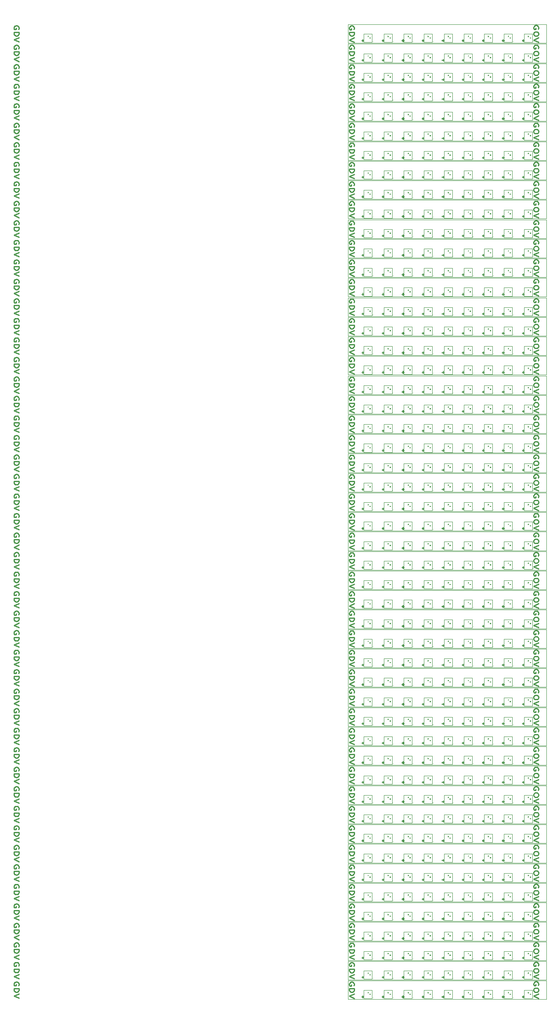
<source format=gto>
G04 #@! TF.GenerationSoftware,KiCad,Pcbnew,7.0.2-6a45011f42~172~ubuntu22.04.1*
G04 #@! TF.CreationDate,2023-07-04T08:02:55+08:00*
G04 #@! TF.ProjectId,panel_50_1,70616e65-6c5f-4353-905f-312e6b696361,rev?*
G04 #@! TF.SameCoordinates,Original*
G04 #@! TF.FileFunction,Legend,Top*
G04 #@! TF.FilePolarity,Positive*
%FSLAX46Y46*%
G04 Gerber Fmt 4.6, Leading zero omitted, Abs format (unit mm)*
G04 Created by KiCad (PCBNEW 7.0.2-6a45011f42~172~ubuntu22.04.1) date 2023-07-04 08:02:55*
%MOMM*%
%LPD*%
G01*
G04 APERTURE LIST*
%ADD10C,0.120000*%
%ADD11C,0.250000*%
%ADD12C,0.100000*%
G04 APERTURE END LIST*
D10*
X70395000Y-189290000D02*
X111075000Y-189290000D01*
X111075000Y-193115000D01*
X70395000Y-193115000D01*
X70395000Y-189290000D01*
X70395000Y-149290000D02*
X111075000Y-149290000D01*
X111075000Y-153115000D01*
X70395000Y-153115000D01*
X70395000Y-149290000D01*
X70395000Y-45290000D02*
X111075000Y-45290000D01*
X111075000Y-49115000D01*
X70395000Y-49115000D01*
X70395000Y-45290000D01*
X70395000Y-117290000D02*
X111075000Y-117290000D01*
X111075000Y-121115000D01*
X70395000Y-121115000D01*
X70395000Y-117290000D01*
X70395000Y-41290000D02*
X111075000Y-41290000D01*
X111075000Y-45115000D01*
X70395000Y-45115000D01*
X70395000Y-41290000D01*
X70395000Y-105290000D02*
X111075000Y-105290000D01*
X111075000Y-109115000D01*
X70395000Y-109115000D01*
X70395000Y-105290000D01*
X70395000Y-201290000D02*
X111075000Y-201290000D01*
X111075000Y-205115000D01*
X70395000Y-205115000D01*
X70395000Y-201290000D01*
X70395000Y-25290000D02*
X111075000Y-25290000D01*
X111075000Y-29115000D01*
X70395000Y-29115000D01*
X70395000Y-25290000D01*
X70395000Y-165290000D02*
X111075000Y-165290000D01*
X111075000Y-169115000D01*
X70395000Y-169115000D01*
X70395000Y-165290000D01*
X70395000Y-81290000D02*
X111075000Y-81290000D01*
X111075000Y-85115000D01*
X70395000Y-85115000D01*
X70395000Y-81290000D01*
X70395000Y-133290000D02*
X111075000Y-133290000D01*
X111075000Y-137115000D01*
X70395000Y-137115000D01*
X70395000Y-133290000D01*
X70395000Y-193290000D02*
X111075000Y-193290000D01*
X111075000Y-197115000D01*
X70395000Y-197115000D01*
X70395000Y-193290000D01*
X70395000Y-145290000D02*
X111075000Y-145290000D01*
X111075000Y-149115000D01*
X70395000Y-149115000D01*
X70395000Y-145290000D01*
X70395000Y-97290000D02*
X111075000Y-97290000D01*
X111075000Y-101115000D01*
X70395000Y-101115000D01*
X70395000Y-97290000D01*
X70395000Y-153290000D02*
X111075000Y-153290000D01*
X111075000Y-157115000D01*
X70395000Y-157115000D01*
X70395000Y-153290000D01*
X70395000Y-77290000D02*
X111075000Y-77290000D01*
X111075000Y-81115000D01*
X70395000Y-81115000D01*
X70395000Y-77290000D01*
X70395000Y-17290000D02*
X111075000Y-17290000D01*
X111075000Y-21115000D01*
X70395000Y-21115000D01*
X70395000Y-17290000D01*
X70395000Y-53290000D02*
X111075000Y-53290000D01*
X111075000Y-57115000D01*
X70395000Y-57115000D01*
X70395000Y-53290000D01*
X70395000Y-177290000D02*
X111075000Y-177290000D01*
X111075000Y-181115000D01*
X70395000Y-181115000D01*
X70395000Y-177290000D01*
X70395000Y-121290000D02*
X111075000Y-121290000D01*
X111075000Y-125115000D01*
X70395000Y-125115000D01*
X70395000Y-121290000D01*
X70395000Y-129290000D02*
X111075000Y-129290000D01*
X111075000Y-133115000D01*
X70395000Y-133115000D01*
X70395000Y-129290000D01*
X70395000Y-161290000D02*
X111075000Y-161290000D01*
X111075000Y-165115000D01*
X70395000Y-165115000D01*
X70395000Y-161290000D01*
X70395000Y-197290000D02*
X111075000Y-197290000D01*
X111075000Y-201115000D01*
X70395000Y-201115000D01*
X70395000Y-197290000D01*
X70395000Y-29290000D02*
X111075000Y-29290000D01*
X111075000Y-33115000D01*
X70395000Y-33115000D01*
X70395000Y-29290000D01*
X70395000Y-61290000D02*
X111075000Y-61290000D01*
X111075000Y-65115000D01*
X70395000Y-65115000D01*
X70395000Y-61290000D01*
X70395000Y-157290000D02*
X111075000Y-157290000D01*
X111075000Y-161115000D01*
X70395000Y-161115000D01*
X70395000Y-157290000D01*
X70395000Y-49290000D02*
X111075000Y-49290000D01*
X111075000Y-53115000D01*
X70395000Y-53115000D01*
X70395000Y-49290000D01*
X70395000Y-137290000D02*
X111075000Y-137290000D01*
X111075000Y-141115000D01*
X70395000Y-141115000D01*
X70395000Y-137290000D01*
X70395000Y-65290000D02*
X111075000Y-65290000D01*
X111075000Y-69115000D01*
X70395000Y-69115000D01*
X70395000Y-65290000D01*
X70395000Y-181290000D02*
X111075000Y-181290000D01*
X111075000Y-185115000D01*
X70395000Y-185115000D01*
X70395000Y-181290000D01*
X70395000Y-185290000D02*
X111075000Y-185290000D01*
X111075000Y-189115000D01*
X70395000Y-189115000D01*
X70395000Y-185290000D01*
X70395000Y-5290000D02*
X111075000Y-5290000D01*
X111075000Y-9115000D01*
X70395000Y-9115000D01*
X70395000Y-5290000D01*
X70395000Y-169290000D02*
X111075000Y-169290000D01*
X111075000Y-173115000D01*
X70395000Y-173115000D01*
X70395000Y-169290000D01*
X70395000Y-73290000D02*
X111075000Y-73290000D01*
X111075000Y-77115000D01*
X70395000Y-77115000D01*
X70395000Y-73290000D01*
X70395000Y-101290000D02*
X111075000Y-101290000D01*
X111075000Y-105115000D01*
X70395000Y-105115000D01*
X70395000Y-101290000D01*
X70395000Y-125290000D02*
X111075000Y-125290000D01*
X111075000Y-129115000D01*
X70395000Y-129115000D01*
X70395000Y-125290000D01*
X70395000Y-113290000D02*
X111075000Y-113290000D01*
X111075000Y-117115000D01*
X70395000Y-117115000D01*
X70395000Y-113290000D01*
X70395000Y-141290000D02*
X111075000Y-141290000D01*
X111075000Y-145115000D01*
X70395000Y-145115000D01*
X70395000Y-141290000D01*
X70395000Y-69290000D02*
X111075000Y-69290000D01*
X111075000Y-73115000D01*
X70395000Y-73115000D01*
X70395000Y-69290000D01*
X70395000Y-85290000D02*
X111075000Y-85290000D01*
X111075000Y-89115000D01*
X70395000Y-89115000D01*
X70395000Y-85290000D01*
X70395000Y-33290000D02*
X111075000Y-33290000D01*
X111075000Y-37115000D01*
X70395000Y-37115000D01*
X70395000Y-33290000D01*
X70395000Y-9290000D02*
X111075000Y-9290000D01*
X111075000Y-13115000D01*
X70395000Y-13115000D01*
X70395000Y-9290000D01*
X70395000Y-57290000D02*
X111075000Y-57290000D01*
X111075000Y-61115000D01*
X70395000Y-61115000D01*
X70395000Y-57290000D01*
X70395000Y-21290000D02*
X111075000Y-21290000D01*
X111075000Y-25115000D01*
X70395000Y-25115000D01*
X70395000Y-21290000D01*
X70395000Y-13290000D02*
X111075000Y-13290000D01*
X111075000Y-17115000D01*
X70395000Y-17115000D01*
X70395000Y-13290000D01*
X70395000Y-109290000D02*
X111075000Y-109290000D01*
X111075000Y-113115000D01*
X70395000Y-113115000D01*
X70395000Y-109290000D01*
X70395000Y-89290000D02*
X111075000Y-89290000D01*
X111075000Y-93115000D01*
X70395000Y-93115000D01*
X70395000Y-89290000D01*
X70395000Y-173290000D02*
X111075000Y-173290000D01*
X111075000Y-177115000D01*
X70395000Y-177115000D01*
X70395000Y-173290000D01*
X70395000Y-93290000D02*
X111075000Y-93290000D01*
X111075000Y-97115000D01*
X70395000Y-97115000D01*
X70395000Y-93290000D01*
X70395000Y-37290000D02*
X111075000Y-37290000D01*
X111075000Y-41115000D01*
X70395000Y-41115000D01*
X70395000Y-37290000D01*
D11*
X71564761Y-42290476D02*
X71612380Y-42166666D01*
X71612380Y-42166666D02*
X71612380Y-41980952D01*
X71612380Y-41980952D02*
X71564761Y-41795238D01*
X71564761Y-41795238D02*
X71469523Y-41671428D01*
X71469523Y-41671428D02*
X71374285Y-41609523D01*
X71374285Y-41609523D02*
X71183809Y-41547619D01*
X71183809Y-41547619D02*
X71040952Y-41547619D01*
X71040952Y-41547619D02*
X70850476Y-41609523D01*
X70850476Y-41609523D02*
X70755238Y-41671428D01*
X70755238Y-41671428D02*
X70660000Y-41795238D01*
X70660000Y-41795238D02*
X70612380Y-41980952D01*
X70612380Y-41980952D02*
X70612380Y-42104761D01*
X70612380Y-42104761D02*
X70660000Y-42290476D01*
X70660000Y-42290476D02*
X70707619Y-42352380D01*
X70707619Y-42352380D02*
X71040952Y-42352380D01*
X71040952Y-42352380D02*
X71040952Y-42104761D01*
X70612380Y-42909523D02*
X71612380Y-42909523D01*
X71612380Y-42909523D02*
X71612380Y-43219047D01*
X71612380Y-43219047D02*
X71564761Y-43404761D01*
X71564761Y-43404761D02*
X71469523Y-43528571D01*
X71469523Y-43528571D02*
X71374285Y-43590476D01*
X71374285Y-43590476D02*
X71183809Y-43652380D01*
X71183809Y-43652380D02*
X71040952Y-43652380D01*
X71040952Y-43652380D02*
X70850476Y-43590476D01*
X70850476Y-43590476D02*
X70755238Y-43528571D01*
X70755238Y-43528571D02*
X70660000Y-43404761D01*
X70660000Y-43404761D02*
X70612380Y-43219047D01*
X70612380Y-43219047D02*
X70612380Y-42909523D01*
X71612380Y-44023809D02*
X70612380Y-44457142D01*
X70612380Y-44457142D02*
X71612380Y-44890476D01*
X2717924Y-162265476D02*
X2765543Y-162141666D01*
X2765543Y-162141666D02*
X2765543Y-161955952D01*
X2765543Y-161955952D02*
X2717924Y-161770238D01*
X2717924Y-161770238D02*
X2622686Y-161646428D01*
X2622686Y-161646428D02*
X2527448Y-161584523D01*
X2527448Y-161584523D02*
X2336972Y-161522619D01*
X2336972Y-161522619D02*
X2194115Y-161522619D01*
X2194115Y-161522619D02*
X2003639Y-161584523D01*
X2003639Y-161584523D02*
X1908401Y-161646428D01*
X1908401Y-161646428D02*
X1813163Y-161770238D01*
X1813163Y-161770238D02*
X1765543Y-161955952D01*
X1765543Y-161955952D02*
X1765543Y-162079761D01*
X1765543Y-162079761D02*
X1813163Y-162265476D01*
X1813163Y-162265476D02*
X1860782Y-162327380D01*
X1860782Y-162327380D02*
X2194115Y-162327380D01*
X2194115Y-162327380D02*
X2194115Y-162079761D01*
X1765543Y-162884523D02*
X2765543Y-162884523D01*
X2765543Y-162884523D02*
X2765543Y-163194047D01*
X2765543Y-163194047D02*
X2717924Y-163379761D01*
X2717924Y-163379761D02*
X2622686Y-163503571D01*
X2622686Y-163503571D02*
X2527448Y-163565476D01*
X2527448Y-163565476D02*
X2336972Y-163627380D01*
X2336972Y-163627380D02*
X2194115Y-163627380D01*
X2194115Y-163627380D02*
X2003639Y-163565476D01*
X2003639Y-163565476D02*
X1908401Y-163503571D01*
X1908401Y-163503571D02*
X1813163Y-163379761D01*
X1813163Y-163379761D02*
X1765543Y-163194047D01*
X1765543Y-163194047D02*
X1765543Y-162884523D01*
X2765543Y-163998809D02*
X1765543Y-164432142D01*
X1765543Y-164432142D02*
X2765543Y-164865476D01*
X109414761Y-54230476D02*
X109462380Y-54106666D01*
X109462380Y-54106666D02*
X109462380Y-53920952D01*
X109462380Y-53920952D02*
X109414761Y-53735238D01*
X109414761Y-53735238D02*
X109319523Y-53611428D01*
X109319523Y-53611428D02*
X109224285Y-53549523D01*
X109224285Y-53549523D02*
X109033809Y-53487619D01*
X109033809Y-53487619D02*
X108890952Y-53487619D01*
X108890952Y-53487619D02*
X108700476Y-53549523D01*
X108700476Y-53549523D02*
X108605238Y-53611428D01*
X108605238Y-53611428D02*
X108510000Y-53735238D01*
X108510000Y-53735238D02*
X108462380Y-53920952D01*
X108462380Y-53920952D02*
X108462380Y-54044761D01*
X108462380Y-54044761D02*
X108510000Y-54230476D01*
X108510000Y-54230476D02*
X108557619Y-54292380D01*
X108557619Y-54292380D02*
X108890952Y-54292380D01*
X108890952Y-54292380D02*
X108890952Y-54044761D01*
X109462380Y-55097142D02*
X109462380Y-55344761D01*
X109462380Y-55344761D02*
X109414761Y-55468571D01*
X109414761Y-55468571D02*
X109319523Y-55592380D01*
X109319523Y-55592380D02*
X109129047Y-55654285D01*
X109129047Y-55654285D02*
X108795714Y-55654285D01*
X108795714Y-55654285D02*
X108605238Y-55592380D01*
X108605238Y-55592380D02*
X108510000Y-55468571D01*
X108510000Y-55468571D02*
X108462380Y-55344761D01*
X108462380Y-55344761D02*
X108462380Y-55097142D01*
X108462380Y-55097142D02*
X108510000Y-54973333D01*
X108510000Y-54973333D02*
X108605238Y-54849523D01*
X108605238Y-54849523D02*
X108795714Y-54787619D01*
X108795714Y-54787619D02*
X109129047Y-54787619D01*
X109129047Y-54787619D02*
X109319523Y-54849523D01*
X109319523Y-54849523D02*
X109414761Y-54973333D01*
X109414761Y-54973333D02*
X109462380Y-55097142D01*
X109462380Y-56025714D02*
X108462380Y-56459047D01*
X108462380Y-56459047D02*
X109462380Y-56892381D01*
X2717924Y-46265476D02*
X2765543Y-46141666D01*
X2765543Y-46141666D02*
X2765543Y-45955952D01*
X2765543Y-45955952D02*
X2717924Y-45770238D01*
X2717924Y-45770238D02*
X2622686Y-45646428D01*
X2622686Y-45646428D02*
X2527448Y-45584523D01*
X2527448Y-45584523D02*
X2336972Y-45522619D01*
X2336972Y-45522619D02*
X2194115Y-45522619D01*
X2194115Y-45522619D02*
X2003639Y-45584523D01*
X2003639Y-45584523D02*
X1908401Y-45646428D01*
X1908401Y-45646428D02*
X1813163Y-45770238D01*
X1813163Y-45770238D02*
X1765543Y-45955952D01*
X1765543Y-45955952D02*
X1765543Y-46079761D01*
X1765543Y-46079761D02*
X1813163Y-46265476D01*
X1813163Y-46265476D02*
X1860782Y-46327380D01*
X1860782Y-46327380D02*
X2194115Y-46327380D01*
X2194115Y-46327380D02*
X2194115Y-46079761D01*
X1765543Y-46884523D02*
X2765543Y-46884523D01*
X2765543Y-46884523D02*
X2765543Y-47194047D01*
X2765543Y-47194047D02*
X2717924Y-47379761D01*
X2717924Y-47379761D02*
X2622686Y-47503571D01*
X2622686Y-47503571D02*
X2527448Y-47565476D01*
X2527448Y-47565476D02*
X2336972Y-47627380D01*
X2336972Y-47627380D02*
X2194115Y-47627380D01*
X2194115Y-47627380D02*
X2003639Y-47565476D01*
X2003639Y-47565476D02*
X1908401Y-47503571D01*
X1908401Y-47503571D02*
X1813163Y-47379761D01*
X1813163Y-47379761D02*
X1765543Y-47194047D01*
X1765543Y-47194047D02*
X1765543Y-46884523D01*
X2765543Y-47998809D02*
X1765543Y-48432142D01*
X1765543Y-48432142D02*
X2765543Y-48865476D01*
X2717924Y-186265476D02*
X2765543Y-186141666D01*
X2765543Y-186141666D02*
X2765543Y-185955952D01*
X2765543Y-185955952D02*
X2717924Y-185770238D01*
X2717924Y-185770238D02*
X2622686Y-185646428D01*
X2622686Y-185646428D02*
X2527448Y-185584523D01*
X2527448Y-185584523D02*
X2336972Y-185522619D01*
X2336972Y-185522619D02*
X2194115Y-185522619D01*
X2194115Y-185522619D02*
X2003639Y-185584523D01*
X2003639Y-185584523D02*
X1908401Y-185646428D01*
X1908401Y-185646428D02*
X1813163Y-185770238D01*
X1813163Y-185770238D02*
X1765543Y-185955952D01*
X1765543Y-185955952D02*
X1765543Y-186079761D01*
X1765543Y-186079761D02*
X1813163Y-186265476D01*
X1813163Y-186265476D02*
X1860782Y-186327380D01*
X1860782Y-186327380D02*
X2194115Y-186327380D01*
X2194115Y-186327380D02*
X2194115Y-186079761D01*
X1765543Y-186884523D02*
X2765543Y-186884523D01*
X2765543Y-186884523D02*
X2765543Y-187194047D01*
X2765543Y-187194047D02*
X2717924Y-187379761D01*
X2717924Y-187379761D02*
X2622686Y-187503571D01*
X2622686Y-187503571D02*
X2527448Y-187565476D01*
X2527448Y-187565476D02*
X2336972Y-187627380D01*
X2336972Y-187627380D02*
X2194115Y-187627380D01*
X2194115Y-187627380D02*
X2003639Y-187565476D01*
X2003639Y-187565476D02*
X1908401Y-187503571D01*
X1908401Y-187503571D02*
X1813163Y-187379761D01*
X1813163Y-187379761D02*
X1765543Y-187194047D01*
X1765543Y-187194047D02*
X1765543Y-186884523D01*
X2765543Y-187998809D02*
X1765543Y-188432142D01*
X1765543Y-188432142D02*
X2765543Y-188865476D01*
X109414761Y-34230476D02*
X109462380Y-34106666D01*
X109462380Y-34106666D02*
X109462380Y-33920952D01*
X109462380Y-33920952D02*
X109414761Y-33735238D01*
X109414761Y-33735238D02*
X109319523Y-33611428D01*
X109319523Y-33611428D02*
X109224285Y-33549523D01*
X109224285Y-33549523D02*
X109033809Y-33487619D01*
X109033809Y-33487619D02*
X108890952Y-33487619D01*
X108890952Y-33487619D02*
X108700476Y-33549523D01*
X108700476Y-33549523D02*
X108605238Y-33611428D01*
X108605238Y-33611428D02*
X108510000Y-33735238D01*
X108510000Y-33735238D02*
X108462380Y-33920952D01*
X108462380Y-33920952D02*
X108462380Y-34044761D01*
X108462380Y-34044761D02*
X108510000Y-34230476D01*
X108510000Y-34230476D02*
X108557619Y-34292380D01*
X108557619Y-34292380D02*
X108890952Y-34292380D01*
X108890952Y-34292380D02*
X108890952Y-34044761D01*
X109462380Y-35097142D02*
X109462380Y-35344761D01*
X109462380Y-35344761D02*
X109414761Y-35468571D01*
X109414761Y-35468571D02*
X109319523Y-35592380D01*
X109319523Y-35592380D02*
X109129047Y-35654285D01*
X109129047Y-35654285D02*
X108795714Y-35654285D01*
X108795714Y-35654285D02*
X108605238Y-35592380D01*
X108605238Y-35592380D02*
X108510000Y-35468571D01*
X108510000Y-35468571D02*
X108462380Y-35344761D01*
X108462380Y-35344761D02*
X108462380Y-35097142D01*
X108462380Y-35097142D02*
X108510000Y-34973333D01*
X108510000Y-34973333D02*
X108605238Y-34849523D01*
X108605238Y-34849523D02*
X108795714Y-34787619D01*
X108795714Y-34787619D02*
X109129047Y-34787619D01*
X109129047Y-34787619D02*
X109319523Y-34849523D01*
X109319523Y-34849523D02*
X109414761Y-34973333D01*
X109414761Y-34973333D02*
X109462380Y-35097142D01*
X109462380Y-36025714D02*
X108462380Y-36459047D01*
X108462380Y-36459047D02*
X109462380Y-36892381D01*
X2717924Y-126265476D02*
X2765543Y-126141666D01*
X2765543Y-126141666D02*
X2765543Y-125955952D01*
X2765543Y-125955952D02*
X2717924Y-125770238D01*
X2717924Y-125770238D02*
X2622686Y-125646428D01*
X2622686Y-125646428D02*
X2527448Y-125584523D01*
X2527448Y-125584523D02*
X2336972Y-125522619D01*
X2336972Y-125522619D02*
X2194115Y-125522619D01*
X2194115Y-125522619D02*
X2003639Y-125584523D01*
X2003639Y-125584523D02*
X1908401Y-125646428D01*
X1908401Y-125646428D02*
X1813163Y-125770238D01*
X1813163Y-125770238D02*
X1765543Y-125955952D01*
X1765543Y-125955952D02*
X1765543Y-126079761D01*
X1765543Y-126079761D02*
X1813163Y-126265476D01*
X1813163Y-126265476D02*
X1860782Y-126327380D01*
X1860782Y-126327380D02*
X2194115Y-126327380D01*
X2194115Y-126327380D02*
X2194115Y-126079761D01*
X1765543Y-126884523D02*
X2765543Y-126884523D01*
X2765543Y-126884523D02*
X2765543Y-127194047D01*
X2765543Y-127194047D02*
X2717924Y-127379761D01*
X2717924Y-127379761D02*
X2622686Y-127503571D01*
X2622686Y-127503571D02*
X2527448Y-127565476D01*
X2527448Y-127565476D02*
X2336972Y-127627380D01*
X2336972Y-127627380D02*
X2194115Y-127627380D01*
X2194115Y-127627380D02*
X2003639Y-127565476D01*
X2003639Y-127565476D02*
X1908401Y-127503571D01*
X1908401Y-127503571D02*
X1813163Y-127379761D01*
X1813163Y-127379761D02*
X1765543Y-127194047D01*
X1765543Y-127194047D02*
X1765543Y-126884523D01*
X2765543Y-127998809D02*
X1765543Y-128432142D01*
X1765543Y-128432142D02*
X2765543Y-128865476D01*
X71564761Y-70290476D02*
X71612380Y-70166666D01*
X71612380Y-70166666D02*
X71612380Y-69980952D01*
X71612380Y-69980952D02*
X71564761Y-69795238D01*
X71564761Y-69795238D02*
X71469523Y-69671428D01*
X71469523Y-69671428D02*
X71374285Y-69609523D01*
X71374285Y-69609523D02*
X71183809Y-69547619D01*
X71183809Y-69547619D02*
X71040952Y-69547619D01*
X71040952Y-69547619D02*
X70850476Y-69609523D01*
X70850476Y-69609523D02*
X70755238Y-69671428D01*
X70755238Y-69671428D02*
X70660000Y-69795238D01*
X70660000Y-69795238D02*
X70612380Y-69980952D01*
X70612380Y-69980952D02*
X70612380Y-70104761D01*
X70612380Y-70104761D02*
X70660000Y-70290476D01*
X70660000Y-70290476D02*
X70707619Y-70352380D01*
X70707619Y-70352380D02*
X71040952Y-70352380D01*
X71040952Y-70352380D02*
X71040952Y-70104761D01*
X70612380Y-70909523D02*
X71612380Y-70909523D01*
X71612380Y-70909523D02*
X71612380Y-71219047D01*
X71612380Y-71219047D02*
X71564761Y-71404761D01*
X71564761Y-71404761D02*
X71469523Y-71528571D01*
X71469523Y-71528571D02*
X71374285Y-71590476D01*
X71374285Y-71590476D02*
X71183809Y-71652380D01*
X71183809Y-71652380D02*
X71040952Y-71652380D01*
X71040952Y-71652380D02*
X70850476Y-71590476D01*
X70850476Y-71590476D02*
X70755238Y-71528571D01*
X70755238Y-71528571D02*
X70660000Y-71404761D01*
X70660000Y-71404761D02*
X70612380Y-71219047D01*
X70612380Y-71219047D02*
X70612380Y-70909523D01*
X71612380Y-72023809D02*
X70612380Y-72457142D01*
X70612380Y-72457142D02*
X71612380Y-72890476D01*
X2717924Y-114265476D02*
X2765543Y-114141666D01*
X2765543Y-114141666D02*
X2765543Y-113955952D01*
X2765543Y-113955952D02*
X2717924Y-113770238D01*
X2717924Y-113770238D02*
X2622686Y-113646428D01*
X2622686Y-113646428D02*
X2527448Y-113584523D01*
X2527448Y-113584523D02*
X2336972Y-113522619D01*
X2336972Y-113522619D02*
X2194115Y-113522619D01*
X2194115Y-113522619D02*
X2003639Y-113584523D01*
X2003639Y-113584523D02*
X1908401Y-113646428D01*
X1908401Y-113646428D02*
X1813163Y-113770238D01*
X1813163Y-113770238D02*
X1765543Y-113955952D01*
X1765543Y-113955952D02*
X1765543Y-114079761D01*
X1765543Y-114079761D02*
X1813163Y-114265476D01*
X1813163Y-114265476D02*
X1860782Y-114327380D01*
X1860782Y-114327380D02*
X2194115Y-114327380D01*
X2194115Y-114327380D02*
X2194115Y-114079761D01*
X1765543Y-114884523D02*
X2765543Y-114884523D01*
X2765543Y-114884523D02*
X2765543Y-115194047D01*
X2765543Y-115194047D02*
X2717924Y-115379761D01*
X2717924Y-115379761D02*
X2622686Y-115503571D01*
X2622686Y-115503571D02*
X2527448Y-115565476D01*
X2527448Y-115565476D02*
X2336972Y-115627380D01*
X2336972Y-115627380D02*
X2194115Y-115627380D01*
X2194115Y-115627380D02*
X2003639Y-115565476D01*
X2003639Y-115565476D02*
X1908401Y-115503571D01*
X1908401Y-115503571D02*
X1813163Y-115379761D01*
X1813163Y-115379761D02*
X1765543Y-115194047D01*
X1765543Y-115194047D02*
X1765543Y-114884523D01*
X2765543Y-115998809D02*
X1765543Y-116432142D01*
X1765543Y-116432142D02*
X2765543Y-116865476D01*
X71564761Y-38290476D02*
X71612380Y-38166666D01*
X71612380Y-38166666D02*
X71612380Y-37980952D01*
X71612380Y-37980952D02*
X71564761Y-37795238D01*
X71564761Y-37795238D02*
X71469523Y-37671428D01*
X71469523Y-37671428D02*
X71374285Y-37609523D01*
X71374285Y-37609523D02*
X71183809Y-37547619D01*
X71183809Y-37547619D02*
X71040952Y-37547619D01*
X71040952Y-37547619D02*
X70850476Y-37609523D01*
X70850476Y-37609523D02*
X70755238Y-37671428D01*
X70755238Y-37671428D02*
X70660000Y-37795238D01*
X70660000Y-37795238D02*
X70612380Y-37980952D01*
X70612380Y-37980952D02*
X70612380Y-38104761D01*
X70612380Y-38104761D02*
X70660000Y-38290476D01*
X70660000Y-38290476D02*
X70707619Y-38352380D01*
X70707619Y-38352380D02*
X71040952Y-38352380D01*
X71040952Y-38352380D02*
X71040952Y-38104761D01*
X70612380Y-38909523D02*
X71612380Y-38909523D01*
X71612380Y-38909523D02*
X71612380Y-39219047D01*
X71612380Y-39219047D02*
X71564761Y-39404761D01*
X71564761Y-39404761D02*
X71469523Y-39528571D01*
X71469523Y-39528571D02*
X71374285Y-39590476D01*
X71374285Y-39590476D02*
X71183809Y-39652380D01*
X71183809Y-39652380D02*
X71040952Y-39652380D01*
X71040952Y-39652380D02*
X70850476Y-39590476D01*
X70850476Y-39590476D02*
X70755238Y-39528571D01*
X70755238Y-39528571D02*
X70660000Y-39404761D01*
X70660000Y-39404761D02*
X70612380Y-39219047D01*
X70612380Y-39219047D02*
X70612380Y-38909523D01*
X71612380Y-40023809D02*
X70612380Y-40457142D01*
X70612380Y-40457142D02*
X71612380Y-40890476D01*
X71564761Y-122290476D02*
X71612380Y-122166666D01*
X71612380Y-122166666D02*
X71612380Y-121980952D01*
X71612380Y-121980952D02*
X71564761Y-121795238D01*
X71564761Y-121795238D02*
X71469523Y-121671428D01*
X71469523Y-121671428D02*
X71374285Y-121609523D01*
X71374285Y-121609523D02*
X71183809Y-121547619D01*
X71183809Y-121547619D02*
X71040952Y-121547619D01*
X71040952Y-121547619D02*
X70850476Y-121609523D01*
X70850476Y-121609523D02*
X70755238Y-121671428D01*
X70755238Y-121671428D02*
X70660000Y-121795238D01*
X70660000Y-121795238D02*
X70612380Y-121980952D01*
X70612380Y-121980952D02*
X70612380Y-122104761D01*
X70612380Y-122104761D02*
X70660000Y-122290476D01*
X70660000Y-122290476D02*
X70707619Y-122352380D01*
X70707619Y-122352380D02*
X71040952Y-122352380D01*
X71040952Y-122352380D02*
X71040952Y-122104761D01*
X70612380Y-122909523D02*
X71612380Y-122909523D01*
X71612380Y-122909523D02*
X71612380Y-123219047D01*
X71612380Y-123219047D02*
X71564761Y-123404761D01*
X71564761Y-123404761D02*
X71469523Y-123528571D01*
X71469523Y-123528571D02*
X71374285Y-123590476D01*
X71374285Y-123590476D02*
X71183809Y-123652380D01*
X71183809Y-123652380D02*
X71040952Y-123652380D01*
X71040952Y-123652380D02*
X70850476Y-123590476D01*
X70850476Y-123590476D02*
X70755238Y-123528571D01*
X70755238Y-123528571D02*
X70660000Y-123404761D01*
X70660000Y-123404761D02*
X70612380Y-123219047D01*
X70612380Y-123219047D02*
X70612380Y-122909523D01*
X71612380Y-124023809D02*
X70612380Y-124457142D01*
X70612380Y-124457142D02*
X71612380Y-124890476D01*
X2717924Y-62265476D02*
X2765543Y-62141666D01*
X2765543Y-62141666D02*
X2765543Y-61955952D01*
X2765543Y-61955952D02*
X2717924Y-61770238D01*
X2717924Y-61770238D02*
X2622686Y-61646428D01*
X2622686Y-61646428D02*
X2527448Y-61584523D01*
X2527448Y-61584523D02*
X2336972Y-61522619D01*
X2336972Y-61522619D02*
X2194115Y-61522619D01*
X2194115Y-61522619D02*
X2003639Y-61584523D01*
X2003639Y-61584523D02*
X1908401Y-61646428D01*
X1908401Y-61646428D02*
X1813163Y-61770238D01*
X1813163Y-61770238D02*
X1765543Y-61955952D01*
X1765543Y-61955952D02*
X1765543Y-62079761D01*
X1765543Y-62079761D02*
X1813163Y-62265476D01*
X1813163Y-62265476D02*
X1860782Y-62327380D01*
X1860782Y-62327380D02*
X2194115Y-62327380D01*
X2194115Y-62327380D02*
X2194115Y-62079761D01*
X1765543Y-62884523D02*
X2765543Y-62884523D01*
X2765543Y-62884523D02*
X2765543Y-63194047D01*
X2765543Y-63194047D02*
X2717924Y-63379761D01*
X2717924Y-63379761D02*
X2622686Y-63503571D01*
X2622686Y-63503571D02*
X2527448Y-63565476D01*
X2527448Y-63565476D02*
X2336972Y-63627380D01*
X2336972Y-63627380D02*
X2194115Y-63627380D01*
X2194115Y-63627380D02*
X2003639Y-63565476D01*
X2003639Y-63565476D02*
X1908401Y-63503571D01*
X1908401Y-63503571D02*
X1813163Y-63379761D01*
X1813163Y-63379761D02*
X1765543Y-63194047D01*
X1765543Y-63194047D02*
X1765543Y-62884523D01*
X2765543Y-63998809D02*
X1765543Y-64432142D01*
X1765543Y-64432142D02*
X2765543Y-64865476D01*
X2717924Y-174265476D02*
X2765543Y-174141666D01*
X2765543Y-174141666D02*
X2765543Y-173955952D01*
X2765543Y-173955952D02*
X2717924Y-173770238D01*
X2717924Y-173770238D02*
X2622686Y-173646428D01*
X2622686Y-173646428D02*
X2527448Y-173584523D01*
X2527448Y-173584523D02*
X2336972Y-173522619D01*
X2336972Y-173522619D02*
X2194115Y-173522619D01*
X2194115Y-173522619D02*
X2003639Y-173584523D01*
X2003639Y-173584523D02*
X1908401Y-173646428D01*
X1908401Y-173646428D02*
X1813163Y-173770238D01*
X1813163Y-173770238D02*
X1765543Y-173955952D01*
X1765543Y-173955952D02*
X1765543Y-174079761D01*
X1765543Y-174079761D02*
X1813163Y-174265476D01*
X1813163Y-174265476D02*
X1860782Y-174327380D01*
X1860782Y-174327380D02*
X2194115Y-174327380D01*
X2194115Y-174327380D02*
X2194115Y-174079761D01*
X1765543Y-174884523D02*
X2765543Y-174884523D01*
X2765543Y-174884523D02*
X2765543Y-175194047D01*
X2765543Y-175194047D02*
X2717924Y-175379761D01*
X2717924Y-175379761D02*
X2622686Y-175503571D01*
X2622686Y-175503571D02*
X2527448Y-175565476D01*
X2527448Y-175565476D02*
X2336972Y-175627380D01*
X2336972Y-175627380D02*
X2194115Y-175627380D01*
X2194115Y-175627380D02*
X2003639Y-175565476D01*
X2003639Y-175565476D02*
X1908401Y-175503571D01*
X1908401Y-175503571D02*
X1813163Y-175379761D01*
X1813163Y-175379761D02*
X1765543Y-175194047D01*
X1765543Y-175194047D02*
X1765543Y-174884523D01*
X2765543Y-175998809D02*
X1765543Y-176432142D01*
X1765543Y-176432142D02*
X2765543Y-176865476D01*
X2717924Y-74265476D02*
X2765543Y-74141666D01*
X2765543Y-74141666D02*
X2765543Y-73955952D01*
X2765543Y-73955952D02*
X2717924Y-73770238D01*
X2717924Y-73770238D02*
X2622686Y-73646428D01*
X2622686Y-73646428D02*
X2527448Y-73584523D01*
X2527448Y-73584523D02*
X2336972Y-73522619D01*
X2336972Y-73522619D02*
X2194115Y-73522619D01*
X2194115Y-73522619D02*
X2003639Y-73584523D01*
X2003639Y-73584523D02*
X1908401Y-73646428D01*
X1908401Y-73646428D02*
X1813163Y-73770238D01*
X1813163Y-73770238D02*
X1765543Y-73955952D01*
X1765543Y-73955952D02*
X1765543Y-74079761D01*
X1765543Y-74079761D02*
X1813163Y-74265476D01*
X1813163Y-74265476D02*
X1860782Y-74327380D01*
X1860782Y-74327380D02*
X2194115Y-74327380D01*
X2194115Y-74327380D02*
X2194115Y-74079761D01*
X1765543Y-74884523D02*
X2765543Y-74884523D01*
X2765543Y-74884523D02*
X2765543Y-75194047D01*
X2765543Y-75194047D02*
X2717924Y-75379761D01*
X2717924Y-75379761D02*
X2622686Y-75503571D01*
X2622686Y-75503571D02*
X2527448Y-75565476D01*
X2527448Y-75565476D02*
X2336972Y-75627380D01*
X2336972Y-75627380D02*
X2194115Y-75627380D01*
X2194115Y-75627380D02*
X2003639Y-75565476D01*
X2003639Y-75565476D02*
X1908401Y-75503571D01*
X1908401Y-75503571D02*
X1813163Y-75379761D01*
X1813163Y-75379761D02*
X1765543Y-75194047D01*
X1765543Y-75194047D02*
X1765543Y-74884523D01*
X2765543Y-75998809D02*
X1765543Y-76432142D01*
X1765543Y-76432142D02*
X2765543Y-76865476D01*
X109414761Y-66230476D02*
X109462380Y-66106666D01*
X109462380Y-66106666D02*
X109462380Y-65920952D01*
X109462380Y-65920952D02*
X109414761Y-65735238D01*
X109414761Y-65735238D02*
X109319523Y-65611428D01*
X109319523Y-65611428D02*
X109224285Y-65549523D01*
X109224285Y-65549523D02*
X109033809Y-65487619D01*
X109033809Y-65487619D02*
X108890952Y-65487619D01*
X108890952Y-65487619D02*
X108700476Y-65549523D01*
X108700476Y-65549523D02*
X108605238Y-65611428D01*
X108605238Y-65611428D02*
X108510000Y-65735238D01*
X108510000Y-65735238D02*
X108462380Y-65920952D01*
X108462380Y-65920952D02*
X108462380Y-66044761D01*
X108462380Y-66044761D02*
X108510000Y-66230476D01*
X108510000Y-66230476D02*
X108557619Y-66292380D01*
X108557619Y-66292380D02*
X108890952Y-66292380D01*
X108890952Y-66292380D02*
X108890952Y-66044761D01*
X109462380Y-67097142D02*
X109462380Y-67344761D01*
X109462380Y-67344761D02*
X109414761Y-67468571D01*
X109414761Y-67468571D02*
X109319523Y-67592380D01*
X109319523Y-67592380D02*
X109129047Y-67654285D01*
X109129047Y-67654285D02*
X108795714Y-67654285D01*
X108795714Y-67654285D02*
X108605238Y-67592380D01*
X108605238Y-67592380D02*
X108510000Y-67468571D01*
X108510000Y-67468571D02*
X108462380Y-67344761D01*
X108462380Y-67344761D02*
X108462380Y-67097142D01*
X108462380Y-67097142D02*
X108510000Y-66973333D01*
X108510000Y-66973333D02*
X108605238Y-66849523D01*
X108605238Y-66849523D02*
X108795714Y-66787619D01*
X108795714Y-66787619D02*
X109129047Y-66787619D01*
X109129047Y-66787619D02*
X109319523Y-66849523D01*
X109319523Y-66849523D02*
X109414761Y-66973333D01*
X109414761Y-66973333D02*
X109462380Y-67097142D01*
X109462380Y-68025714D02*
X108462380Y-68459047D01*
X108462380Y-68459047D02*
X109462380Y-68892381D01*
X71564761Y-178290476D02*
X71612380Y-178166666D01*
X71612380Y-178166666D02*
X71612380Y-177980952D01*
X71612380Y-177980952D02*
X71564761Y-177795238D01*
X71564761Y-177795238D02*
X71469523Y-177671428D01*
X71469523Y-177671428D02*
X71374285Y-177609523D01*
X71374285Y-177609523D02*
X71183809Y-177547619D01*
X71183809Y-177547619D02*
X71040952Y-177547619D01*
X71040952Y-177547619D02*
X70850476Y-177609523D01*
X70850476Y-177609523D02*
X70755238Y-177671428D01*
X70755238Y-177671428D02*
X70660000Y-177795238D01*
X70660000Y-177795238D02*
X70612380Y-177980952D01*
X70612380Y-177980952D02*
X70612380Y-178104761D01*
X70612380Y-178104761D02*
X70660000Y-178290476D01*
X70660000Y-178290476D02*
X70707619Y-178352380D01*
X70707619Y-178352380D02*
X71040952Y-178352380D01*
X71040952Y-178352380D02*
X71040952Y-178104761D01*
X70612380Y-178909523D02*
X71612380Y-178909523D01*
X71612380Y-178909523D02*
X71612380Y-179219047D01*
X71612380Y-179219047D02*
X71564761Y-179404761D01*
X71564761Y-179404761D02*
X71469523Y-179528571D01*
X71469523Y-179528571D02*
X71374285Y-179590476D01*
X71374285Y-179590476D02*
X71183809Y-179652380D01*
X71183809Y-179652380D02*
X71040952Y-179652380D01*
X71040952Y-179652380D02*
X70850476Y-179590476D01*
X70850476Y-179590476D02*
X70755238Y-179528571D01*
X70755238Y-179528571D02*
X70660000Y-179404761D01*
X70660000Y-179404761D02*
X70612380Y-179219047D01*
X70612380Y-179219047D02*
X70612380Y-178909523D01*
X71612380Y-180023809D02*
X70612380Y-180457142D01*
X70612380Y-180457142D02*
X71612380Y-180890476D01*
X109414761Y-138230476D02*
X109462380Y-138106666D01*
X109462380Y-138106666D02*
X109462380Y-137920952D01*
X109462380Y-137920952D02*
X109414761Y-137735238D01*
X109414761Y-137735238D02*
X109319523Y-137611428D01*
X109319523Y-137611428D02*
X109224285Y-137549523D01*
X109224285Y-137549523D02*
X109033809Y-137487619D01*
X109033809Y-137487619D02*
X108890952Y-137487619D01*
X108890952Y-137487619D02*
X108700476Y-137549523D01*
X108700476Y-137549523D02*
X108605238Y-137611428D01*
X108605238Y-137611428D02*
X108510000Y-137735238D01*
X108510000Y-137735238D02*
X108462380Y-137920952D01*
X108462380Y-137920952D02*
X108462380Y-138044761D01*
X108462380Y-138044761D02*
X108510000Y-138230476D01*
X108510000Y-138230476D02*
X108557619Y-138292380D01*
X108557619Y-138292380D02*
X108890952Y-138292380D01*
X108890952Y-138292380D02*
X108890952Y-138044761D01*
X109462380Y-139097142D02*
X109462380Y-139344761D01*
X109462380Y-139344761D02*
X109414761Y-139468571D01*
X109414761Y-139468571D02*
X109319523Y-139592380D01*
X109319523Y-139592380D02*
X109129047Y-139654285D01*
X109129047Y-139654285D02*
X108795714Y-139654285D01*
X108795714Y-139654285D02*
X108605238Y-139592380D01*
X108605238Y-139592380D02*
X108510000Y-139468571D01*
X108510000Y-139468571D02*
X108462380Y-139344761D01*
X108462380Y-139344761D02*
X108462380Y-139097142D01*
X108462380Y-139097142D02*
X108510000Y-138973333D01*
X108510000Y-138973333D02*
X108605238Y-138849523D01*
X108605238Y-138849523D02*
X108795714Y-138787619D01*
X108795714Y-138787619D02*
X109129047Y-138787619D01*
X109129047Y-138787619D02*
X109319523Y-138849523D01*
X109319523Y-138849523D02*
X109414761Y-138973333D01*
X109414761Y-138973333D02*
X109462380Y-139097142D01*
X109462380Y-140025714D02*
X108462380Y-140459047D01*
X108462380Y-140459047D02*
X109462380Y-140892381D01*
X71564761Y-46290476D02*
X71612380Y-46166666D01*
X71612380Y-46166666D02*
X71612380Y-45980952D01*
X71612380Y-45980952D02*
X71564761Y-45795238D01*
X71564761Y-45795238D02*
X71469523Y-45671428D01*
X71469523Y-45671428D02*
X71374285Y-45609523D01*
X71374285Y-45609523D02*
X71183809Y-45547619D01*
X71183809Y-45547619D02*
X71040952Y-45547619D01*
X71040952Y-45547619D02*
X70850476Y-45609523D01*
X70850476Y-45609523D02*
X70755238Y-45671428D01*
X70755238Y-45671428D02*
X70660000Y-45795238D01*
X70660000Y-45795238D02*
X70612380Y-45980952D01*
X70612380Y-45980952D02*
X70612380Y-46104761D01*
X70612380Y-46104761D02*
X70660000Y-46290476D01*
X70660000Y-46290476D02*
X70707619Y-46352380D01*
X70707619Y-46352380D02*
X71040952Y-46352380D01*
X71040952Y-46352380D02*
X71040952Y-46104761D01*
X70612380Y-46909523D02*
X71612380Y-46909523D01*
X71612380Y-46909523D02*
X71612380Y-47219047D01*
X71612380Y-47219047D02*
X71564761Y-47404761D01*
X71564761Y-47404761D02*
X71469523Y-47528571D01*
X71469523Y-47528571D02*
X71374285Y-47590476D01*
X71374285Y-47590476D02*
X71183809Y-47652380D01*
X71183809Y-47652380D02*
X71040952Y-47652380D01*
X71040952Y-47652380D02*
X70850476Y-47590476D01*
X70850476Y-47590476D02*
X70755238Y-47528571D01*
X70755238Y-47528571D02*
X70660000Y-47404761D01*
X70660000Y-47404761D02*
X70612380Y-47219047D01*
X70612380Y-47219047D02*
X70612380Y-46909523D01*
X71612380Y-48023809D02*
X70612380Y-48457142D01*
X70612380Y-48457142D02*
X71612380Y-48890476D01*
X2717924Y-170265476D02*
X2765543Y-170141666D01*
X2765543Y-170141666D02*
X2765543Y-169955952D01*
X2765543Y-169955952D02*
X2717924Y-169770238D01*
X2717924Y-169770238D02*
X2622686Y-169646428D01*
X2622686Y-169646428D02*
X2527448Y-169584523D01*
X2527448Y-169584523D02*
X2336972Y-169522619D01*
X2336972Y-169522619D02*
X2194115Y-169522619D01*
X2194115Y-169522619D02*
X2003639Y-169584523D01*
X2003639Y-169584523D02*
X1908401Y-169646428D01*
X1908401Y-169646428D02*
X1813163Y-169770238D01*
X1813163Y-169770238D02*
X1765543Y-169955952D01*
X1765543Y-169955952D02*
X1765543Y-170079761D01*
X1765543Y-170079761D02*
X1813163Y-170265476D01*
X1813163Y-170265476D02*
X1860782Y-170327380D01*
X1860782Y-170327380D02*
X2194115Y-170327380D01*
X2194115Y-170327380D02*
X2194115Y-170079761D01*
X1765543Y-170884523D02*
X2765543Y-170884523D01*
X2765543Y-170884523D02*
X2765543Y-171194047D01*
X2765543Y-171194047D02*
X2717924Y-171379761D01*
X2717924Y-171379761D02*
X2622686Y-171503571D01*
X2622686Y-171503571D02*
X2527448Y-171565476D01*
X2527448Y-171565476D02*
X2336972Y-171627380D01*
X2336972Y-171627380D02*
X2194115Y-171627380D01*
X2194115Y-171627380D02*
X2003639Y-171565476D01*
X2003639Y-171565476D02*
X1908401Y-171503571D01*
X1908401Y-171503571D02*
X1813163Y-171379761D01*
X1813163Y-171379761D02*
X1765543Y-171194047D01*
X1765543Y-171194047D02*
X1765543Y-170884523D01*
X2765543Y-171998809D02*
X1765543Y-172432142D01*
X1765543Y-172432142D02*
X2765543Y-172865476D01*
X109414761Y-50230476D02*
X109462380Y-50106666D01*
X109462380Y-50106666D02*
X109462380Y-49920952D01*
X109462380Y-49920952D02*
X109414761Y-49735238D01*
X109414761Y-49735238D02*
X109319523Y-49611428D01*
X109319523Y-49611428D02*
X109224285Y-49549523D01*
X109224285Y-49549523D02*
X109033809Y-49487619D01*
X109033809Y-49487619D02*
X108890952Y-49487619D01*
X108890952Y-49487619D02*
X108700476Y-49549523D01*
X108700476Y-49549523D02*
X108605238Y-49611428D01*
X108605238Y-49611428D02*
X108510000Y-49735238D01*
X108510000Y-49735238D02*
X108462380Y-49920952D01*
X108462380Y-49920952D02*
X108462380Y-50044761D01*
X108462380Y-50044761D02*
X108510000Y-50230476D01*
X108510000Y-50230476D02*
X108557619Y-50292380D01*
X108557619Y-50292380D02*
X108890952Y-50292380D01*
X108890952Y-50292380D02*
X108890952Y-50044761D01*
X109462380Y-51097142D02*
X109462380Y-51344761D01*
X109462380Y-51344761D02*
X109414761Y-51468571D01*
X109414761Y-51468571D02*
X109319523Y-51592380D01*
X109319523Y-51592380D02*
X109129047Y-51654285D01*
X109129047Y-51654285D02*
X108795714Y-51654285D01*
X108795714Y-51654285D02*
X108605238Y-51592380D01*
X108605238Y-51592380D02*
X108510000Y-51468571D01*
X108510000Y-51468571D02*
X108462380Y-51344761D01*
X108462380Y-51344761D02*
X108462380Y-51097142D01*
X108462380Y-51097142D02*
X108510000Y-50973333D01*
X108510000Y-50973333D02*
X108605238Y-50849523D01*
X108605238Y-50849523D02*
X108795714Y-50787619D01*
X108795714Y-50787619D02*
X109129047Y-50787619D01*
X109129047Y-50787619D02*
X109319523Y-50849523D01*
X109319523Y-50849523D02*
X109414761Y-50973333D01*
X109414761Y-50973333D02*
X109462380Y-51097142D01*
X109462380Y-52025714D02*
X108462380Y-52459047D01*
X108462380Y-52459047D02*
X109462380Y-52892381D01*
X2717924Y-70265476D02*
X2765543Y-70141666D01*
X2765543Y-70141666D02*
X2765543Y-69955952D01*
X2765543Y-69955952D02*
X2717924Y-69770238D01*
X2717924Y-69770238D02*
X2622686Y-69646428D01*
X2622686Y-69646428D02*
X2527448Y-69584523D01*
X2527448Y-69584523D02*
X2336972Y-69522619D01*
X2336972Y-69522619D02*
X2194115Y-69522619D01*
X2194115Y-69522619D02*
X2003639Y-69584523D01*
X2003639Y-69584523D02*
X1908401Y-69646428D01*
X1908401Y-69646428D02*
X1813163Y-69770238D01*
X1813163Y-69770238D02*
X1765543Y-69955952D01*
X1765543Y-69955952D02*
X1765543Y-70079761D01*
X1765543Y-70079761D02*
X1813163Y-70265476D01*
X1813163Y-70265476D02*
X1860782Y-70327380D01*
X1860782Y-70327380D02*
X2194115Y-70327380D01*
X2194115Y-70327380D02*
X2194115Y-70079761D01*
X1765543Y-70884523D02*
X2765543Y-70884523D01*
X2765543Y-70884523D02*
X2765543Y-71194047D01*
X2765543Y-71194047D02*
X2717924Y-71379761D01*
X2717924Y-71379761D02*
X2622686Y-71503571D01*
X2622686Y-71503571D02*
X2527448Y-71565476D01*
X2527448Y-71565476D02*
X2336972Y-71627380D01*
X2336972Y-71627380D02*
X2194115Y-71627380D01*
X2194115Y-71627380D02*
X2003639Y-71565476D01*
X2003639Y-71565476D02*
X1908401Y-71503571D01*
X1908401Y-71503571D02*
X1813163Y-71379761D01*
X1813163Y-71379761D02*
X1765543Y-71194047D01*
X1765543Y-71194047D02*
X1765543Y-70884523D01*
X2765543Y-71998809D02*
X1765543Y-72432142D01*
X1765543Y-72432142D02*
X2765543Y-72865476D01*
X2717924Y-166265476D02*
X2765543Y-166141666D01*
X2765543Y-166141666D02*
X2765543Y-165955952D01*
X2765543Y-165955952D02*
X2717924Y-165770238D01*
X2717924Y-165770238D02*
X2622686Y-165646428D01*
X2622686Y-165646428D02*
X2527448Y-165584523D01*
X2527448Y-165584523D02*
X2336972Y-165522619D01*
X2336972Y-165522619D02*
X2194115Y-165522619D01*
X2194115Y-165522619D02*
X2003639Y-165584523D01*
X2003639Y-165584523D02*
X1908401Y-165646428D01*
X1908401Y-165646428D02*
X1813163Y-165770238D01*
X1813163Y-165770238D02*
X1765543Y-165955952D01*
X1765543Y-165955952D02*
X1765543Y-166079761D01*
X1765543Y-166079761D02*
X1813163Y-166265476D01*
X1813163Y-166265476D02*
X1860782Y-166327380D01*
X1860782Y-166327380D02*
X2194115Y-166327380D01*
X2194115Y-166327380D02*
X2194115Y-166079761D01*
X1765543Y-166884523D02*
X2765543Y-166884523D01*
X2765543Y-166884523D02*
X2765543Y-167194047D01*
X2765543Y-167194047D02*
X2717924Y-167379761D01*
X2717924Y-167379761D02*
X2622686Y-167503571D01*
X2622686Y-167503571D02*
X2527448Y-167565476D01*
X2527448Y-167565476D02*
X2336972Y-167627380D01*
X2336972Y-167627380D02*
X2194115Y-167627380D01*
X2194115Y-167627380D02*
X2003639Y-167565476D01*
X2003639Y-167565476D02*
X1908401Y-167503571D01*
X1908401Y-167503571D02*
X1813163Y-167379761D01*
X1813163Y-167379761D02*
X1765543Y-167194047D01*
X1765543Y-167194047D02*
X1765543Y-166884523D01*
X2765543Y-167998809D02*
X1765543Y-168432142D01*
X1765543Y-168432142D02*
X2765543Y-168865476D01*
X71564761Y-18290476D02*
X71612380Y-18166666D01*
X71612380Y-18166666D02*
X71612380Y-17980952D01*
X71612380Y-17980952D02*
X71564761Y-17795238D01*
X71564761Y-17795238D02*
X71469523Y-17671428D01*
X71469523Y-17671428D02*
X71374285Y-17609523D01*
X71374285Y-17609523D02*
X71183809Y-17547619D01*
X71183809Y-17547619D02*
X71040952Y-17547619D01*
X71040952Y-17547619D02*
X70850476Y-17609523D01*
X70850476Y-17609523D02*
X70755238Y-17671428D01*
X70755238Y-17671428D02*
X70660000Y-17795238D01*
X70660000Y-17795238D02*
X70612380Y-17980952D01*
X70612380Y-17980952D02*
X70612380Y-18104761D01*
X70612380Y-18104761D02*
X70660000Y-18290476D01*
X70660000Y-18290476D02*
X70707619Y-18352380D01*
X70707619Y-18352380D02*
X71040952Y-18352380D01*
X71040952Y-18352380D02*
X71040952Y-18104761D01*
X70612380Y-18909523D02*
X71612380Y-18909523D01*
X71612380Y-18909523D02*
X71612380Y-19219047D01*
X71612380Y-19219047D02*
X71564761Y-19404761D01*
X71564761Y-19404761D02*
X71469523Y-19528571D01*
X71469523Y-19528571D02*
X71374285Y-19590476D01*
X71374285Y-19590476D02*
X71183809Y-19652380D01*
X71183809Y-19652380D02*
X71040952Y-19652380D01*
X71040952Y-19652380D02*
X70850476Y-19590476D01*
X70850476Y-19590476D02*
X70755238Y-19528571D01*
X70755238Y-19528571D02*
X70660000Y-19404761D01*
X70660000Y-19404761D02*
X70612380Y-19219047D01*
X70612380Y-19219047D02*
X70612380Y-18909523D01*
X71612380Y-20023809D02*
X70612380Y-20457142D01*
X70612380Y-20457142D02*
X71612380Y-20890476D01*
X109414761Y-142230476D02*
X109462380Y-142106666D01*
X109462380Y-142106666D02*
X109462380Y-141920952D01*
X109462380Y-141920952D02*
X109414761Y-141735238D01*
X109414761Y-141735238D02*
X109319523Y-141611428D01*
X109319523Y-141611428D02*
X109224285Y-141549523D01*
X109224285Y-141549523D02*
X109033809Y-141487619D01*
X109033809Y-141487619D02*
X108890952Y-141487619D01*
X108890952Y-141487619D02*
X108700476Y-141549523D01*
X108700476Y-141549523D02*
X108605238Y-141611428D01*
X108605238Y-141611428D02*
X108510000Y-141735238D01*
X108510000Y-141735238D02*
X108462380Y-141920952D01*
X108462380Y-141920952D02*
X108462380Y-142044761D01*
X108462380Y-142044761D02*
X108510000Y-142230476D01*
X108510000Y-142230476D02*
X108557619Y-142292380D01*
X108557619Y-142292380D02*
X108890952Y-142292380D01*
X108890952Y-142292380D02*
X108890952Y-142044761D01*
X109462380Y-143097142D02*
X109462380Y-143344761D01*
X109462380Y-143344761D02*
X109414761Y-143468571D01*
X109414761Y-143468571D02*
X109319523Y-143592380D01*
X109319523Y-143592380D02*
X109129047Y-143654285D01*
X109129047Y-143654285D02*
X108795714Y-143654285D01*
X108795714Y-143654285D02*
X108605238Y-143592380D01*
X108605238Y-143592380D02*
X108510000Y-143468571D01*
X108510000Y-143468571D02*
X108462380Y-143344761D01*
X108462380Y-143344761D02*
X108462380Y-143097142D01*
X108462380Y-143097142D02*
X108510000Y-142973333D01*
X108510000Y-142973333D02*
X108605238Y-142849523D01*
X108605238Y-142849523D02*
X108795714Y-142787619D01*
X108795714Y-142787619D02*
X109129047Y-142787619D01*
X109129047Y-142787619D02*
X109319523Y-142849523D01*
X109319523Y-142849523D02*
X109414761Y-142973333D01*
X109414761Y-142973333D02*
X109462380Y-143097142D01*
X109462380Y-144025714D02*
X108462380Y-144459047D01*
X108462380Y-144459047D02*
X109462380Y-144892381D01*
X109414761Y-118230476D02*
X109462380Y-118106666D01*
X109462380Y-118106666D02*
X109462380Y-117920952D01*
X109462380Y-117920952D02*
X109414761Y-117735238D01*
X109414761Y-117735238D02*
X109319523Y-117611428D01*
X109319523Y-117611428D02*
X109224285Y-117549523D01*
X109224285Y-117549523D02*
X109033809Y-117487619D01*
X109033809Y-117487619D02*
X108890952Y-117487619D01*
X108890952Y-117487619D02*
X108700476Y-117549523D01*
X108700476Y-117549523D02*
X108605238Y-117611428D01*
X108605238Y-117611428D02*
X108510000Y-117735238D01*
X108510000Y-117735238D02*
X108462380Y-117920952D01*
X108462380Y-117920952D02*
X108462380Y-118044761D01*
X108462380Y-118044761D02*
X108510000Y-118230476D01*
X108510000Y-118230476D02*
X108557619Y-118292380D01*
X108557619Y-118292380D02*
X108890952Y-118292380D01*
X108890952Y-118292380D02*
X108890952Y-118044761D01*
X109462380Y-119097142D02*
X109462380Y-119344761D01*
X109462380Y-119344761D02*
X109414761Y-119468571D01*
X109414761Y-119468571D02*
X109319523Y-119592380D01*
X109319523Y-119592380D02*
X109129047Y-119654285D01*
X109129047Y-119654285D02*
X108795714Y-119654285D01*
X108795714Y-119654285D02*
X108605238Y-119592380D01*
X108605238Y-119592380D02*
X108510000Y-119468571D01*
X108510000Y-119468571D02*
X108462380Y-119344761D01*
X108462380Y-119344761D02*
X108462380Y-119097142D01*
X108462380Y-119097142D02*
X108510000Y-118973333D01*
X108510000Y-118973333D02*
X108605238Y-118849523D01*
X108605238Y-118849523D02*
X108795714Y-118787619D01*
X108795714Y-118787619D02*
X109129047Y-118787619D01*
X109129047Y-118787619D02*
X109319523Y-118849523D01*
X109319523Y-118849523D02*
X109414761Y-118973333D01*
X109414761Y-118973333D02*
X109462380Y-119097142D01*
X109462380Y-120025714D02*
X108462380Y-120459047D01*
X108462380Y-120459047D02*
X109462380Y-120892381D01*
X2717924Y-22265476D02*
X2765543Y-22141666D01*
X2765543Y-22141666D02*
X2765543Y-21955952D01*
X2765543Y-21955952D02*
X2717924Y-21770238D01*
X2717924Y-21770238D02*
X2622686Y-21646428D01*
X2622686Y-21646428D02*
X2527448Y-21584523D01*
X2527448Y-21584523D02*
X2336972Y-21522619D01*
X2336972Y-21522619D02*
X2194115Y-21522619D01*
X2194115Y-21522619D02*
X2003639Y-21584523D01*
X2003639Y-21584523D02*
X1908401Y-21646428D01*
X1908401Y-21646428D02*
X1813163Y-21770238D01*
X1813163Y-21770238D02*
X1765543Y-21955952D01*
X1765543Y-21955952D02*
X1765543Y-22079761D01*
X1765543Y-22079761D02*
X1813163Y-22265476D01*
X1813163Y-22265476D02*
X1860782Y-22327380D01*
X1860782Y-22327380D02*
X2194115Y-22327380D01*
X2194115Y-22327380D02*
X2194115Y-22079761D01*
X1765543Y-22884523D02*
X2765543Y-22884523D01*
X2765543Y-22884523D02*
X2765543Y-23194047D01*
X2765543Y-23194047D02*
X2717924Y-23379761D01*
X2717924Y-23379761D02*
X2622686Y-23503571D01*
X2622686Y-23503571D02*
X2527448Y-23565476D01*
X2527448Y-23565476D02*
X2336972Y-23627380D01*
X2336972Y-23627380D02*
X2194115Y-23627380D01*
X2194115Y-23627380D02*
X2003639Y-23565476D01*
X2003639Y-23565476D02*
X1908401Y-23503571D01*
X1908401Y-23503571D02*
X1813163Y-23379761D01*
X1813163Y-23379761D02*
X1765543Y-23194047D01*
X1765543Y-23194047D02*
X1765543Y-22884523D01*
X2765543Y-23998809D02*
X1765543Y-24432142D01*
X1765543Y-24432142D02*
X2765543Y-24865476D01*
X109414761Y-194230476D02*
X109462380Y-194106666D01*
X109462380Y-194106666D02*
X109462380Y-193920952D01*
X109462380Y-193920952D02*
X109414761Y-193735238D01*
X109414761Y-193735238D02*
X109319523Y-193611428D01*
X109319523Y-193611428D02*
X109224285Y-193549523D01*
X109224285Y-193549523D02*
X109033809Y-193487619D01*
X109033809Y-193487619D02*
X108890952Y-193487619D01*
X108890952Y-193487619D02*
X108700476Y-193549523D01*
X108700476Y-193549523D02*
X108605238Y-193611428D01*
X108605238Y-193611428D02*
X108510000Y-193735238D01*
X108510000Y-193735238D02*
X108462380Y-193920952D01*
X108462380Y-193920952D02*
X108462380Y-194044761D01*
X108462380Y-194044761D02*
X108510000Y-194230476D01*
X108510000Y-194230476D02*
X108557619Y-194292380D01*
X108557619Y-194292380D02*
X108890952Y-194292380D01*
X108890952Y-194292380D02*
X108890952Y-194044761D01*
X109462380Y-195097142D02*
X109462380Y-195344761D01*
X109462380Y-195344761D02*
X109414761Y-195468571D01*
X109414761Y-195468571D02*
X109319523Y-195592380D01*
X109319523Y-195592380D02*
X109129047Y-195654285D01*
X109129047Y-195654285D02*
X108795714Y-195654285D01*
X108795714Y-195654285D02*
X108605238Y-195592380D01*
X108605238Y-195592380D02*
X108510000Y-195468571D01*
X108510000Y-195468571D02*
X108462380Y-195344761D01*
X108462380Y-195344761D02*
X108462380Y-195097142D01*
X108462380Y-195097142D02*
X108510000Y-194973333D01*
X108510000Y-194973333D02*
X108605238Y-194849523D01*
X108605238Y-194849523D02*
X108795714Y-194787619D01*
X108795714Y-194787619D02*
X109129047Y-194787619D01*
X109129047Y-194787619D02*
X109319523Y-194849523D01*
X109319523Y-194849523D02*
X109414761Y-194973333D01*
X109414761Y-194973333D02*
X109462380Y-195097142D01*
X109462380Y-196025714D02*
X108462380Y-196459047D01*
X108462380Y-196459047D02*
X109462380Y-196892381D01*
X109414761Y-86230476D02*
X109462380Y-86106666D01*
X109462380Y-86106666D02*
X109462380Y-85920952D01*
X109462380Y-85920952D02*
X109414761Y-85735238D01*
X109414761Y-85735238D02*
X109319523Y-85611428D01*
X109319523Y-85611428D02*
X109224285Y-85549523D01*
X109224285Y-85549523D02*
X109033809Y-85487619D01*
X109033809Y-85487619D02*
X108890952Y-85487619D01*
X108890952Y-85487619D02*
X108700476Y-85549523D01*
X108700476Y-85549523D02*
X108605238Y-85611428D01*
X108605238Y-85611428D02*
X108510000Y-85735238D01*
X108510000Y-85735238D02*
X108462380Y-85920952D01*
X108462380Y-85920952D02*
X108462380Y-86044761D01*
X108462380Y-86044761D02*
X108510000Y-86230476D01*
X108510000Y-86230476D02*
X108557619Y-86292380D01*
X108557619Y-86292380D02*
X108890952Y-86292380D01*
X108890952Y-86292380D02*
X108890952Y-86044761D01*
X109462380Y-87097142D02*
X109462380Y-87344761D01*
X109462380Y-87344761D02*
X109414761Y-87468571D01*
X109414761Y-87468571D02*
X109319523Y-87592380D01*
X109319523Y-87592380D02*
X109129047Y-87654285D01*
X109129047Y-87654285D02*
X108795714Y-87654285D01*
X108795714Y-87654285D02*
X108605238Y-87592380D01*
X108605238Y-87592380D02*
X108510000Y-87468571D01*
X108510000Y-87468571D02*
X108462380Y-87344761D01*
X108462380Y-87344761D02*
X108462380Y-87097142D01*
X108462380Y-87097142D02*
X108510000Y-86973333D01*
X108510000Y-86973333D02*
X108605238Y-86849523D01*
X108605238Y-86849523D02*
X108795714Y-86787619D01*
X108795714Y-86787619D02*
X109129047Y-86787619D01*
X109129047Y-86787619D02*
X109319523Y-86849523D01*
X109319523Y-86849523D02*
X109414761Y-86973333D01*
X109414761Y-86973333D02*
X109462380Y-87097142D01*
X109462380Y-88025714D02*
X108462380Y-88459047D01*
X108462380Y-88459047D02*
X109462380Y-88892381D01*
X2717924Y-158265476D02*
X2765543Y-158141666D01*
X2765543Y-158141666D02*
X2765543Y-157955952D01*
X2765543Y-157955952D02*
X2717924Y-157770238D01*
X2717924Y-157770238D02*
X2622686Y-157646428D01*
X2622686Y-157646428D02*
X2527448Y-157584523D01*
X2527448Y-157584523D02*
X2336972Y-157522619D01*
X2336972Y-157522619D02*
X2194115Y-157522619D01*
X2194115Y-157522619D02*
X2003639Y-157584523D01*
X2003639Y-157584523D02*
X1908401Y-157646428D01*
X1908401Y-157646428D02*
X1813163Y-157770238D01*
X1813163Y-157770238D02*
X1765543Y-157955952D01*
X1765543Y-157955952D02*
X1765543Y-158079761D01*
X1765543Y-158079761D02*
X1813163Y-158265476D01*
X1813163Y-158265476D02*
X1860782Y-158327380D01*
X1860782Y-158327380D02*
X2194115Y-158327380D01*
X2194115Y-158327380D02*
X2194115Y-158079761D01*
X1765543Y-158884523D02*
X2765543Y-158884523D01*
X2765543Y-158884523D02*
X2765543Y-159194047D01*
X2765543Y-159194047D02*
X2717924Y-159379761D01*
X2717924Y-159379761D02*
X2622686Y-159503571D01*
X2622686Y-159503571D02*
X2527448Y-159565476D01*
X2527448Y-159565476D02*
X2336972Y-159627380D01*
X2336972Y-159627380D02*
X2194115Y-159627380D01*
X2194115Y-159627380D02*
X2003639Y-159565476D01*
X2003639Y-159565476D02*
X1908401Y-159503571D01*
X1908401Y-159503571D02*
X1813163Y-159379761D01*
X1813163Y-159379761D02*
X1765543Y-159194047D01*
X1765543Y-159194047D02*
X1765543Y-158884523D01*
X2765543Y-159998809D02*
X1765543Y-160432142D01*
X1765543Y-160432142D02*
X2765543Y-160865476D01*
X71564761Y-14290476D02*
X71612380Y-14166666D01*
X71612380Y-14166666D02*
X71612380Y-13980952D01*
X71612380Y-13980952D02*
X71564761Y-13795238D01*
X71564761Y-13795238D02*
X71469523Y-13671428D01*
X71469523Y-13671428D02*
X71374285Y-13609523D01*
X71374285Y-13609523D02*
X71183809Y-13547619D01*
X71183809Y-13547619D02*
X71040952Y-13547619D01*
X71040952Y-13547619D02*
X70850476Y-13609523D01*
X70850476Y-13609523D02*
X70755238Y-13671428D01*
X70755238Y-13671428D02*
X70660000Y-13795238D01*
X70660000Y-13795238D02*
X70612380Y-13980952D01*
X70612380Y-13980952D02*
X70612380Y-14104761D01*
X70612380Y-14104761D02*
X70660000Y-14290476D01*
X70660000Y-14290476D02*
X70707619Y-14352380D01*
X70707619Y-14352380D02*
X71040952Y-14352380D01*
X71040952Y-14352380D02*
X71040952Y-14104761D01*
X70612380Y-14909523D02*
X71612380Y-14909523D01*
X71612380Y-14909523D02*
X71612380Y-15219047D01*
X71612380Y-15219047D02*
X71564761Y-15404761D01*
X71564761Y-15404761D02*
X71469523Y-15528571D01*
X71469523Y-15528571D02*
X71374285Y-15590476D01*
X71374285Y-15590476D02*
X71183809Y-15652380D01*
X71183809Y-15652380D02*
X71040952Y-15652380D01*
X71040952Y-15652380D02*
X70850476Y-15590476D01*
X70850476Y-15590476D02*
X70755238Y-15528571D01*
X70755238Y-15528571D02*
X70660000Y-15404761D01*
X70660000Y-15404761D02*
X70612380Y-15219047D01*
X70612380Y-15219047D02*
X70612380Y-14909523D01*
X71612380Y-16023809D02*
X70612380Y-16457142D01*
X70612380Y-16457142D02*
X71612380Y-16890476D01*
X2717924Y-202265476D02*
X2765543Y-202141666D01*
X2765543Y-202141666D02*
X2765543Y-201955952D01*
X2765543Y-201955952D02*
X2717924Y-201770238D01*
X2717924Y-201770238D02*
X2622686Y-201646428D01*
X2622686Y-201646428D02*
X2527448Y-201584523D01*
X2527448Y-201584523D02*
X2336972Y-201522619D01*
X2336972Y-201522619D02*
X2194115Y-201522619D01*
X2194115Y-201522619D02*
X2003639Y-201584523D01*
X2003639Y-201584523D02*
X1908401Y-201646428D01*
X1908401Y-201646428D02*
X1813163Y-201770238D01*
X1813163Y-201770238D02*
X1765543Y-201955952D01*
X1765543Y-201955952D02*
X1765543Y-202079761D01*
X1765543Y-202079761D02*
X1813163Y-202265476D01*
X1813163Y-202265476D02*
X1860782Y-202327380D01*
X1860782Y-202327380D02*
X2194115Y-202327380D01*
X2194115Y-202327380D02*
X2194115Y-202079761D01*
X1765543Y-202884523D02*
X2765543Y-202884523D01*
X2765543Y-202884523D02*
X2765543Y-203194047D01*
X2765543Y-203194047D02*
X2717924Y-203379761D01*
X2717924Y-203379761D02*
X2622686Y-203503571D01*
X2622686Y-203503571D02*
X2527448Y-203565476D01*
X2527448Y-203565476D02*
X2336972Y-203627380D01*
X2336972Y-203627380D02*
X2194115Y-203627380D01*
X2194115Y-203627380D02*
X2003639Y-203565476D01*
X2003639Y-203565476D02*
X1908401Y-203503571D01*
X1908401Y-203503571D02*
X1813163Y-203379761D01*
X1813163Y-203379761D02*
X1765543Y-203194047D01*
X1765543Y-203194047D02*
X1765543Y-202884523D01*
X2765543Y-203998809D02*
X1765543Y-204432142D01*
X1765543Y-204432142D02*
X2765543Y-204865476D01*
X109414761Y-202230476D02*
X109462380Y-202106666D01*
X109462380Y-202106666D02*
X109462380Y-201920952D01*
X109462380Y-201920952D02*
X109414761Y-201735238D01*
X109414761Y-201735238D02*
X109319523Y-201611428D01*
X109319523Y-201611428D02*
X109224285Y-201549523D01*
X109224285Y-201549523D02*
X109033809Y-201487619D01*
X109033809Y-201487619D02*
X108890952Y-201487619D01*
X108890952Y-201487619D02*
X108700476Y-201549523D01*
X108700476Y-201549523D02*
X108605238Y-201611428D01*
X108605238Y-201611428D02*
X108510000Y-201735238D01*
X108510000Y-201735238D02*
X108462380Y-201920952D01*
X108462380Y-201920952D02*
X108462380Y-202044761D01*
X108462380Y-202044761D02*
X108510000Y-202230476D01*
X108510000Y-202230476D02*
X108557619Y-202292380D01*
X108557619Y-202292380D02*
X108890952Y-202292380D01*
X108890952Y-202292380D02*
X108890952Y-202044761D01*
X109462380Y-203097142D02*
X109462380Y-203344761D01*
X109462380Y-203344761D02*
X109414761Y-203468571D01*
X109414761Y-203468571D02*
X109319523Y-203592380D01*
X109319523Y-203592380D02*
X109129047Y-203654285D01*
X109129047Y-203654285D02*
X108795714Y-203654285D01*
X108795714Y-203654285D02*
X108605238Y-203592380D01*
X108605238Y-203592380D02*
X108510000Y-203468571D01*
X108510000Y-203468571D02*
X108462380Y-203344761D01*
X108462380Y-203344761D02*
X108462380Y-203097142D01*
X108462380Y-203097142D02*
X108510000Y-202973333D01*
X108510000Y-202973333D02*
X108605238Y-202849523D01*
X108605238Y-202849523D02*
X108795714Y-202787619D01*
X108795714Y-202787619D02*
X109129047Y-202787619D01*
X109129047Y-202787619D02*
X109319523Y-202849523D01*
X109319523Y-202849523D02*
X109414761Y-202973333D01*
X109414761Y-202973333D02*
X109462380Y-203097142D01*
X109462380Y-204025714D02*
X108462380Y-204459047D01*
X108462380Y-204459047D02*
X109462380Y-204892381D01*
X109414761Y-14230476D02*
X109462380Y-14106666D01*
X109462380Y-14106666D02*
X109462380Y-13920952D01*
X109462380Y-13920952D02*
X109414761Y-13735238D01*
X109414761Y-13735238D02*
X109319523Y-13611428D01*
X109319523Y-13611428D02*
X109224285Y-13549523D01*
X109224285Y-13549523D02*
X109033809Y-13487619D01*
X109033809Y-13487619D02*
X108890952Y-13487619D01*
X108890952Y-13487619D02*
X108700476Y-13549523D01*
X108700476Y-13549523D02*
X108605238Y-13611428D01*
X108605238Y-13611428D02*
X108510000Y-13735238D01*
X108510000Y-13735238D02*
X108462380Y-13920952D01*
X108462380Y-13920952D02*
X108462380Y-14044761D01*
X108462380Y-14044761D02*
X108510000Y-14230476D01*
X108510000Y-14230476D02*
X108557619Y-14292380D01*
X108557619Y-14292380D02*
X108890952Y-14292380D01*
X108890952Y-14292380D02*
X108890952Y-14044761D01*
X109462380Y-15097142D02*
X109462380Y-15344761D01*
X109462380Y-15344761D02*
X109414761Y-15468571D01*
X109414761Y-15468571D02*
X109319523Y-15592380D01*
X109319523Y-15592380D02*
X109129047Y-15654285D01*
X109129047Y-15654285D02*
X108795714Y-15654285D01*
X108795714Y-15654285D02*
X108605238Y-15592380D01*
X108605238Y-15592380D02*
X108510000Y-15468571D01*
X108510000Y-15468571D02*
X108462380Y-15344761D01*
X108462380Y-15344761D02*
X108462380Y-15097142D01*
X108462380Y-15097142D02*
X108510000Y-14973333D01*
X108510000Y-14973333D02*
X108605238Y-14849523D01*
X108605238Y-14849523D02*
X108795714Y-14787619D01*
X108795714Y-14787619D02*
X109129047Y-14787619D01*
X109129047Y-14787619D02*
X109319523Y-14849523D01*
X109319523Y-14849523D02*
X109414761Y-14973333D01*
X109414761Y-14973333D02*
X109462380Y-15097142D01*
X109462380Y-16025714D02*
X108462380Y-16459047D01*
X108462380Y-16459047D02*
X109462380Y-16892381D01*
X71564761Y-90290476D02*
X71612380Y-90166666D01*
X71612380Y-90166666D02*
X71612380Y-89980952D01*
X71612380Y-89980952D02*
X71564761Y-89795238D01*
X71564761Y-89795238D02*
X71469523Y-89671428D01*
X71469523Y-89671428D02*
X71374285Y-89609523D01*
X71374285Y-89609523D02*
X71183809Y-89547619D01*
X71183809Y-89547619D02*
X71040952Y-89547619D01*
X71040952Y-89547619D02*
X70850476Y-89609523D01*
X70850476Y-89609523D02*
X70755238Y-89671428D01*
X70755238Y-89671428D02*
X70660000Y-89795238D01*
X70660000Y-89795238D02*
X70612380Y-89980952D01*
X70612380Y-89980952D02*
X70612380Y-90104761D01*
X70612380Y-90104761D02*
X70660000Y-90290476D01*
X70660000Y-90290476D02*
X70707619Y-90352380D01*
X70707619Y-90352380D02*
X71040952Y-90352380D01*
X71040952Y-90352380D02*
X71040952Y-90104761D01*
X70612380Y-90909523D02*
X71612380Y-90909523D01*
X71612380Y-90909523D02*
X71612380Y-91219047D01*
X71612380Y-91219047D02*
X71564761Y-91404761D01*
X71564761Y-91404761D02*
X71469523Y-91528571D01*
X71469523Y-91528571D02*
X71374285Y-91590476D01*
X71374285Y-91590476D02*
X71183809Y-91652380D01*
X71183809Y-91652380D02*
X71040952Y-91652380D01*
X71040952Y-91652380D02*
X70850476Y-91590476D01*
X70850476Y-91590476D02*
X70755238Y-91528571D01*
X70755238Y-91528571D02*
X70660000Y-91404761D01*
X70660000Y-91404761D02*
X70612380Y-91219047D01*
X70612380Y-91219047D02*
X70612380Y-90909523D01*
X71612380Y-92023809D02*
X70612380Y-92457142D01*
X70612380Y-92457142D02*
X71612380Y-92890476D01*
X2717924Y-30265476D02*
X2765543Y-30141666D01*
X2765543Y-30141666D02*
X2765543Y-29955952D01*
X2765543Y-29955952D02*
X2717924Y-29770238D01*
X2717924Y-29770238D02*
X2622686Y-29646428D01*
X2622686Y-29646428D02*
X2527448Y-29584523D01*
X2527448Y-29584523D02*
X2336972Y-29522619D01*
X2336972Y-29522619D02*
X2194115Y-29522619D01*
X2194115Y-29522619D02*
X2003639Y-29584523D01*
X2003639Y-29584523D02*
X1908401Y-29646428D01*
X1908401Y-29646428D02*
X1813163Y-29770238D01*
X1813163Y-29770238D02*
X1765543Y-29955952D01*
X1765543Y-29955952D02*
X1765543Y-30079761D01*
X1765543Y-30079761D02*
X1813163Y-30265476D01*
X1813163Y-30265476D02*
X1860782Y-30327380D01*
X1860782Y-30327380D02*
X2194115Y-30327380D01*
X2194115Y-30327380D02*
X2194115Y-30079761D01*
X1765543Y-30884523D02*
X2765543Y-30884523D01*
X2765543Y-30884523D02*
X2765543Y-31194047D01*
X2765543Y-31194047D02*
X2717924Y-31379761D01*
X2717924Y-31379761D02*
X2622686Y-31503571D01*
X2622686Y-31503571D02*
X2527448Y-31565476D01*
X2527448Y-31565476D02*
X2336972Y-31627380D01*
X2336972Y-31627380D02*
X2194115Y-31627380D01*
X2194115Y-31627380D02*
X2003639Y-31565476D01*
X2003639Y-31565476D02*
X1908401Y-31503571D01*
X1908401Y-31503571D02*
X1813163Y-31379761D01*
X1813163Y-31379761D02*
X1765543Y-31194047D01*
X1765543Y-31194047D02*
X1765543Y-30884523D01*
X2765543Y-31998809D02*
X1765543Y-32432142D01*
X1765543Y-32432142D02*
X2765543Y-32865476D01*
X109414761Y-42230476D02*
X109462380Y-42106666D01*
X109462380Y-42106666D02*
X109462380Y-41920952D01*
X109462380Y-41920952D02*
X109414761Y-41735238D01*
X109414761Y-41735238D02*
X109319523Y-41611428D01*
X109319523Y-41611428D02*
X109224285Y-41549523D01*
X109224285Y-41549523D02*
X109033809Y-41487619D01*
X109033809Y-41487619D02*
X108890952Y-41487619D01*
X108890952Y-41487619D02*
X108700476Y-41549523D01*
X108700476Y-41549523D02*
X108605238Y-41611428D01*
X108605238Y-41611428D02*
X108510000Y-41735238D01*
X108510000Y-41735238D02*
X108462380Y-41920952D01*
X108462380Y-41920952D02*
X108462380Y-42044761D01*
X108462380Y-42044761D02*
X108510000Y-42230476D01*
X108510000Y-42230476D02*
X108557619Y-42292380D01*
X108557619Y-42292380D02*
X108890952Y-42292380D01*
X108890952Y-42292380D02*
X108890952Y-42044761D01*
X109462380Y-43097142D02*
X109462380Y-43344761D01*
X109462380Y-43344761D02*
X109414761Y-43468571D01*
X109414761Y-43468571D02*
X109319523Y-43592380D01*
X109319523Y-43592380D02*
X109129047Y-43654285D01*
X109129047Y-43654285D02*
X108795714Y-43654285D01*
X108795714Y-43654285D02*
X108605238Y-43592380D01*
X108605238Y-43592380D02*
X108510000Y-43468571D01*
X108510000Y-43468571D02*
X108462380Y-43344761D01*
X108462380Y-43344761D02*
X108462380Y-43097142D01*
X108462380Y-43097142D02*
X108510000Y-42973333D01*
X108510000Y-42973333D02*
X108605238Y-42849523D01*
X108605238Y-42849523D02*
X108795714Y-42787619D01*
X108795714Y-42787619D02*
X109129047Y-42787619D01*
X109129047Y-42787619D02*
X109319523Y-42849523D01*
X109319523Y-42849523D02*
X109414761Y-42973333D01*
X109414761Y-42973333D02*
X109462380Y-43097142D01*
X109462380Y-44025714D02*
X108462380Y-44459047D01*
X108462380Y-44459047D02*
X109462380Y-44892381D01*
X71564761Y-34290476D02*
X71612380Y-34166666D01*
X71612380Y-34166666D02*
X71612380Y-33980952D01*
X71612380Y-33980952D02*
X71564761Y-33795238D01*
X71564761Y-33795238D02*
X71469523Y-33671428D01*
X71469523Y-33671428D02*
X71374285Y-33609523D01*
X71374285Y-33609523D02*
X71183809Y-33547619D01*
X71183809Y-33547619D02*
X71040952Y-33547619D01*
X71040952Y-33547619D02*
X70850476Y-33609523D01*
X70850476Y-33609523D02*
X70755238Y-33671428D01*
X70755238Y-33671428D02*
X70660000Y-33795238D01*
X70660000Y-33795238D02*
X70612380Y-33980952D01*
X70612380Y-33980952D02*
X70612380Y-34104761D01*
X70612380Y-34104761D02*
X70660000Y-34290476D01*
X70660000Y-34290476D02*
X70707619Y-34352380D01*
X70707619Y-34352380D02*
X71040952Y-34352380D01*
X71040952Y-34352380D02*
X71040952Y-34104761D01*
X70612380Y-34909523D02*
X71612380Y-34909523D01*
X71612380Y-34909523D02*
X71612380Y-35219047D01*
X71612380Y-35219047D02*
X71564761Y-35404761D01*
X71564761Y-35404761D02*
X71469523Y-35528571D01*
X71469523Y-35528571D02*
X71374285Y-35590476D01*
X71374285Y-35590476D02*
X71183809Y-35652380D01*
X71183809Y-35652380D02*
X71040952Y-35652380D01*
X71040952Y-35652380D02*
X70850476Y-35590476D01*
X70850476Y-35590476D02*
X70755238Y-35528571D01*
X70755238Y-35528571D02*
X70660000Y-35404761D01*
X70660000Y-35404761D02*
X70612380Y-35219047D01*
X70612380Y-35219047D02*
X70612380Y-34909523D01*
X71612380Y-36023809D02*
X70612380Y-36457142D01*
X70612380Y-36457142D02*
X71612380Y-36890476D01*
X109414761Y-38230476D02*
X109462380Y-38106666D01*
X109462380Y-38106666D02*
X109462380Y-37920952D01*
X109462380Y-37920952D02*
X109414761Y-37735238D01*
X109414761Y-37735238D02*
X109319523Y-37611428D01*
X109319523Y-37611428D02*
X109224285Y-37549523D01*
X109224285Y-37549523D02*
X109033809Y-37487619D01*
X109033809Y-37487619D02*
X108890952Y-37487619D01*
X108890952Y-37487619D02*
X108700476Y-37549523D01*
X108700476Y-37549523D02*
X108605238Y-37611428D01*
X108605238Y-37611428D02*
X108510000Y-37735238D01*
X108510000Y-37735238D02*
X108462380Y-37920952D01*
X108462380Y-37920952D02*
X108462380Y-38044761D01*
X108462380Y-38044761D02*
X108510000Y-38230476D01*
X108510000Y-38230476D02*
X108557619Y-38292380D01*
X108557619Y-38292380D02*
X108890952Y-38292380D01*
X108890952Y-38292380D02*
X108890952Y-38044761D01*
X109462380Y-39097142D02*
X109462380Y-39344761D01*
X109462380Y-39344761D02*
X109414761Y-39468571D01*
X109414761Y-39468571D02*
X109319523Y-39592380D01*
X109319523Y-39592380D02*
X109129047Y-39654285D01*
X109129047Y-39654285D02*
X108795714Y-39654285D01*
X108795714Y-39654285D02*
X108605238Y-39592380D01*
X108605238Y-39592380D02*
X108510000Y-39468571D01*
X108510000Y-39468571D02*
X108462380Y-39344761D01*
X108462380Y-39344761D02*
X108462380Y-39097142D01*
X108462380Y-39097142D02*
X108510000Y-38973333D01*
X108510000Y-38973333D02*
X108605238Y-38849523D01*
X108605238Y-38849523D02*
X108795714Y-38787619D01*
X108795714Y-38787619D02*
X109129047Y-38787619D01*
X109129047Y-38787619D02*
X109319523Y-38849523D01*
X109319523Y-38849523D02*
X109414761Y-38973333D01*
X109414761Y-38973333D02*
X109462380Y-39097142D01*
X109462380Y-40025714D02*
X108462380Y-40459047D01*
X108462380Y-40459047D02*
X109462380Y-40892381D01*
X109414761Y-98230476D02*
X109462380Y-98106666D01*
X109462380Y-98106666D02*
X109462380Y-97920952D01*
X109462380Y-97920952D02*
X109414761Y-97735238D01*
X109414761Y-97735238D02*
X109319523Y-97611428D01*
X109319523Y-97611428D02*
X109224285Y-97549523D01*
X109224285Y-97549523D02*
X109033809Y-97487619D01*
X109033809Y-97487619D02*
X108890952Y-97487619D01*
X108890952Y-97487619D02*
X108700476Y-97549523D01*
X108700476Y-97549523D02*
X108605238Y-97611428D01*
X108605238Y-97611428D02*
X108510000Y-97735238D01*
X108510000Y-97735238D02*
X108462380Y-97920952D01*
X108462380Y-97920952D02*
X108462380Y-98044761D01*
X108462380Y-98044761D02*
X108510000Y-98230476D01*
X108510000Y-98230476D02*
X108557619Y-98292380D01*
X108557619Y-98292380D02*
X108890952Y-98292380D01*
X108890952Y-98292380D02*
X108890952Y-98044761D01*
X109462380Y-99097142D02*
X109462380Y-99344761D01*
X109462380Y-99344761D02*
X109414761Y-99468571D01*
X109414761Y-99468571D02*
X109319523Y-99592380D01*
X109319523Y-99592380D02*
X109129047Y-99654285D01*
X109129047Y-99654285D02*
X108795714Y-99654285D01*
X108795714Y-99654285D02*
X108605238Y-99592380D01*
X108605238Y-99592380D02*
X108510000Y-99468571D01*
X108510000Y-99468571D02*
X108462380Y-99344761D01*
X108462380Y-99344761D02*
X108462380Y-99097142D01*
X108462380Y-99097142D02*
X108510000Y-98973333D01*
X108510000Y-98973333D02*
X108605238Y-98849523D01*
X108605238Y-98849523D02*
X108795714Y-98787619D01*
X108795714Y-98787619D02*
X109129047Y-98787619D01*
X109129047Y-98787619D02*
X109319523Y-98849523D01*
X109319523Y-98849523D02*
X109414761Y-98973333D01*
X109414761Y-98973333D02*
X109462380Y-99097142D01*
X109462380Y-100025714D02*
X108462380Y-100459047D01*
X108462380Y-100459047D02*
X109462380Y-100892381D01*
X109414761Y-186230476D02*
X109462380Y-186106666D01*
X109462380Y-186106666D02*
X109462380Y-185920952D01*
X109462380Y-185920952D02*
X109414761Y-185735238D01*
X109414761Y-185735238D02*
X109319523Y-185611428D01*
X109319523Y-185611428D02*
X109224285Y-185549523D01*
X109224285Y-185549523D02*
X109033809Y-185487619D01*
X109033809Y-185487619D02*
X108890952Y-185487619D01*
X108890952Y-185487619D02*
X108700476Y-185549523D01*
X108700476Y-185549523D02*
X108605238Y-185611428D01*
X108605238Y-185611428D02*
X108510000Y-185735238D01*
X108510000Y-185735238D02*
X108462380Y-185920952D01*
X108462380Y-185920952D02*
X108462380Y-186044761D01*
X108462380Y-186044761D02*
X108510000Y-186230476D01*
X108510000Y-186230476D02*
X108557619Y-186292380D01*
X108557619Y-186292380D02*
X108890952Y-186292380D01*
X108890952Y-186292380D02*
X108890952Y-186044761D01*
X109462380Y-187097142D02*
X109462380Y-187344761D01*
X109462380Y-187344761D02*
X109414761Y-187468571D01*
X109414761Y-187468571D02*
X109319523Y-187592380D01*
X109319523Y-187592380D02*
X109129047Y-187654285D01*
X109129047Y-187654285D02*
X108795714Y-187654285D01*
X108795714Y-187654285D02*
X108605238Y-187592380D01*
X108605238Y-187592380D02*
X108510000Y-187468571D01*
X108510000Y-187468571D02*
X108462380Y-187344761D01*
X108462380Y-187344761D02*
X108462380Y-187097142D01*
X108462380Y-187097142D02*
X108510000Y-186973333D01*
X108510000Y-186973333D02*
X108605238Y-186849523D01*
X108605238Y-186849523D02*
X108795714Y-186787619D01*
X108795714Y-186787619D02*
X109129047Y-186787619D01*
X109129047Y-186787619D02*
X109319523Y-186849523D01*
X109319523Y-186849523D02*
X109414761Y-186973333D01*
X109414761Y-186973333D02*
X109462380Y-187097142D01*
X109462380Y-188025714D02*
X108462380Y-188459047D01*
X108462380Y-188459047D02*
X109462380Y-188892381D01*
X109414761Y-162230476D02*
X109462380Y-162106666D01*
X109462380Y-162106666D02*
X109462380Y-161920952D01*
X109462380Y-161920952D02*
X109414761Y-161735238D01*
X109414761Y-161735238D02*
X109319523Y-161611428D01*
X109319523Y-161611428D02*
X109224285Y-161549523D01*
X109224285Y-161549523D02*
X109033809Y-161487619D01*
X109033809Y-161487619D02*
X108890952Y-161487619D01*
X108890952Y-161487619D02*
X108700476Y-161549523D01*
X108700476Y-161549523D02*
X108605238Y-161611428D01*
X108605238Y-161611428D02*
X108510000Y-161735238D01*
X108510000Y-161735238D02*
X108462380Y-161920952D01*
X108462380Y-161920952D02*
X108462380Y-162044761D01*
X108462380Y-162044761D02*
X108510000Y-162230476D01*
X108510000Y-162230476D02*
X108557619Y-162292380D01*
X108557619Y-162292380D02*
X108890952Y-162292380D01*
X108890952Y-162292380D02*
X108890952Y-162044761D01*
X109462380Y-163097142D02*
X109462380Y-163344761D01*
X109462380Y-163344761D02*
X109414761Y-163468571D01*
X109414761Y-163468571D02*
X109319523Y-163592380D01*
X109319523Y-163592380D02*
X109129047Y-163654285D01*
X109129047Y-163654285D02*
X108795714Y-163654285D01*
X108795714Y-163654285D02*
X108605238Y-163592380D01*
X108605238Y-163592380D02*
X108510000Y-163468571D01*
X108510000Y-163468571D02*
X108462380Y-163344761D01*
X108462380Y-163344761D02*
X108462380Y-163097142D01*
X108462380Y-163097142D02*
X108510000Y-162973333D01*
X108510000Y-162973333D02*
X108605238Y-162849523D01*
X108605238Y-162849523D02*
X108795714Y-162787619D01*
X108795714Y-162787619D02*
X109129047Y-162787619D01*
X109129047Y-162787619D02*
X109319523Y-162849523D01*
X109319523Y-162849523D02*
X109414761Y-162973333D01*
X109414761Y-162973333D02*
X109462380Y-163097142D01*
X109462380Y-164025714D02*
X108462380Y-164459047D01*
X108462380Y-164459047D02*
X109462380Y-164892381D01*
X71564761Y-26290476D02*
X71612380Y-26166666D01*
X71612380Y-26166666D02*
X71612380Y-25980952D01*
X71612380Y-25980952D02*
X71564761Y-25795238D01*
X71564761Y-25795238D02*
X71469523Y-25671428D01*
X71469523Y-25671428D02*
X71374285Y-25609523D01*
X71374285Y-25609523D02*
X71183809Y-25547619D01*
X71183809Y-25547619D02*
X71040952Y-25547619D01*
X71040952Y-25547619D02*
X70850476Y-25609523D01*
X70850476Y-25609523D02*
X70755238Y-25671428D01*
X70755238Y-25671428D02*
X70660000Y-25795238D01*
X70660000Y-25795238D02*
X70612380Y-25980952D01*
X70612380Y-25980952D02*
X70612380Y-26104761D01*
X70612380Y-26104761D02*
X70660000Y-26290476D01*
X70660000Y-26290476D02*
X70707619Y-26352380D01*
X70707619Y-26352380D02*
X71040952Y-26352380D01*
X71040952Y-26352380D02*
X71040952Y-26104761D01*
X70612380Y-26909523D02*
X71612380Y-26909523D01*
X71612380Y-26909523D02*
X71612380Y-27219047D01*
X71612380Y-27219047D02*
X71564761Y-27404761D01*
X71564761Y-27404761D02*
X71469523Y-27528571D01*
X71469523Y-27528571D02*
X71374285Y-27590476D01*
X71374285Y-27590476D02*
X71183809Y-27652380D01*
X71183809Y-27652380D02*
X71040952Y-27652380D01*
X71040952Y-27652380D02*
X70850476Y-27590476D01*
X70850476Y-27590476D02*
X70755238Y-27528571D01*
X70755238Y-27528571D02*
X70660000Y-27404761D01*
X70660000Y-27404761D02*
X70612380Y-27219047D01*
X70612380Y-27219047D02*
X70612380Y-26909523D01*
X71612380Y-28023809D02*
X70612380Y-28457142D01*
X70612380Y-28457142D02*
X71612380Y-28890476D01*
X2717924Y-14265476D02*
X2765543Y-14141666D01*
X2765543Y-14141666D02*
X2765543Y-13955952D01*
X2765543Y-13955952D02*
X2717924Y-13770238D01*
X2717924Y-13770238D02*
X2622686Y-13646428D01*
X2622686Y-13646428D02*
X2527448Y-13584523D01*
X2527448Y-13584523D02*
X2336972Y-13522619D01*
X2336972Y-13522619D02*
X2194115Y-13522619D01*
X2194115Y-13522619D02*
X2003639Y-13584523D01*
X2003639Y-13584523D02*
X1908401Y-13646428D01*
X1908401Y-13646428D02*
X1813163Y-13770238D01*
X1813163Y-13770238D02*
X1765543Y-13955952D01*
X1765543Y-13955952D02*
X1765543Y-14079761D01*
X1765543Y-14079761D02*
X1813163Y-14265476D01*
X1813163Y-14265476D02*
X1860782Y-14327380D01*
X1860782Y-14327380D02*
X2194115Y-14327380D01*
X2194115Y-14327380D02*
X2194115Y-14079761D01*
X1765543Y-14884523D02*
X2765543Y-14884523D01*
X2765543Y-14884523D02*
X2765543Y-15194047D01*
X2765543Y-15194047D02*
X2717924Y-15379761D01*
X2717924Y-15379761D02*
X2622686Y-15503571D01*
X2622686Y-15503571D02*
X2527448Y-15565476D01*
X2527448Y-15565476D02*
X2336972Y-15627380D01*
X2336972Y-15627380D02*
X2194115Y-15627380D01*
X2194115Y-15627380D02*
X2003639Y-15565476D01*
X2003639Y-15565476D02*
X1908401Y-15503571D01*
X1908401Y-15503571D02*
X1813163Y-15379761D01*
X1813163Y-15379761D02*
X1765543Y-15194047D01*
X1765543Y-15194047D02*
X1765543Y-14884523D01*
X2765543Y-15998809D02*
X1765543Y-16432142D01*
X1765543Y-16432142D02*
X2765543Y-16865476D01*
X71564761Y-170290476D02*
X71612380Y-170166666D01*
X71612380Y-170166666D02*
X71612380Y-169980952D01*
X71612380Y-169980952D02*
X71564761Y-169795238D01*
X71564761Y-169795238D02*
X71469523Y-169671428D01*
X71469523Y-169671428D02*
X71374285Y-169609523D01*
X71374285Y-169609523D02*
X71183809Y-169547619D01*
X71183809Y-169547619D02*
X71040952Y-169547619D01*
X71040952Y-169547619D02*
X70850476Y-169609523D01*
X70850476Y-169609523D02*
X70755238Y-169671428D01*
X70755238Y-169671428D02*
X70660000Y-169795238D01*
X70660000Y-169795238D02*
X70612380Y-169980952D01*
X70612380Y-169980952D02*
X70612380Y-170104761D01*
X70612380Y-170104761D02*
X70660000Y-170290476D01*
X70660000Y-170290476D02*
X70707619Y-170352380D01*
X70707619Y-170352380D02*
X71040952Y-170352380D01*
X71040952Y-170352380D02*
X71040952Y-170104761D01*
X70612380Y-170909523D02*
X71612380Y-170909523D01*
X71612380Y-170909523D02*
X71612380Y-171219047D01*
X71612380Y-171219047D02*
X71564761Y-171404761D01*
X71564761Y-171404761D02*
X71469523Y-171528571D01*
X71469523Y-171528571D02*
X71374285Y-171590476D01*
X71374285Y-171590476D02*
X71183809Y-171652380D01*
X71183809Y-171652380D02*
X71040952Y-171652380D01*
X71040952Y-171652380D02*
X70850476Y-171590476D01*
X70850476Y-171590476D02*
X70755238Y-171528571D01*
X70755238Y-171528571D02*
X70660000Y-171404761D01*
X70660000Y-171404761D02*
X70612380Y-171219047D01*
X70612380Y-171219047D02*
X70612380Y-170909523D01*
X71612380Y-172023809D02*
X70612380Y-172457142D01*
X70612380Y-172457142D02*
X71612380Y-172890476D01*
X109414761Y-198230476D02*
X109462380Y-198106666D01*
X109462380Y-198106666D02*
X109462380Y-197920952D01*
X109462380Y-197920952D02*
X109414761Y-197735238D01*
X109414761Y-197735238D02*
X109319523Y-197611428D01*
X109319523Y-197611428D02*
X109224285Y-197549523D01*
X109224285Y-197549523D02*
X109033809Y-197487619D01*
X109033809Y-197487619D02*
X108890952Y-197487619D01*
X108890952Y-197487619D02*
X108700476Y-197549523D01*
X108700476Y-197549523D02*
X108605238Y-197611428D01*
X108605238Y-197611428D02*
X108510000Y-197735238D01*
X108510000Y-197735238D02*
X108462380Y-197920952D01*
X108462380Y-197920952D02*
X108462380Y-198044761D01*
X108462380Y-198044761D02*
X108510000Y-198230476D01*
X108510000Y-198230476D02*
X108557619Y-198292380D01*
X108557619Y-198292380D02*
X108890952Y-198292380D01*
X108890952Y-198292380D02*
X108890952Y-198044761D01*
X109462380Y-199097142D02*
X109462380Y-199344761D01*
X109462380Y-199344761D02*
X109414761Y-199468571D01*
X109414761Y-199468571D02*
X109319523Y-199592380D01*
X109319523Y-199592380D02*
X109129047Y-199654285D01*
X109129047Y-199654285D02*
X108795714Y-199654285D01*
X108795714Y-199654285D02*
X108605238Y-199592380D01*
X108605238Y-199592380D02*
X108510000Y-199468571D01*
X108510000Y-199468571D02*
X108462380Y-199344761D01*
X108462380Y-199344761D02*
X108462380Y-199097142D01*
X108462380Y-199097142D02*
X108510000Y-198973333D01*
X108510000Y-198973333D02*
X108605238Y-198849523D01*
X108605238Y-198849523D02*
X108795714Y-198787619D01*
X108795714Y-198787619D02*
X109129047Y-198787619D01*
X109129047Y-198787619D02*
X109319523Y-198849523D01*
X109319523Y-198849523D02*
X109414761Y-198973333D01*
X109414761Y-198973333D02*
X109462380Y-199097142D01*
X109462380Y-200025714D02*
X108462380Y-200459047D01*
X108462380Y-200459047D02*
X109462380Y-200892381D01*
X109414761Y-26230476D02*
X109462380Y-26106666D01*
X109462380Y-26106666D02*
X109462380Y-25920952D01*
X109462380Y-25920952D02*
X109414761Y-25735238D01*
X109414761Y-25735238D02*
X109319523Y-25611428D01*
X109319523Y-25611428D02*
X109224285Y-25549523D01*
X109224285Y-25549523D02*
X109033809Y-25487619D01*
X109033809Y-25487619D02*
X108890952Y-25487619D01*
X108890952Y-25487619D02*
X108700476Y-25549523D01*
X108700476Y-25549523D02*
X108605238Y-25611428D01*
X108605238Y-25611428D02*
X108510000Y-25735238D01*
X108510000Y-25735238D02*
X108462380Y-25920952D01*
X108462380Y-25920952D02*
X108462380Y-26044761D01*
X108462380Y-26044761D02*
X108510000Y-26230476D01*
X108510000Y-26230476D02*
X108557619Y-26292380D01*
X108557619Y-26292380D02*
X108890952Y-26292380D01*
X108890952Y-26292380D02*
X108890952Y-26044761D01*
X109462380Y-27097142D02*
X109462380Y-27344761D01*
X109462380Y-27344761D02*
X109414761Y-27468571D01*
X109414761Y-27468571D02*
X109319523Y-27592380D01*
X109319523Y-27592380D02*
X109129047Y-27654285D01*
X109129047Y-27654285D02*
X108795714Y-27654285D01*
X108795714Y-27654285D02*
X108605238Y-27592380D01*
X108605238Y-27592380D02*
X108510000Y-27468571D01*
X108510000Y-27468571D02*
X108462380Y-27344761D01*
X108462380Y-27344761D02*
X108462380Y-27097142D01*
X108462380Y-27097142D02*
X108510000Y-26973333D01*
X108510000Y-26973333D02*
X108605238Y-26849523D01*
X108605238Y-26849523D02*
X108795714Y-26787619D01*
X108795714Y-26787619D02*
X109129047Y-26787619D01*
X109129047Y-26787619D02*
X109319523Y-26849523D01*
X109319523Y-26849523D02*
X109414761Y-26973333D01*
X109414761Y-26973333D02*
X109462380Y-27097142D01*
X109462380Y-28025714D02*
X108462380Y-28459047D01*
X108462380Y-28459047D02*
X109462380Y-28892381D01*
X2717924Y-106265476D02*
X2765543Y-106141666D01*
X2765543Y-106141666D02*
X2765543Y-105955952D01*
X2765543Y-105955952D02*
X2717924Y-105770238D01*
X2717924Y-105770238D02*
X2622686Y-105646428D01*
X2622686Y-105646428D02*
X2527448Y-105584523D01*
X2527448Y-105584523D02*
X2336972Y-105522619D01*
X2336972Y-105522619D02*
X2194115Y-105522619D01*
X2194115Y-105522619D02*
X2003639Y-105584523D01*
X2003639Y-105584523D02*
X1908401Y-105646428D01*
X1908401Y-105646428D02*
X1813163Y-105770238D01*
X1813163Y-105770238D02*
X1765543Y-105955952D01*
X1765543Y-105955952D02*
X1765543Y-106079761D01*
X1765543Y-106079761D02*
X1813163Y-106265476D01*
X1813163Y-106265476D02*
X1860782Y-106327380D01*
X1860782Y-106327380D02*
X2194115Y-106327380D01*
X2194115Y-106327380D02*
X2194115Y-106079761D01*
X1765543Y-106884523D02*
X2765543Y-106884523D01*
X2765543Y-106884523D02*
X2765543Y-107194047D01*
X2765543Y-107194047D02*
X2717924Y-107379761D01*
X2717924Y-107379761D02*
X2622686Y-107503571D01*
X2622686Y-107503571D02*
X2527448Y-107565476D01*
X2527448Y-107565476D02*
X2336972Y-107627380D01*
X2336972Y-107627380D02*
X2194115Y-107627380D01*
X2194115Y-107627380D02*
X2003639Y-107565476D01*
X2003639Y-107565476D02*
X1908401Y-107503571D01*
X1908401Y-107503571D02*
X1813163Y-107379761D01*
X1813163Y-107379761D02*
X1765543Y-107194047D01*
X1765543Y-107194047D02*
X1765543Y-106884523D01*
X2765543Y-107998809D02*
X1765543Y-108432142D01*
X1765543Y-108432142D02*
X2765543Y-108865476D01*
X71564761Y-198290476D02*
X71612380Y-198166666D01*
X71612380Y-198166666D02*
X71612380Y-197980952D01*
X71612380Y-197980952D02*
X71564761Y-197795238D01*
X71564761Y-197795238D02*
X71469523Y-197671428D01*
X71469523Y-197671428D02*
X71374285Y-197609523D01*
X71374285Y-197609523D02*
X71183809Y-197547619D01*
X71183809Y-197547619D02*
X71040952Y-197547619D01*
X71040952Y-197547619D02*
X70850476Y-197609523D01*
X70850476Y-197609523D02*
X70755238Y-197671428D01*
X70755238Y-197671428D02*
X70660000Y-197795238D01*
X70660000Y-197795238D02*
X70612380Y-197980952D01*
X70612380Y-197980952D02*
X70612380Y-198104761D01*
X70612380Y-198104761D02*
X70660000Y-198290476D01*
X70660000Y-198290476D02*
X70707619Y-198352380D01*
X70707619Y-198352380D02*
X71040952Y-198352380D01*
X71040952Y-198352380D02*
X71040952Y-198104761D01*
X70612380Y-198909523D02*
X71612380Y-198909523D01*
X71612380Y-198909523D02*
X71612380Y-199219047D01*
X71612380Y-199219047D02*
X71564761Y-199404761D01*
X71564761Y-199404761D02*
X71469523Y-199528571D01*
X71469523Y-199528571D02*
X71374285Y-199590476D01*
X71374285Y-199590476D02*
X71183809Y-199652380D01*
X71183809Y-199652380D02*
X71040952Y-199652380D01*
X71040952Y-199652380D02*
X70850476Y-199590476D01*
X70850476Y-199590476D02*
X70755238Y-199528571D01*
X70755238Y-199528571D02*
X70660000Y-199404761D01*
X70660000Y-199404761D02*
X70612380Y-199219047D01*
X70612380Y-199219047D02*
X70612380Y-198909523D01*
X71612380Y-200023809D02*
X70612380Y-200457142D01*
X70612380Y-200457142D02*
X71612380Y-200890476D01*
X2717924Y-6265476D02*
X2765543Y-6141666D01*
X2765543Y-6141666D02*
X2765543Y-5955952D01*
X2765543Y-5955952D02*
X2717924Y-5770238D01*
X2717924Y-5770238D02*
X2622686Y-5646428D01*
X2622686Y-5646428D02*
X2527448Y-5584523D01*
X2527448Y-5584523D02*
X2336972Y-5522619D01*
X2336972Y-5522619D02*
X2194115Y-5522619D01*
X2194115Y-5522619D02*
X2003639Y-5584523D01*
X2003639Y-5584523D02*
X1908401Y-5646428D01*
X1908401Y-5646428D02*
X1813163Y-5770238D01*
X1813163Y-5770238D02*
X1765543Y-5955952D01*
X1765543Y-5955952D02*
X1765543Y-6079761D01*
X1765543Y-6079761D02*
X1813163Y-6265476D01*
X1813163Y-6265476D02*
X1860782Y-6327380D01*
X1860782Y-6327380D02*
X2194115Y-6327380D01*
X2194115Y-6327380D02*
X2194115Y-6079761D01*
X1765543Y-6884523D02*
X2765543Y-6884523D01*
X2765543Y-6884523D02*
X2765543Y-7194047D01*
X2765543Y-7194047D02*
X2717924Y-7379761D01*
X2717924Y-7379761D02*
X2622686Y-7503571D01*
X2622686Y-7503571D02*
X2527448Y-7565476D01*
X2527448Y-7565476D02*
X2336972Y-7627380D01*
X2336972Y-7627380D02*
X2194115Y-7627380D01*
X2194115Y-7627380D02*
X2003639Y-7565476D01*
X2003639Y-7565476D02*
X1908401Y-7503571D01*
X1908401Y-7503571D02*
X1813163Y-7379761D01*
X1813163Y-7379761D02*
X1765543Y-7194047D01*
X1765543Y-7194047D02*
X1765543Y-6884523D01*
X2765543Y-7998809D02*
X1765543Y-8432142D01*
X1765543Y-8432142D02*
X2765543Y-8865476D01*
X109414761Y-62230476D02*
X109462380Y-62106666D01*
X109462380Y-62106666D02*
X109462380Y-61920952D01*
X109462380Y-61920952D02*
X109414761Y-61735238D01*
X109414761Y-61735238D02*
X109319523Y-61611428D01*
X109319523Y-61611428D02*
X109224285Y-61549523D01*
X109224285Y-61549523D02*
X109033809Y-61487619D01*
X109033809Y-61487619D02*
X108890952Y-61487619D01*
X108890952Y-61487619D02*
X108700476Y-61549523D01*
X108700476Y-61549523D02*
X108605238Y-61611428D01*
X108605238Y-61611428D02*
X108510000Y-61735238D01*
X108510000Y-61735238D02*
X108462380Y-61920952D01*
X108462380Y-61920952D02*
X108462380Y-62044761D01*
X108462380Y-62044761D02*
X108510000Y-62230476D01*
X108510000Y-62230476D02*
X108557619Y-62292380D01*
X108557619Y-62292380D02*
X108890952Y-62292380D01*
X108890952Y-62292380D02*
X108890952Y-62044761D01*
X109462380Y-63097142D02*
X109462380Y-63344761D01*
X109462380Y-63344761D02*
X109414761Y-63468571D01*
X109414761Y-63468571D02*
X109319523Y-63592380D01*
X109319523Y-63592380D02*
X109129047Y-63654285D01*
X109129047Y-63654285D02*
X108795714Y-63654285D01*
X108795714Y-63654285D02*
X108605238Y-63592380D01*
X108605238Y-63592380D02*
X108510000Y-63468571D01*
X108510000Y-63468571D02*
X108462380Y-63344761D01*
X108462380Y-63344761D02*
X108462380Y-63097142D01*
X108462380Y-63097142D02*
X108510000Y-62973333D01*
X108510000Y-62973333D02*
X108605238Y-62849523D01*
X108605238Y-62849523D02*
X108795714Y-62787619D01*
X108795714Y-62787619D02*
X109129047Y-62787619D01*
X109129047Y-62787619D02*
X109319523Y-62849523D01*
X109319523Y-62849523D02*
X109414761Y-62973333D01*
X109414761Y-62973333D02*
X109462380Y-63097142D01*
X109462380Y-64025714D02*
X108462380Y-64459047D01*
X108462380Y-64459047D02*
X109462380Y-64892381D01*
X109414761Y-122230476D02*
X109462380Y-122106666D01*
X109462380Y-122106666D02*
X109462380Y-121920952D01*
X109462380Y-121920952D02*
X109414761Y-121735238D01*
X109414761Y-121735238D02*
X109319523Y-121611428D01*
X109319523Y-121611428D02*
X109224285Y-121549523D01*
X109224285Y-121549523D02*
X109033809Y-121487619D01*
X109033809Y-121487619D02*
X108890952Y-121487619D01*
X108890952Y-121487619D02*
X108700476Y-121549523D01*
X108700476Y-121549523D02*
X108605238Y-121611428D01*
X108605238Y-121611428D02*
X108510000Y-121735238D01*
X108510000Y-121735238D02*
X108462380Y-121920952D01*
X108462380Y-121920952D02*
X108462380Y-122044761D01*
X108462380Y-122044761D02*
X108510000Y-122230476D01*
X108510000Y-122230476D02*
X108557619Y-122292380D01*
X108557619Y-122292380D02*
X108890952Y-122292380D01*
X108890952Y-122292380D02*
X108890952Y-122044761D01*
X109462380Y-123097142D02*
X109462380Y-123344761D01*
X109462380Y-123344761D02*
X109414761Y-123468571D01*
X109414761Y-123468571D02*
X109319523Y-123592380D01*
X109319523Y-123592380D02*
X109129047Y-123654285D01*
X109129047Y-123654285D02*
X108795714Y-123654285D01*
X108795714Y-123654285D02*
X108605238Y-123592380D01*
X108605238Y-123592380D02*
X108510000Y-123468571D01*
X108510000Y-123468571D02*
X108462380Y-123344761D01*
X108462380Y-123344761D02*
X108462380Y-123097142D01*
X108462380Y-123097142D02*
X108510000Y-122973333D01*
X108510000Y-122973333D02*
X108605238Y-122849523D01*
X108605238Y-122849523D02*
X108795714Y-122787619D01*
X108795714Y-122787619D02*
X109129047Y-122787619D01*
X109129047Y-122787619D02*
X109319523Y-122849523D01*
X109319523Y-122849523D02*
X109414761Y-122973333D01*
X109414761Y-122973333D02*
X109462380Y-123097142D01*
X109462380Y-124025714D02*
X108462380Y-124459047D01*
X108462380Y-124459047D02*
X109462380Y-124892381D01*
X71564761Y-74290476D02*
X71612380Y-74166666D01*
X71612380Y-74166666D02*
X71612380Y-73980952D01*
X71612380Y-73980952D02*
X71564761Y-73795238D01*
X71564761Y-73795238D02*
X71469523Y-73671428D01*
X71469523Y-73671428D02*
X71374285Y-73609523D01*
X71374285Y-73609523D02*
X71183809Y-73547619D01*
X71183809Y-73547619D02*
X71040952Y-73547619D01*
X71040952Y-73547619D02*
X70850476Y-73609523D01*
X70850476Y-73609523D02*
X70755238Y-73671428D01*
X70755238Y-73671428D02*
X70660000Y-73795238D01*
X70660000Y-73795238D02*
X70612380Y-73980952D01*
X70612380Y-73980952D02*
X70612380Y-74104761D01*
X70612380Y-74104761D02*
X70660000Y-74290476D01*
X70660000Y-74290476D02*
X70707619Y-74352380D01*
X70707619Y-74352380D02*
X71040952Y-74352380D01*
X71040952Y-74352380D02*
X71040952Y-74104761D01*
X70612380Y-74909523D02*
X71612380Y-74909523D01*
X71612380Y-74909523D02*
X71612380Y-75219047D01*
X71612380Y-75219047D02*
X71564761Y-75404761D01*
X71564761Y-75404761D02*
X71469523Y-75528571D01*
X71469523Y-75528571D02*
X71374285Y-75590476D01*
X71374285Y-75590476D02*
X71183809Y-75652380D01*
X71183809Y-75652380D02*
X71040952Y-75652380D01*
X71040952Y-75652380D02*
X70850476Y-75590476D01*
X70850476Y-75590476D02*
X70755238Y-75528571D01*
X70755238Y-75528571D02*
X70660000Y-75404761D01*
X70660000Y-75404761D02*
X70612380Y-75219047D01*
X70612380Y-75219047D02*
X70612380Y-74909523D01*
X71612380Y-76023809D02*
X70612380Y-76457142D01*
X70612380Y-76457142D02*
X71612380Y-76890476D01*
X71564761Y-94290476D02*
X71612380Y-94166666D01*
X71612380Y-94166666D02*
X71612380Y-93980952D01*
X71612380Y-93980952D02*
X71564761Y-93795238D01*
X71564761Y-93795238D02*
X71469523Y-93671428D01*
X71469523Y-93671428D02*
X71374285Y-93609523D01*
X71374285Y-93609523D02*
X71183809Y-93547619D01*
X71183809Y-93547619D02*
X71040952Y-93547619D01*
X71040952Y-93547619D02*
X70850476Y-93609523D01*
X70850476Y-93609523D02*
X70755238Y-93671428D01*
X70755238Y-93671428D02*
X70660000Y-93795238D01*
X70660000Y-93795238D02*
X70612380Y-93980952D01*
X70612380Y-93980952D02*
X70612380Y-94104761D01*
X70612380Y-94104761D02*
X70660000Y-94290476D01*
X70660000Y-94290476D02*
X70707619Y-94352380D01*
X70707619Y-94352380D02*
X71040952Y-94352380D01*
X71040952Y-94352380D02*
X71040952Y-94104761D01*
X70612380Y-94909523D02*
X71612380Y-94909523D01*
X71612380Y-94909523D02*
X71612380Y-95219047D01*
X71612380Y-95219047D02*
X71564761Y-95404761D01*
X71564761Y-95404761D02*
X71469523Y-95528571D01*
X71469523Y-95528571D02*
X71374285Y-95590476D01*
X71374285Y-95590476D02*
X71183809Y-95652380D01*
X71183809Y-95652380D02*
X71040952Y-95652380D01*
X71040952Y-95652380D02*
X70850476Y-95590476D01*
X70850476Y-95590476D02*
X70755238Y-95528571D01*
X70755238Y-95528571D02*
X70660000Y-95404761D01*
X70660000Y-95404761D02*
X70612380Y-95219047D01*
X70612380Y-95219047D02*
X70612380Y-94909523D01*
X71612380Y-96023809D02*
X70612380Y-96457142D01*
X70612380Y-96457142D02*
X71612380Y-96890476D01*
X109414761Y-166230476D02*
X109462380Y-166106666D01*
X109462380Y-166106666D02*
X109462380Y-165920952D01*
X109462380Y-165920952D02*
X109414761Y-165735238D01*
X109414761Y-165735238D02*
X109319523Y-165611428D01*
X109319523Y-165611428D02*
X109224285Y-165549523D01*
X109224285Y-165549523D02*
X109033809Y-165487619D01*
X109033809Y-165487619D02*
X108890952Y-165487619D01*
X108890952Y-165487619D02*
X108700476Y-165549523D01*
X108700476Y-165549523D02*
X108605238Y-165611428D01*
X108605238Y-165611428D02*
X108510000Y-165735238D01*
X108510000Y-165735238D02*
X108462380Y-165920952D01*
X108462380Y-165920952D02*
X108462380Y-166044761D01*
X108462380Y-166044761D02*
X108510000Y-166230476D01*
X108510000Y-166230476D02*
X108557619Y-166292380D01*
X108557619Y-166292380D02*
X108890952Y-166292380D01*
X108890952Y-166292380D02*
X108890952Y-166044761D01*
X109462380Y-167097142D02*
X109462380Y-167344761D01*
X109462380Y-167344761D02*
X109414761Y-167468571D01*
X109414761Y-167468571D02*
X109319523Y-167592380D01*
X109319523Y-167592380D02*
X109129047Y-167654285D01*
X109129047Y-167654285D02*
X108795714Y-167654285D01*
X108795714Y-167654285D02*
X108605238Y-167592380D01*
X108605238Y-167592380D02*
X108510000Y-167468571D01*
X108510000Y-167468571D02*
X108462380Y-167344761D01*
X108462380Y-167344761D02*
X108462380Y-167097142D01*
X108462380Y-167097142D02*
X108510000Y-166973333D01*
X108510000Y-166973333D02*
X108605238Y-166849523D01*
X108605238Y-166849523D02*
X108795714Y-166787619D01*
X108795714Y-166787619D02*
X109129047Y-166787619D01*
X109129047Y-166787619D02*
X109319523Y-166849523D01*
X109319523Y-166849523D02*
X109414761Y-166973333D01*
X109414761Y-166973333D02*
X109462380Y-167097142D01*
X109462380Y-168025714D02*
X108462380Y-168459047D01*
X108462380Y-168459047D02*
X109462380Y-168892381D01*
X71564761Y-162290476D02*
X71612380Y-162166666D01*
X71612380Y-162166666D02*
X71612380Y-161980952D01*
X71612380Y-161980952D02*
X71564761Y-161795238D01*
X71564761Y-161795238D02*
X71469523Y-161671428D01*
X71469523Y-161671428D02*
X71374285Y-161609523D01*
X71374285Y-161609523D02*
X71183809Y-161547619D01*
X71183809Y-161547619D02*
X71040952Y-161547619D01*
X71040952Y-161547619D02*
X70850476Y-161609523D01*
X70850476Y-161609523D02*
X70755238Y-161671428D01*
X70755238Y-161671428D02*
X70660000Y-161795238D01*
X70660000Y-161795238D02*
X70612380Y-161980952D01*
X70612380Y-161980952D02*
X70612380Y-162104761D01*
X70612380Y-162104761D02*
X70660000Y-162290476D01*
X70660000Y-162290476D02*
X70707619Y-162352380D01*
X70707619Y-162352380D02*
X71040952Y-162352380D01*
X71040952Y-162352380D02*
X71040952Y-162104761D01*
X70612380Y-162909523D02*
X71612380Y-162909523D01*
X71612380Y-162909523D02*
X71612380Y-163219047D01*
X71612380Y-163219047D02*
X71564761Y-163404761D01*
X71564761Y-163404761D02*
X71469523Y-163528571D01*
X71469523Y-163528571D02*
X71374285Y-163590476D01*
X71374285Y-163590476D02*
X71183809Y-163652380D01*
X71183809Y-163652380D02*
X71040952Y-163652380D01*
X71040952Y-163652380D02*
X70850476Y-163590476D01*
X70850476Y-163590476D02*
X70755238Y-163528571D01*
X70755238Y-163528571D02*
X70660000Y-163404761D01*
X70660000Y-163404761D02*
X70612380Y-163219047D01*
X70612380Y-163219047D02*
X70612380Y-162909523D01*
X71612380Y-164023809D02*
X70612380Y-164457142D01*
X70612380Y-164457142D02*
X71612380Y-164890476D01*
X109414761Y-70230476D02*
X109462380Y-70106666D01*
X109462380Y-70106666D02*
X109462380Y-69920952D01*
X109462380Y-69920952D02*
X109414761Y-69735238D01*
X109414761Y-69735238D02*
X109319523Y-69611428D01*
X109319523Y-69611428D02*
X109224285Y-69549523D01*
X109224285Y-69549523D02*
X109033809Y-69487619D01*
X109033809Y-69487619D02*
X108890952Y-69487619D01*
X108890952Y-69487619D02*
X108700476Y-69549523D01*
X108700476Y-69549523D02*
X108605238Y-69611428D01*
X108605238Y-69611428D02*
X108510000Y-69735238D01*
X108510000Y-69735238D02*
X108462380Y-69920952D01*
X108462380Y-69920952D02*
X108462380Y-70044761D01*
X108462380Y-70044761D02*
X108510000Y-70230476D01*
X108510000Y-70230476D02*
X108557619Y-70292380D01*
X108557619Y-70292380D02*
X108890952Y-70292380D01*
X108890952Y-70292380D02*
X108890952Y-70044761D01*
X109462380Y-71097142D02*
X109462380Y-71344761D01*
X109462380Y-71344761D02*
X109414761Y-71468571D01*
X109414761Y-71468571D02*
X109319523Y-71592380D01*
X109319523Y-71592380D02*
X109129047Y-71654285D01*
X109129047Y-71654285D02*
X108795714Y-71654285D01*
X108795714Y-71654285D02*
X108605238Y-71592380D01*
X108605238Y-71592380D02*
X108510000Y-71468571D01*
X108510000Y-71468571D02*
X108462380Y-71344761D01*
X108462380Y-71344761D02*
X108462380Y-71097142D01*
X108462380Y-71097142D02*
X108510000Y-70973333D01*
X108510000Y-70973333D02*
X108605238Y-70849523D01*
X108605238Y-70849523D02*
X108795714Y-70787619D01*
X108795714Y-70787619D02*
X109129047Y-70787619D01*
X109129047Y-70787619D02*
X109319523Y-70849523D01*
X109319523Y-70849523D02*
X109414761Y-70973333D01*
X109414761Y-70973333D02*
X109462380Y-71097142D01*
X109462380Y-72025714D02*
X108462380Y-72459047D01*
X108462380Y-72459047D02*
X109462380Y-72892381D01*
X109414761Y-174230476D02*
X109462380Y-174106666D01*
X109462380Y-174106666D02*
X109462380Y-173920952D01*
X109462380Y-173920952D02*
X109414761Y-173735238D01*
X109414761Y-173735238D02*
X109319523Y-173611428D01*
X109319523Y-173611428D02*
X109224285Y-173549523D01*
X109224285Y-173549523D02*
X109033809Y-173487619D01*
X109033809Y-173487619D02*
X108890952Y-173487619D01*
X108890952Y-173487619D02*
X108700476Y-173549523D01*
X108700476Y-173549523D02*
X108605238Y-173611428D01*
X108605238Y-173611428D02*
X108510000Y-173735238D01*
X108510000Y-173735238D02*
X108462380Y-173920952D01*
X108462380Y-173920952D02*
X108462380Y-174044761D01*
X108462380Y-174044761D02*
X108510000Y-174230476D01*
X108510000Y-174230476D02*
X108557619Y-174292380D01*
X108557619Y-174292380D02*
X108890952Y-174292380D01*
X108890952Y-174292380D02*
X108890952Y-174044761D01*
X109462380Y-175097142D02*
X109462380Y-175344761D01*
X109462380Y-175344761D02*
X109414761Y-175468571D01*
X109414761Y-175468571D02*
X109319523Y-175592380D01*
X109319523Y-175592380D02*
X109129047Y-175654285D01*
X109129047Y-175654285D02*
X108795714Y-175654285D01*
X108795714Y-175654285D02*
X108605238Y-175592380D01*
X108605238Y-175592380D02*
X108510000Y-175468571D01*
X108510000Y-175468571D02*
X108462380Y-175344761D01*
X108462380Y-175344761D02*
X108462380Y-175097142D01*
X108462380Y-175097142D02*
X108510000Y-174973333D01*
X108510000Y-174973333D02*
X108605238Y-174849523D01*
X108605238Y-174849523D02*
X108795714Y-174787619D01*
X108795714Y-174787619D02*
X109129047Y-174787619D01*
X109129047Y-174787619D02*
X109319523Y-174849523D01*
X109319523Y-174849523D02*
X109414761Y-174973333D01*
X109414761Y-174973333D02*
X109462380Y-175097142D01*
X109462380Y-176025714D02*
X108462380Y-176459047D01*
X108462380Y-176459047D02*
X109462380Y-176892381D01*
X71564761Y-142290476D02*
X71612380Y-142166666D01*
X71612380Y-142166666D02*
X71612380Y-141980952D01*
X71612380Y-141980952D02*
X71564761Y-141795238D01*
X71564761Y-141795238D02*
X71469523Y-141671428D01*
X71469523Y-141671428D02*
X71374285Y-141609523D01*
X71374285Y-141609523D02*
X71183809Y-141547619D01*
X71183809Y-141547619D02*
X71040952Y-141547619D01*
X71040952Y-141547619D02*
X70850476Y-141609523D01*
X70850476Y-141609523D02*
X70755238Y-141671428D01*
X70755238Y-141671428D02*
X70660000Y-141795238D01*
X70660000Y-141795238D02*
X70612380Y-141980952D01*
X70612380Y-141980952D02*
X70612380Y-142104761D01*
X70612380Y-142104761D02*
X70660000Y-142290476D01*
X70660000Y-142290476D02*
X70707619Y-142352380D01*
X70707619Y-142352380D02*
X71040952Y-142352380D01*
X71040952Y-142352380D02*
X71040952Y-142104761D01*
X70612380Y-142909523D02*
X71612380Y-142909523D01*
X71612380Y-142909523D02*
X71612380Y-143219047D01*
X71612380Y-143219047D02*
X71564761Y-143404761D01*
X71564761Y-143404761D02*
X71469523Y-143528571D01*
X71469523Y-143528571D02*
X71374285Y-143590476D01*
X71374285Y-143590476D02*
X71183809Y-143652380D01*
X71183809Y-143652380D02*
X71040952Y-143652380D01*
X71040952Y-143652380D02*
X70850476Y-143590476D01*
X70850476Y-143590476D02*
X70755238Y-143528571D01*
X70755238Y-143528571D02*
X70660000Y-143404761D01*
X70660000Y-143404761D02*
X70612380Y-143219047D01*
X70612380Y-143219047D02*
X70612380Y-142909523D01*
X71612380Y-144023809D02*
X70612380Y-144457142D01*
X70612380Y-144457142D02*
X71612380Y-144890476D01*
X71564761Y-62290476D02*
X71612380Y-62166666D01*
X71612380Y-62166666D02*
X71612380Y-61980952D01*
X71612380Y-61980952D02*
X71564761Y-61795238D01*
X71564761Y-61795238D02*
X71469523Y-61671428D01*
X71469523Y-61671428D02*
X71374285Y-61609523D01*
X71374285Y-61609523D02*
X71183809Y-61547619D01*
X71183809Y-61547619D02*
X71040952Y-61547619D01*
X71040952Y-61547619D02*
X70850476Y-61609523D01*
X70850476Y-61609523D02*
X70755238Y-61671428D01*
X70755238Y-61671428D02*
X70660000Y-61795238D01*
X70660000Y-61795238D02*
X70612380Y-61980952D01*
X70612380Y-61980952D02*
X70612380Y-62104761D01*
X70612380Y-62104761D02*
X70660000Y-62290476D01*
X70660000Y-62290476D02*
X70707619Y-62352380D01*
X70707619Y-62352380D02*
X71040952Y-62352380D01*
X71040952Y-62352380D02*
X71040952Y-62104761D01*
X70612380Y-62909523D02*
X71612380Y-62909523D01*
X71612380Y-62909523D02*
X71612380Y-63219047D01*
X71612380Y-63219047D02*
X71564761Y-63404761D01*
X71564761Y-63404761D02*
X71469523Y-63528571D01*
X71469523Y-63528571D02*
X71374285Y-63590476D01*
X71374285Y-63590476D02*
X71183809Y-63652380D01*
X71183809Y-63652380D02*
X71040952Y-63652380D01*
X71040952Y-63652380D02*
X70850476Y-63590476D01*
X70850476Y-63590476D02*
X70755238Y-63528571D01*
X70755238Y-63528571D02*
X70660000Y-63404761D01*
X70660000Y-63404761D02*
X70612380Y-63219047D01*
X70612380Y-63219047D02*
X70612380Y-62909523D01*
X71612380Y-64023809D02*
X70612380Y-64457142D01*
X70612380Y-64457142D02*
X71612380Y-64890476D01*
X2717924Y-42265476D02*
X2765543Y-42141666D01*
X2765543Y-42141666D02*
X2765543Y-41955952D01*
X2765543Y-41955952D02*
X2717924Y-41770238D01*
X2717924Y-41770238D02*
X2622686Y-41646428D01*
X2622686Y-41646428D02*
X2527448Y-41584523D01*
X2527448Y-41584523D02*
X2336972Y-41522619D01*
X2336972Y-41522619D02*
X2194115Y-41522619D01*
X2194115Y-41522619D02*
X2003639Y-41584523D01*
X2003639Y-41584523D02*
X1908401Y-41646428D01*
X1908401Y-41646428D02*
X1813163Y-41770238D01*
X1813163Y-41770238D02*
X1765543Y-41955952D01*
X1765543Y-41955952D02*
X1765543Y-42079761D01*
X1765543Y-42079761D02*
X1813163Y-42265476D01*
X1813163Y-42265476D02*
X1860782Y-42327380D01*
X1860782Y-42327380D02*
X2194115Y-42327380D01*
X2194115Y-42327380D02*
X2194115Y-42079761D01*
X1765543Y-42884523D02*
X2765543Y-42884523D01*
X2765543Y-42884523D02*
X2765543Y-43194047D01*
X2765543Y-43194047D02*
X2717924Y-43379761D01*
X2717924Y-43379761D02*
X2622686Y-43503571D01*
X2622686Y-43503571D02*
X2527448Y-43565476D01*
X2527448Y-43565476D02*
X2336972Y-43627380D01*
X2336972Y-43627380D02*
X2194115Y-43627380D01*
X2194115Y-43627380D02*
X2003639Y-43565476D01*
X2003639Y-43565476D02*
X1908401Y-43503571D01*
X1908401Y-43503571D02*
X1813163Y-43379761D01*
X1813163Y-43379761D02*
X1765543Y-43194047D01*
X1765543Y-43194047D02*
X1765543Y-42884523D01*
X2765543Y-43998809D02*
X1765543Y-44432142D01*
X1765543Y-44432142D02*
X2765543Y-44865476D01*
X2717924Y-198265476D02*
X2765543Y-198141666D01*
X2765543Y-198141666D02*
X2765543Y-197955952D01*
X2765543Y-197955952D02*
X2717924Y-197770238D01*
X2717924Y-197770238D02*
X2622686Y-197646428D01*
X2622686Y-197646428D02*
X2527448Y-197584523D01*
X2527448Y-197584523D02*
X2336972Y-197522619D01*
X2336972Y-197522619D02*
X2194115Y-197522619D01*
X2194115Y-197522619D02*
X2003639Y-197584523D01*
X2003639Y-197584523D02*
X1908401Y-197646428D01*
X1908401Y-197646428D02*
X1813163Y-197770238D01*
X1813163Y-197770238D02*
X1765543Y-197955952D01*
X1765543Y-197955952D02*
X1765543Y-198079761D01*
X1765543Y-198079761D02*
X1813163Y-198265476D01*
X1813163Y-198265476D02*
X1860782Y-198327380D01*
X1860782Y-198327380D02*
X2194115Y-198327380D01*
X2194115Y-198327380D02*
X2194115Y-198079761D01*
X1765543Y-198884523D02*
X2765543Y-198884523D01*
X2765543Y-198884523D02*
X2765543Y-199194047D01*
X2765543Y-199194047D02*
X2717924Y-199379761D01*
X2717924Y-199379761D02*
X2622686Y-199503571D01*
X2622686Y-199503571D02*
X2527448Y-199565476D01*
X2527448Y-199565476D02*
X2336972Y-199627380D01*
X2336972Y-199627380D02*
X2194115Y-199627380D01*
X2194115Y-199627380D02*
X2003639Y-199565476D01*
X2003639Y-199565476D02*
X1908401Y-199503571D01*
X1908401Y-199503571D02*
X1813163Y-199379761D01*
X1813163Y-199379761D02*
X1765543Y-199194047D01*
X1765543Y-199194047D02*
X1765543Y-198884523D01*
X2765543Y-199998809D02*
X1765543Y-200432142D01*
X1765543Y-200432142D02*
X2765543Y-200865476D01*
X71564761Y-114290476D02*
X71612380Y-114166666D01*
X71612380Y-114166666D02*
X71612380Y-113980952D01*
X71612380Y-113980952D02*
X71564761Y-113795238D01*
X71564761Y-113795238D02*
X71469523Y-113671428D01*
X71469523Y-113671428D02*
X71374285Y-113609523D01*
X71374285Y-113609523D02*
X71183809Y-113547619D01*
X71183809Y-113547619D02*
X71040952Y-113547619D01*
X71040952Y-113547619D02*
X70850476Y-113609523D01*
X70850476Y-113609523D02*
X70755238Y-113671428D01*
X70755238Y-113671428D02*
X70660000Y-113795238D01*
X70660000Y-113795238D02*
X70612380Y-113980952D01*
X70612380Y-113980952D02*
X70612380Y-114104761D01*
X70612380Y-114104761D02*
X70660000Y-114290476D01*
X70660000Y-114290476D02*
X70707619Y-114352380D01*
X70707619Y-114352380D02*
X71040952Y-114352380D01*
X71040952Y-114352380D02*
X71040952Y-114104761D01*
X70612380Y-114909523D02*
X71612380Y-114909523D01*
X71612380Y-114909523D02*
X71612380Y-115219047D01*
X71612380Y-115219047D02*
X71564761Y-115404761D01*
X71564761Y-115404761D02*
X71469523Y-115528571D01*
X71469523Y-115528571D02*
X71374285Y-115590476D01*
X71374285Y-115590476D02*
X71183809Y-115652380D01*
X71183809Y-115652380D02*
X71040952Y-115652380D01*
X71040952Y-115652380D02*
X70850476Y-115590476D01*
X70850476Y-115590476D02*
X70755238Y-115528571D01*
X70755238Y-115528571D02*
X70660000Y-115404761D01*
X70660000Y-115404761D02*
X70612380Y-115219047D01*
X70612380Y-115219047D02*
X70612380Y-114909523D01*
X71612380Y-116023809D02*
X70612380Y-116457142D01*
X70612380Y-116457142D02*
X71612380Y-116890476D01*
X2717924Y-78265476D02*
X2765543Y-78141666D01*
X2765543Y-78141666D02*
X2765543Y-77955952D01*
X2765543Y-77955952D02*
X2717924Y-77770238D01*
X2717924Y-77770238D02*
X2622686Y-77646428D01*
X2622686Y-77646428D02*
X2527448Y-77584523D01*
X2527448Y-77584523D02*
X2336972Y-77522619D01*
X2336972Y-77522619D02*
X2194115Y-77522619D01*
X2194115Y-77522619D02*
X2003639Y-77584523D01*
X2003639Y-77584523D02*
X1908401Y-77646428D01*
X1908401Y-77646428D02*
X1813163Y-77770238D01*
X1813163Y-77770238D02*
X1765543Y-77955952D01*
X1765543Y-77955952D02*
X1765543Y-78079761D01*
X1765543Y-78079761D02*
X1813163Y-78265476D01*
X1813163Y-78265476D02*
X1860782Y-78327380D01*
X1860782Y-78327380D02*
X2194115Y-78327380D01*
X2194115Y-78327380D02*
X2194115Y-78079761D01*
X1765543Y-78884523D02*
X2765543Y-78884523D01*
X2765543Y-78884523D02*
X2765543Y-79194047D01*
X2765543Y-79194047D02*
X2717924Y-79379761D01*
X2717924Y-79379761D02*
X2622686Y-79503571D01*
X2622686Y-79503571D02*
X2527448Y-79565476D01*
X2527448Y-79565476D02*
X2336972Y-79627380D01*
X2336972Y-79627380D02*
X2194115Y-79627380D01*
X2194115Y-79627380D02*
X2003639Y-79565476D01*
X2003639Y-79565476D02*
X1908401Y-79503571D01*
X1908401Y-79503571D02*
X1813163Y-79379761D01*
X1813163Y-79379761D02*
X1765543Y-79194047D01*
X1765543Y-79194047D02*
X1765543Y-78884523D01*
X2765543Y-79998809D02*
X1765543Y-80432142D01*
X1765543Y-80432142D02*
X2765543Y-80865476D01*
X71564761Y-126290476D02*
X71612380Y-126166666D01*
X71612380Y-126166666D02*
X71612380Y-125980952D01*
X71612380Y-125980952D02*
X71564761Y-125795238D01*
X71564761Y-125795238D02*
X71469523Y-125671428D01*
X71469523Y-125671428D02*
X71374285Y-125609523D01*
X71374285Y-125609523D02*
X71183809Y-125547619D01*
X71183809Y-125547619D02*
X71040952Y-125547619D01*
X71040952Y-125547619D02*
X70850476Y-125609523D01*
X70850476Y-125609523D02*
X70755238Y-125671428D01*
X70755238Y-125671428D02*
X70660000Y-125795238D01*
X70660000Y-125795238D02*
X70612380Y-125980952D01*
X70612380Y-125980952D02*
X70612380Y-126104761D01*
X70612380Y-126104761D02*
X70660000Y-126290476D01*
X70660000Y-126290476D02*
X70707619Y-126352380D01*
X70707619Y-126352380D02*
X71040952Y-126352380D01*
X71040952Y-126352380D02*
X71040952Y-126104761D01*
X70612380Y-126909523D02*
X71612380Y-126909523D01*
X71612380Y-126909523D02*
X71612380Y-127219047D01*
X71612380Y-127219047D02*
X71564761Y-127404761D01*
X71564761Y-127404761D02*
X71469523Y-127528571D01*
X71469523Y-127528571D02*
X71374285Y-127590476D01*
X71374285Y-127590476D02*
X71183809Y-127652380D01*
X71183809Y-127652380D02*
X71040952Y-127652380D01*
X71040952Y-127652380D02*
X70850476Y-127590476D01*
X70850476Y-127590476D02*
X70755238Y-127528571D01*
X70755238Y-127528571D02*
X70660000Y-127404761D01*
X70660000Y-127404761D02*
X70612380Y-127219047D01*
X70612380Y-127219047D02*
X70612380Y-126909523D01*
X71612380Y-128023809D02*
X70612380Y-128457142D01*
X70612380Y-128457142D02*
X71612380Y-128890476D01*
X109414761Y-78230476D02*
X109462380Y-78106666D01*
X109462380Y-78106666D02*
X109462380Y-77920952D01*
X109462380Y-77920952D02*
X109414761Y-77735238D01*
X109414761Y-77735238D02*
X109319523Y-77611428D01*
X109319523Y-77611428D02*
X109224285Y-77549523D01*
X109224285Y-77549523D02*
X109033809Y-77487619D01*
X109033809Y-77487619D02*
X108890952Y-77487619D01*
X108890952Y-77487619D02*
X108700476Y-77549523D01*
X108700476Y-77549523D02*
X108605238Y-77611428D01*
X108605238Y-77611428D02*
X108510000Y-77735238D01*
X108510000Y-77735238D02*
X108462380Y-77920952D01*
X108462380Y-77920952D02*
X108462380Y-78044761D01*
X108462380Y-78044761D02*
X108510000Y-78230476D01*
X108510000Y-78230476D02*
X108557619Y-78292380D01*
X108557619Y-78292380D02*
X108890952Y-78292380D01*
X108890952Y-78292380D02*
X108890952Y-78044761D01*
X109462380Y-79097142D02*
X109462380Y-79344761D01*
X109462380Y-79344761D02*
X109414761Y-79468571D01*
X109414761Y-79468571D02*
X109319523Y-79592380D01*
X109319523Y-79592380D02*
X109129047Y-79654285D01*
X109129047Y-79654285D02*
X108795714Y-79654285D01*
X108795714Y-79654285D02*
X108605238Y-79592380D01*
X108605238Y-79592380D02*
X108510000Y-79468571D01*
X108510000Y-79468571D02*
X108462380Y-79344761D01*
X108462380Y-79344761D02*
X108462380Y-79097142D01*
X108462380Y-79097142D02*
X108510000Y-78973333D01*
X108510000Y-78973333D02*
X108605238Y-78849523D01*
X108605238Y-78849523D02*
X108795714Y-78787619D01*
X108795714Y-78787619D02*
X109129047Y-78787619D01*
X109129047Y-78787619D02*
X109319523Y-78849523D01*
X109319523Y-78849523D02*
X109414761Y-78973333D01*
X109414761Y-78973333D02*
X109462380Y-79097142D01*
X109462380Y-80025714D02*
X108462380Y-80459047D01*
X108462380Y-80459047D02*
X109462380Y-80892381D01*
X71564761Y-174290476D02*
X71612380Y-174166666D01*
X71612380Y-174166666D02*
X71612380Y-173980952D01*
X71612380Y-173980952D02*
X71564761Y-173795238D01*
X71564761Y-173795238D02*
X71469523Y-173671428D01*
X71469523Y-173671428D02*
X71374285Y-173609523D01*
X71374285Y-173609523D02*
X71183809Y-173547619D01*
X71183809Y-173547619D02*
X71040952Y-173547619D01*
X71040952Y-173547619D02*
X70850476Y-173609523D01*
X70850476Y-173609523D02*
X70755238Y-173671428D01*
X70755238Y-173671428D02*
X70660000Y-173795238D01*
X70660000Y-173795238D02*
X70612380Y-173980952D01*
X70612380Y-173980952D02*
X70612380Y-174104761D01*
X70612380Y-174104761D02*
X70660000Y-174290476D01*
X70660000Y-174290476D02*
X70707619Y-174352380D01*
X70707619Y-174352380D02*
X71040952Y-174352380D01*
X71040952Y-174352380D02*
X71040952Y-174104761D01*
X70612380Y-174909523D02*
X71612380Y-174909523D01*
X71612380Y-174909523D02*
X71612380Y-175219047D01*
X71612380Y-175219047D02*
X71564761Y-175404761D01*
X71564761Y-175404761D02*
X71469523Y-175528571D01*
X71469523Y-175528571D02*
X71374285Y-175590476D01*
X71374285Y-175590476D02*
X71183809Y-175652380D01*
X71183809Y-175652380D02*
X71040952Y-175652380D01*
X71040952Y-175652380D02*
X70850476Y-175590476D01*
X70850476Y-175590476D02*
X70755238Y-175528571D01*
X70755238Y-175528571D02*
X70660000Y-175404761D01*
X70660000Y-175404761D02*
X70612380Y-175219047D01*
X70612380Y-175219047D02*
X70612380Y-174909523D01*
X71612380Y-176023809D02*
X70612380Y-176457142D01*
X70612380Y-176457142D02*
X71612380Y-176890476D01*
X71564761Y-190290476D02*
X71612380Y-190166666D01*
X71612380Y-190166666D02*
X71612380Y-189980952D01*
X71612380Y-189980952D02*
X71564761Y-189795238D01*
X71564761Y-189795238D02*
X71469523Y-189671428D01*
X71469523Y-189671428D02*
X71374285Y-189609523D01*
X71374285Y-189609523D02*
X71183809Y-189547619D01*
X71183809Y-189547619D02*
X71040952Y-189547619D01*
X71040952Y-189547619D02*
X70850476Y-189609523D01*
X70850476Y-189609523D02*
X70755238Y-189671428D01*
X70755238Y-189671428D02*
X70660000Y-189795238D01*
X70660000Y-189795238D02*
X70612380Y-189980952D01*
X70612380Y-189980952D02*
X70612380Y-190104761D01*
X70612380Y-190104761D02*
X70660000Y-190290476D01*
X70660000Y-190290476D02*
X70707619Y-190352380D01*
X70707619Y-190352380D02*
X71040952Y-190352380D01*
X71040952Y-190352380D02*
X71040952Y-190104761D01*
X70612380Y-190909523D02*
X71612380Y-190909523D01*
X71612380Y-190909523D02*
X71612380Y-191219047D01*
X71612380Y-191219047D02*
X71564761Y-191404761D01*
X71564761Y-191404761D02*
X71469523Y-191528571D01*
X71469523Y-191528571D02*
X71374285Y-191590476D01*
X71374285Y-191590476D02*
X71183809Y-191652380D01*
X71183809Y-191652380D02*
X71040952Y-191652380D01*
X71040952Y-191652380D02*
X70850476Y-191590476D01*
X70850476Y-191590476D02*
X70755238Y-191528571D01*
X70755238Y-191528571D02*
X70660000Y-191404761D01*
X70660000Y-191404761D02*
X70612380Y-191219047D01*
X70612380Y-191219047D02*
X70612380Y-190909523D01*
X71612380Y-192023809D02*
X70612380Y-192457142D01*
X70612380Y-192457142D02*
X71612380Y-192890476D01*
X109414761Y-10230476D02*
X109462380Y-10106666D01*
X109462380Y-10106666D02*
X109462380Y-9920952D01*
X109462380Y-9920952D02*
X109414761Y-9735238D01*
X109414761Y-9735238D02*
X109319523Y-9611428D01*
X109319523Y-9611428D02*
X109224285Y-9549523D01*
X109224285Y-9549523D02*
X109033809Y-9487619D01*
X109033809Y-9487619D02*
X108890952Y-9487619D01*
X108890952Y-9487619D02*
X108700476Y-9549523D01*
X108700476Y-9549523D02*
X108605238Y-9611428D01*
X108605238Y-9611428D02*
X108510000Y-9735238D01*
X108510000Y-9735238D02*
X108462380Y-9920952D01*
X108462380Y-9920952D02*
X108462380Y-10044761D01*
X108462380Y-10044761D02*
X108510000Y-10230476D01*
X108510000Y-10230476D02*
X108557619Y-10292380D01*
X108557619Y-10292380D02*
X108890952Y-10292380D01*
X108890952Y-10292380D02*
X108890952Y-10044761D01*
X109462380Y-11097142D02*
X109462380Y-11344761D01*
X109462380Y-11344761D02*
X109414761Y-11468571D01*
X109414761Y-11468571D02*
X109319523Y-11592380D01*
X109319523Y-11592380D02*
X109129047Y-11654285D01*
X109129047Y-11654285D02*
X108795714Y-11654285D01*
X108795714Y-11654285D02*
X108605238Y-11592380D01*
X108605238Y-11592380D02*
X108510000Y-11468571D01*
X108510000Y-11468571D02*
X108462380Y-11344761D01*
X108462380Y-11344761D02*
X108462380Y-11097142D01*
X108462380Y-11097142D02*
X108510000Y-10973333D01*
X108510000Y-10973333D02*
X108605238Y-10849523D01*
X108605238Y-10849523D02*
X108795714Y-10787619D01*
X108795714Y-10787619D02*
X109129047Y-10787619D01*
X109129047Y-10787619D02*
X109319523Y-10849523D01*
X109319523Y-10849523D02*
X109414761Y-10973333D01*
X109414761Y-10973333D02*
X109462380Y-11097142D01*
X109462380Y-12025714D02*
X108462380Y-12459047D01*
X108462380Y-12459047D02*
X109462380Y-12892381D01*
X2717924Y-110265476D02*
X2765543Y-110141666D01*
X2765543Y-110141666D02*
X2765543Y-109955952D01*
X2765543Y-109955952D02*
X2717924Y-109770238D01*
X2717924Y-109770238D02*
X2622686Y-109646428D01*
X2622686Y-109646428D02*
X2527448Y-109584523D01*
X2527448Y-109584523D02*
X2336972Y-109522619D01*
X2336972Y-109522619D02*
X2194115Y-109522619D01*
X2194115Y-109522619D02*
X2003639Y-109584523D01*
X2003639Y-109584523D02*
X1908401Y-109646428D01*
X1908401Y-109646428D02*
X1813163Y-109770238D01*
X1813163Y-109770238D02*
X1765543Y-109955952D01*
X1765543Y-109955952D02*
X1765543Y-110079761D01*
X1765543Y-110079761D02*
X1813163Y-110265476D01*
X1813163Y-110265476D02*
X1860782Y-110327380D01*
X1860782Y-110327380D02*
X2194115Y-110327380D01*
X2194115Y-110327380D02*
X2194115Y-110079761D01*
X1765543Y-110884523D02*
X2765543Y-110884523D01*
X2765543Y-110884523D02*
X2765543Y-111194047D01*
X2765543Y-111194047D02*
X2717924Y-111379761D01*
X2717924Y-111379761D02*
X2622686Y-111503571D01*
X2622686Y-111503571D02*
X2527448Y-111565476D01*
X2527448Y-111565476D02*
X2336972Y-111627380D01*
X2336972Y-111627380D02*
X2194115Y-111627380D01*
X2194115Y-111627380D02*
X2003639Y-111565476D01*
X2003639Y-111565476D02*
X1908401Y-111503571D01*
X1908401Y-111503571D02*
X1813163Y-111379761D01*
X1813163Y-111379761D02*
X1765543Y-111194047D01*
X1765543Y-111194047D02*
X1765543Y-110884523D01*
X2765543Y-111998809D02*
X1765543Y-112432142D01*
X1765543Y-112432142D02*
X2765543Y-112865476D01*
X2717924Y-98265476D02*
X2765543Y-98141666D01*
X2765543Y-98141666D02*
X2765543Y-97955952D01*
X2765543Y-97955952D02*
X2717924Y-97770238D01*
X2717924Y-97770238D02*
X2622686Y-97646428D01*
X2622686Y-97646428D02*
X2527448Y-97584523D01*
X2527448Y-97584523D02*
X2336972Y-97522619D01*
X2336972Y-97522619D02*
X2194115Y-97522619D01*
X2194115Y-97522619D02*
X2003639Y-97584523D01*
X2003639Y-97584523D02*
X1908401Y-97646428D01*
X1908401Y-97646428D02*
X1813163Y-97770238D01*
X1813163Y-97770238D02*
X1765543Y-97955952D01*
X1765543Y-97955952D02*
X1765543Y-98079761D01*
X1765543Y-98079761D02*
X1813163Y-98265476D01*
X1813163Y-98265476D02*
X1860782Y-98327380D01*
X1860782Y-98327380D02*
X2194115Y-98327380D01*
X2194115Y-98327380D02*
X2194115Y-98079761D01*
X1765543Y-98884523D02*
X2765543Y-98884523D01*
X2765543Y-98884523D02*
X2765543Y-99194047D01*
X2765543Y-99194047D02*
X2717924Y-99379761D01*
X2717924Y-99379761D02*
X2622686Y-99503571D01*
X2622686Y-99503571D02*
X2527448Y-99565476D01*
X2527448Y-99565476D02*
X2336972Y-99627380D01*
X2336972Y-99627380D02*
X2194115Y-99627380D01*
X2194115Y-99627380D02*
X2003639Y-99565476D01*
X2003639Y-99565476D02*
X1908401Y-99503571D01*
X1908401Y-99503571D02*
X1813163Y-99379761D01*
X1813163Y-99379761D02*
X1765543Y-99194047D01*
X1765543Y-99194047D02*
X1765543Y-98884523D01*
X2765543Y-99998809D02*
X1765543Y-100432142D01*
X1765543Y-100432142D02*
X2765543Y-100865476D01*
X71564761Y-50290476D02*
X71612380Y-50166666D01*
X71612380Y-50166666D02*
X71612380Y-49980952D01*
X71612380Y-49980952D02*
X71564761Y-49795238D01*
X71564761Y-49795238D02*
X71469523Y-49671428D01*
X71469523Y-49671428D02*
X71374285Y-49609523D01*
X71374285Y-49609523D02*
X71183809Y-49547619D01*
X71183809Y-49547619D02*
X71040952Y-49547619D01*
X71040952Y-49547619D02*
X70850476Y-49609523D01*
X70850476Y-49609523D02*
X70755238Y-49671428D01*
X70755238Y-49671428D02*
X70660000Y-49795238D01*
X70660000Y-49795238D02*
X70612380Y-49980952D01*
X70612380Y-49980952D02*
X70612380Y-50104761D01*
X70612380Y-50104761D02*
X70660000Y-50290476D01*
X70660000Y-50290476D02*
X70707619Y-50352380D01*
X70707619Y-50352380D02*
X71040952Y-50352380D01*
X71040952Y-50352380D02*
X71040952Y-50104761D01*
X70612380Y-50909523D02*
X71612380Y-50909523D01*
X71612380Y-50909523D02*
X71612380Y-51219047D01*
X71612380Y-51219047D02*
X71564761Y-51404761D01*
X71564761Y-51404761D02*
X71469523Y-51528571D01*
X71469523Y-51528571D02*
X71374285Y-51590476D01*
X71374285Y-51590476D02*
X71183809Y-51652380D01*
X71183809Y-51652380D02*
X71040952Y-51652380D01*
X71040952Y-51652380D02*
X70850476Y-51590476D01*
X70850476Y-51590476D02*
X70755238Y-51528571D01*
X70755238Y-51528571D02*
X70660000Y-51404761D01*
X70660000Y-51404761D02*
X70612380Y-51219047D01*
X70612380Y-51219047D02*
X70612380Y-50909523D01*
X71612380Y-52023809D02*
X70612380Y-52457142D01*
X70612380Y-52457142D02*
X71612380Y-52890476D01*
X109414761Y-18230476D02*
X109462380Y-18106666D01*
X109462380Y-18106666D02*
X109462380Y-17920952D01*
X109462380Y-17920952D02*
X109414761Y-17735238D01*
X109414761Y-17735238D02*
X109319523Y-17611428D01*
X109319523Y-17611428D02*
X109224285Y-17549523D01*
X109224285Y-17549523D02*
X109033809Y-17487619D01*
X109033809Y-17487619D02*
X108890952Y-17487619D01*
X108890952Y-17487619D02*
X108700476Y-17549523D01*
X108700476Y-17549523D02*
X108605238Y-17611428D01*
X108605238Y-17611428D02*
X108510000Y-17735238D01*
X108510000Y-17735238D02*
X108462380Y-17920952D01*
X108462380Y-17920952D02*
X108462380Y-18044761D01*
X108462380Y-18044761D02*
X108510000Y-18230476D01*
X108510000Y-18230476D02*
X108557619Y-18292380D01*
X108557619Y-18292380D02*
X108890952Y-18292380D01*
X108890952Y-18292380D02*
X108890952Y-18044761D01*
X109462380Y-19097142D02*
X109462380Y-19344761D01*
X109462380Y-19344761D02*
X109414761Y-19468571D01*
X109414761Y-19468571D02*
X109319523Y-19592380D01*
X109319523Y-19592380D02*
X109129047Y-19654285D01*
X109129047Y-19654285D02*
X108795714Y-19654285D01*
X108795714Y-19654285D02*
X108605238Y-19592380D01*
X108605238Y-19592380D02*
X108510000Y-19468571D01*
X108510000Y-19468571D02*
X108462380Y-19344761D01*
X108462380Y-19344761D02*
X108462380Y-19097142D01*
X108462380Y-19097142D02*
X108510000Y-18973333D01*
X108510000Y-18973333D02*
X108605238Y-18849523D01*
X108605238Y-18849523D02*
X108795714Y-18787619D01*
X108795714Y-18787619D02*
X109129047Y-18787619D01*
X109129047Y-18787619D02*
X109319523Y-18849523D01*
X109319523Y-18849523D02*
X109414761Y-18973333D01*
X109414761Y-18973333D02*
X109462380Y-19097142D01*
X109462380Y-20025714D02*
X108462380Y-20459047D01*
X108462380Y-20459047D02*
X109462380Y-20892381D01*
X109414761Y-74230476D02*
X109462380Y-74106666D01*
X109462380Y-74106666D02*
X109462380Y-73920952D01*
X109462380Y-73920952D02*
X109414761Y-73735238D01*
X109414761Y-73735238D02*
X109319523Y-73611428D01*
X109319523Y-73611428D02*
X109224285Y-73549523D01*
X109224285Y-73549523D02*
X109033809Y-73487619D01*
X109033809Y-73487619D02*
X108890952Y-73487619D01*
X108890952Y-73487619D02*
X108700476Y-73549523D01*
X108700476Y-73549523D02*
X108605238Y-73611428D01*
X108605238Y-73611428D02*
X108510000Y-73735238D01*
X108510000Y-73735238D02*
X108462380Y-73920952D01*
X108462380Y-73920952D02*
X108462380Y-74044761D01*
X108462380Y-74044761D02*
X108510000Y-74230476D01*
X108510000Y-74230476D02*
X108557619Y-74292380D01*
X108557619Y-74292380D02*
X108890952Y-74292380D01*
X108890952Y-74292380D02*
X108890952Y-74044761D01*
X109462380Y-75097142D02*
X109462380Y-75344761D01*
X109462380Y-75344761D02*
X109414761Y-75468571D01*
X109414761Y-75468571D02*
X109319523Y-75592380D01*
X109319523Y-75592380D02*
X109129047Y-75654285D01*
X109129047Y-75654285D02*
X108795714Y-75654285D01*
X108795714Y-75654285D02*
X108605238Y-75592380D01*
X108605238Y-75592380D02*
X108510000Y-75468571D01*
X108510000Y-75468571D02*
X108462380Y-75344761D01*
X108462380Y-75344761D02*
X108462380Y-75097142D01*
X108462380Y-75097142D02*
X108510000Y-74973333D01*
X108510000Y-74973333D02*
X108605238Y-74849523D01*
X108605238Y-74849523D02*
X108795714Y-74787619D01*
X108795714Y-74787619D02*
X109129047Y-74787619D01*
X109129047Y-74787619D02*
X109319523Y-74849523D01*
X109319523Y-74849523D02*
X109414761Y-74973333D01*
X109414761Y-74973333D02*
X109462380Y-75097142D01*
X109462380Y-76025714D02*
X108462380Y-76459047D01*
X108462380Y-76459047D02*
X109462380Y-76892381D01*
X2717924Y-130265476D02*
X2765543Y-130141666D01*
X2765543Y-130141666D02*
X2765543Y-129955952D01*
X2765543Y-129955952D02*
X2717924Y-129770238D01*
X2717924Y-129770238D02*
X2622686Y-129646428D01*
X2622686Y-129646428D02*
X2527448Y-129584523D01*
X2527448Y-129584523D02*
X2336972Y-129522619D01*
X2336972Y-129522619D02*
X2194115Y-129522619D01*
X2194115Y-129522619D02*
X2003639Y-129584523D01*
X2003639Y-129584523D02*
X1908401Y-129646428D01*
X1908401Y-129646428D02*
X1813163Y-129770238D01*
X1813163Y-129770238D02*
X1765543Y-129955952D01*
X1765543Y-129955952D02*
X1765543Y-130079761D01*
X1765543Y-130079761D02*
X1813163Y-130265476D01*
X1813163Y-130265476D02*
X1860782Y-130327380D01*
X1860782Y-130327380D02*
X2194115Y-130327380D01*
X2194115Y-130327380D02*
X2194115Y-130079761D01*
X1765543Y-130884523D02*
X2765543Y-130884523D01*
X2765543Y-130884523D02*
X2765543Y-131194047D01*
X2765543Y-131194047D02*
X2717924Y-131379761D01*
X2717924Y-131379761D02*
X2622686Y-131503571D01*
X2622686Y-131503571D02*
X2527448Y-131565476D01*
X2527448Y-131565476D02*
X2336972Y-131627380D01*
X2336972Y-131627380D02*
X2194115Y-131627380D01*
X2194115Y-131627380D02*
X2003639Y-131565476D01*
X2003639Y-131565476D02*
X1908401Y-131503571D01*
X1908401Y-131503571D02*
X1813163Y-131379761D01*
X1813163Y-131379761D02*
X1765543Y-131194047D01*
X1765543Y-131194047D02*
X1765543Y-130884523D01*
X2765543Y-131998809D02*
X1765543Y-132432142D01*
X1765543Y-132432142D02*
X2765543Y-132865476D01*
X71564761Y-150290476D02*
X71612380Y-150166666D01*
X71612380Y-150166666D02*
X71612380Y-149980952D01*
X71612380Y-149980952D02*
X71564761Y-149795238D01*
X71564761Y-149795238D02*
X71469523Y-149671428D01*
X71469523Y-149671428D02*
X71374285Y-149609523D01*
X71374285Y-149609523D02*
X71183809Y-149547619D01*
X71183809Y-149547619D02*
X71040952Y-149547619D01*
X71040952Y-149547619D02*
X70850476Y-149609523D01*
X70850476Y-149609523D02*
X70755238Y-149671428D01*
X70755238Y-149671428D02*
X70660000Y-149795238D01*
X70660000Y-149795238D02*
X70612380Y-149980952D01*
X70612380Y-149980952D02*
X70612380Y-150104761D01*
X70612380Y-150104761D02*
X70660000Y-150290476D01*
X70660000Y-150290476D02*
X70707619Y-150352380D01*
X70707619Y-150352380D02*
X71040952Y-150352380D01*
X71040952Y-150352380D02*
X71040952Y-150104761D01*
X70612380Y-150909523D02*
X71612380Y-150909523D01*
X71612380Y-150909523D02*
X71612380Y-151219047D01*
X71612380Y-151219047D02*
X71564761Y-151404761D01*
X71564761Y-151404761D02*
X71469523Y-151528571D01*
X71469523Y-151528571D02*
X71374285Y-151590476D01*
X71374285Y-151590476D02*
X71183809Y-151652380D01*
X71183809Y-151652380D02*
X71040952Y-151652380D01*
X71040952Y-151652380D02*
X70850476Y-151590476D01*
X70850476Y-151590476D02*
X70755238Y-151528571D01*
X70755238Y-151528571D02*
X70660000Y-151404761D01*
X70660000Y-151404761D02*
X70612380Y-151219047D01*
X70612380Y-151219047D02*
X70612380Y-150909523D01*
X71612380Y-152023809D02*
X70612380Y-152457142D01*
X70612380Y-152457142D02*
X71612380Y-152890476D01*
X109414761Y-126230476D02*
X109462380Y-126106666D01*
X109462380Y-126106666D02*
X109462380Y-125920952D01*
X109462380Y-125920952D02*
X109414761Y-125735238D01*
X109414761Y-125735238D02*
X109319523Y-125611428D01*
X109319523Y-125611428D02*
X109224285Y-125549523D01*
X109224285Y-125549523D02*
X109033809Y-125487619D01*
X109033809Y-125487619D02*
X108890952Y-125487619D01*
X108890952Y-125487619D02*
X108700476Y-125549523D01*
X108700476Y-125549523D02*
X108605238Y-125611428D01*
X108605238Y-125611428D02*
X108510000Y-125735238D01*
X108510000Y-125735238D02*
X108462380Y-125920952D01*
X108462380Y-125920952D02*
X108462380Y-126044761D01*
X108462380Y-126044761D02*
X108510000Y-126230476D01*
X108510000Y-126230476D02*
X108557619Y-126292380D01*
X108557619Y-126292380D02*
X108890952Y-126292380D01*
X108890952Y-126292380D02*
X108890952Y-126044761D01*
X109462380Y-127097142D02*
X109462380Y-127344761D01*
X109462380Y-127344761D02*
X109414761Y-127468571D01*
X109414761Y-127468571D02*
X109319523Y-127592380D01*
X109319523Y-127592380D02*
X109129047Y-127654285D01*
X109129047Y-127654285D02*
X108795714Y-127654285D01*
X108795714Y-127654285D02*
X108605238Y-127592380D01*
X108605238Y-127592380D02*
X108510000Y-127468571D01*
X108510000Y-127468571D02*
X108462380Y-127344761D01*
X108462380Y-127344761D02*
X108462380Y-127097142D01*
X108462380Y-127097142D02*
X108510000Y-126973333D01*
X108510000Y-126973333D02*
X108605238Y-126849523D01*
X108605238Y-126849523D02*
X108795714Y-126787619D01*
X108795714Y-126787619D02*
X109129047Y-126787619D01*
X109129047Y-126787619D02*
X109319523Y-126849523D01*
X109319523Y-126849523D02*
X109414761Y-126973333D01*
X109414761Y-126973333D02*
X109462380Y-127097142D01*
X109462380Y-128025714D02*
X108462380Y-128459047D01*
X108462380Y-128459047D02*
X109462380Y-128892381D01*
X71564761Y-22290476D02*
X71612380Y-22166666D01*
X71612380Y-22166666D02*
X71612380Y-21980952D01*
X71612380Y-21980952D02*
X71564761Y-21795238D01*
X71564761Y-21795238D02*
X71469523Y-21671428D01*
X71469523Y-21671428D02*
X71374285Y-21609523D01*
X71374285Y-21609523D02*
X71183809Y-21547619D01*
X71183809Y-21547619D02*
X71040952Y-21547619D01*
X71040952Y-21547619D02*
X70850476Y-21609523D01*
X70850476Y-21609523D02*
X70755238Y-21671428D01*
X70755238Y-21671428D02*
X70660000Y-21795238D01*
X70660000Y-21795238D02*
X70612380Y-21980952D01*
X70612380Y-21980952D02*
X70612380Y-22104761D01*
X70612380Y-22104761D02*
X70660000Y-22290476D01*
X70660000Y-22290476D02*
X70707619Y-22352380D01*
X70707619Y-22352380D02*
X71040952Y-22352380D01*
X71040952Y-22352380D02*
X71040952Y-22104761D01*
X70612380Y-22909523D02*
X71612380Y-22909523D01*
X71612380Y-22909523D02*
X71612380Y-23219047D01*
X71612380Y-23219047D02*
X71564761Y-23404761D01*
X71564761Y-23404761D02*
X71469523Y-23528571D01*
X71469523Y-23528571D02*
X71374285Y-23590476D01*
X71374285Y-23590476D02*
X71183809Y-23652380D01*
X71183809Y-23652380D02*
X71040952Y-23652380D01*
X71040952Y-23652380D02*
X70850476Y-23590476D01*
X70850476Y-23590476D02*
X70755238Y-23528571D01*
X70755238Y-23528571D02*
X70660000Y-23404761D01*
X70660000Y-23404761D02*
X70612380Y-23219047D01*
X70612380Y-23219047D02*
X70612380Y-22909523D01*
X71612380Y-24023809D02*
X70612380Y-24457142D01*
X70612380Y-24457142D02*
X71612380Y-24890476D01*
X109414761Y-6230476D02*
X109462380Y-6106666D01*
X109462380Y-6106666D02*
X109462380Y-5920952D01*
X109462380Y-5920952D02*
X109414761Y-5735238D01*
X109414761Y-5735238D02*
X109319523Y-5611428D01*
X109319523Y-5611428D02*
X109224285Y-5549523D01*
X109224285Y-5549523D02*
X109033809Y-5487619D01*
X109033809Y-5487619D02*
X108890952Y-5487619D01*
X108890952Y-5487619D02*
X108700476Y-5549523D01*
X108700476Y-5549523D02*
X108605238Y-5611428D01*
X108605238Y-5611428D02*
X108510000Y-5735238D01*
X108510000Y-5735238D02*
X108462380Y-5920952D01*
X108462380Y-5920952D02*
X108462380Y-6044761D01*
X108462380Y-6044761D02*
X108510000Y-6230476D01*
X108510000Y-6230476D02*
X108557619Y-6292380D01*
X108557619Y-6292380D02*
X108890952Y-6292380D01*
X108890952Y-6292380D02*
X108890952Y-6044761D01*
X109462380Y-7097142D02*
X109462380Y-7344761D01*
X109462380Y-7344761D02*
X109414761Y-7468571D01*
X109414761Y-7468571D02*
X109319523Y-7592380D01*
X109319523Y-7592380D02*
X109129047Y-7654285D01*
X109129047Y-7654285D02*
X108795714Y-7654285D01*
X108795714Y-7654285D02*
X108605238Y-7592380D01*
X108605238Y-7592380D02*
X108510000Y-7468571D01*
X108510000Y-7468571D02*
X108462380Y-7344761D01*
X108462380Y-7344761D02*
X108462380Y-7097142D01*
X108462380Y-7097142D02*
X108510000Y-6973333D01*
X108510000Y-6973333D02*
X108605238Y-6849523D01*
X108605238Y-6849523D02*
X108795714Y-6787619D01*
X108795714Y-6787619D02*
X109129047Y-6787619D01*
X109129047Y-6787619D02*
X109319523Y-6849523D01*
X109319523Y-6849523D02*
X109414761Y-6973333D01*
X109414761Y-6973333D02*
X109462380Y-7097142D01*
X109462380Y-8025714D02*
X108462380Y-8459047D01*
X108462380Y-8459047D02*
X109462380Y-8892381D01*
X71564761Y-82290476D02*
X71612380Y-82166666D01*
X71612380Y-82166666D02*
X71612380Y-81980952D01*
X71612380Y-81980952D02*
X71564761Y-81795238D01*
X71564761Y-81795238D02*
X71469523Y-81671428D01*
X71469523Y-81671428D02*
X71374285Y-81609523D01*
X71374285Y-81609523D02*
X71183809Y-81547619D01*
X71183809Y-81547619D02*
X71040952Y-81547619D01*
X71040952Y-81547619D02*
X70850476Y-81609523D01*
X70850476Y-81609523D02*
X70755238Y-81671428D01*
X70755238Y-81671428D02*
X70660000Y-81795238D01*
X70660000Y-81795238D02*
X70612380Y-81980952D01*
X70612380Y-81980952D02*
X70612380Y-82104761D01*
X70612380Y-82104761D02*
X70660000Y-82290476D01*
X70660000Y-82290476D02*
X70707619Y-82352380D01*
X70707619Y-82352380D02*
X71040952Y-82352380D01*
X71040952Y-82352380D02*
X71040952Y-82104761D01*
X70612380Y-82909523D02*
X71612380Y-82909523D01*
X71612380Y-82909523D02*
X71612380Y-83219047D01*
X71612380Y-83219047D02*
X71564761Y-83404761D01*
X71564761Y-83404761D02*
X71469523Y-83528571D01*
X71469523Y-83528571D02*
X71374285Y-83590476D01*
X71374285Y-83590476D02*
X71183809Y-83652380D01*
X71183809Y-83652380D02*
X71040952Y-83652380D01*
X71040952Y-83652380D02*
X70850476Y-83590476D01*
X70850476Y-83590476D02*
X70755238Y-83528571D01*
X70755238Y-83528571D02*
X70660000Y-83404761D01*
X70660000Y-83404761D02*
X70612380Y-83219047D01*
X70612380Y-83219047D02*
X70612380Y-82909523D01*
X71612380Y-84023809D02*
X70612380Y-84457142D01*
X70612380Y-84457142D02*
X71612380Y-84890476D01*
X2717924Y-86265476D02*
X2765543Y-86141666D01*
X2765543Y-86141666D02*
X2765543Y-85955952D01*
X2765543Y-85955952D02*
X2717924Y-85770238D01*
X2717924Y-85770238D02*
X2622686Y-85646428D01*
X2622686Y-85646428D02*
X2527448Y-85584523D01*
X2527448Y-85584523D02*
X2336972Y-85522619D01*
X2336972Y-85522619D02*
X2194115Y-85522619D01*
X2194115Y-85522619D02*
X2003639Y-85584523D01*
X2003639Y-85584523D02*
X1908401Y-85646428D01*
X1908401Y-85646428D02*
X1813163Y-85770238D01*
X1813163Y-85770238D02*
X1765543Y-85955952D01*
X1765543Y-85955952D02*
X1765543Y-86079761D01*
X1765543Y-86079761D02*
X1813163Y-86265476D01*
X1813163Y-86265476D02*
X1860782Y-86327380D01*
X1860782Y-86327380D02*
X2194115Y-86327380D01*
X2194115Y-86327380D02*
X2194115Y-86079761D01*
X1765543Y-86884523D02*
X2765543Y-86884523D01*
X2765543Y-86884523D02*
X2765543Y-87194047D01*
X2765543Y-87194047D02*
X2717924Y-87379761D01*
X2717924Y-87379761D02*
X2622686Y-87503571D01*
X2622686Y-87503571D02*
X2527448Y-87565476D01*
X2527448Y-87565476D02*
X2336972Y-87627380D01*
X2336972Y-87627380D02*
X2194115Y-87627380D01*
X2194115Y-87627380D02*
X2003639Y-87565476D01*
X2003639Y-87565476D02*
X1908401Y-87503571D01*
X1908401Y-87503571D02*
X1813163Y-87379761D01*
X1813163Y-87379761D02*
X1765543Y-87194047D01*
X1765543Y-87194047D02*
X1765543Y-86884523D01*
X2765543Y-87998809D02*
X1765543Y-88432142D01*
X1765543Y-88432142D02*
X2765543Y-88865476D01*
X71564761Y-202290476D02*
X71612380Y-202166666D01*
X71612380Y-202166666D02*
X71612380Y-201980952D01*
X71612380Y-201980952D02*
X71564761Y-201795238D01*
X71564761Y-201795238D02*
X71469523Y-201671428D01*
X71469523Y-201671428D02*
X71374285Y-201609523D01*
X71374285Y-201609523D02*
X71183809Y-201547619D01*
X71183809Y-201547619D02*
X71040952Y-201547619D01*
X71040952Y-201547619D02*
X70850476Y-201609523D01*
X70850476Y-201609523D02*
X70755238Y-201671428D01*
X70755238Y-201671428D02*
X70660000Y-201795238D01*
X70660000Y-201795238D02*
X70612380Y-201980952D01*
X70612380Y-201980952D02*
X70612380Y-202104761D01*
X70612380Y-202104761D02*
X70660000Y-202290476D01*
X70660000Y-202290476D02*
X70707619Y-202352380D01*
X70707619Y-202352380D02*
X71040952Y-202352380D01*
X71040952Y-202352380D02*
X71040952Y-202104761D01*
X70612380Y-202909523D02*
X71612380Y-202909523D01*
X71612380Y-202909523D02*
X71612380Y-203219047D01*
X71612380Y-203219047D02*
X71564761Y-203404761D01*
X71564761Y-203404761D02*
X71469523Y-203528571D01*
X71469523Y-203528571D02*
X71374285Y-203590476D01*
X71374285Y-203590476D02*
X71183809Y-203652380D01*
X71183809Y-203652380D02*
X71040952Y-203652380D01*
X71040952Y-203652380D02*
X70850476Y-203590476D01*
X70850476Y-203590476D02*
X70755238Y-203528571D01*
X70755238Y-203528571D02*
X70660000Y-203404761D01*
X70660000Y-203404761D02*
X70612380Y-203219047D01*
X70612380Y-203219047D02*
X70612380Y-202909523D01*
X71612380Y-204023809D02*
X70612380Y-204457142D01*
X70612380Y-204457142D02*
X71612380Y-204890476D01*
X2717924Y-122265476D02*
X2765543Y-122141666D01*
X2765543Y-122141666D02*
X2765543Y-121955952D01*
X2765543Y-121955952D02*
X2717924Y-121770238D01*
X2717924Y-121770238D02*
X2622686Y-121646428D01*
X2622686Y-121646428D02*
X2527448Y-121584523D01*
X2527448Y-121584523D02*
X2336972Y-121522619D01*
X2336972Y-121522619D02*
X2194115Y-121522619D01*
X2194115Y-121522619D02*
X2003639Y-121584523D01*
X2003639Y-121584523D02*
X1908401Y-121646428D01*
X1908401Y-121646428D02*
X1813163Y-121770238D01*
X1813163Y-121770238D02*
X1765543Y-121955952D01*
X1765543Y-121955952D02*
X1765543Y-122079761D01*
X1765543Y-122079761D02*
X1813163Y-122265476D01*
X1813163Y-122265476D02*
X1860782Y-122327380D01*
X1860782Y-122327380D02*
X2194115Y-122327380D01*
X2194115Y-122327380D02*
X2194115Y-122079761D01*
X1765543Y-122884523D02*
X2765543Y-122884523D01*
X2765543Y-122884523D02*
X2765543Y-123194047D01*
X2765543Y-123194047D02*
X2717924Y-123379761D01*
X2717924Y-123379761D02*
X2622686Y-123503571D01*
X2622686Y-123503571D02*
X2527448Y-123565476D01*
X2527448Y-123565476D02*
X2336972Y-123627380D01*
X2336972Y-123627380D02*
X2194115Y-123627380D01*
X2194115Y-123627380D02*
X2003639Y-123565476D01*
X2003639Y-123565476D02*
X1908401Y-123503571D01*
X1908401Y-123503571D02*
X1813163Y-123379761D01*
X1813163Y-123379761D02*
X1765543Y-123194047D01*
X1765543Y-123194047D02*
X1765543Y-122884523D01*
X2765543Y-123998809D02*
X1765543Y-124432142D01*
X1765543Y-124432142D02*
X2765543Y-124865476D01*
X2717924Y-154265476D02*
X2765543Y-154141666D01*
X2765543Y-154141666D02*
X2765543Y-153955952D01*
X2765543Y-153955952D02*
X2717924Y-153770238D01*
X2717924Y-153770238D02*
X2622686Y-153646428D01*
X2622686Y-153646428D02*
X2527448Y-153584523D01*
X2527448Y-153584523D02*
X2336972Y-153522619D01*
X2336972Y-153522619D02*
X2194115Y-153522619D01*
X2194115Y-153522619D02*
X2003639Y-153584523D01*
X2003639Y-153584523D02*
X1908401Y-153646428D01*
X1908401Y-153646428D02*
X1813163Y-153770238D01*
X1813163Y-153770238D02*
X1765543Y-153955952D01*
X1765543Y-153955952D02*
X1765543Y-154079761D01*
X1765543Y-154079761D02*
X1813163Y-154265476D01*
X1813163Y-154265476D02*
X1860782Y-154327380D01*
X1860782Y-154327380D02*
X2194115Y-154327380D01*
X2194115Y-154327380D02*
X2194115Y-154079761D01*
X1765543Y-154884523D02*
X2765543Y-154884523D01*
X2765543Y-154884523D02*
X2765543Y-155194047D01*
X2765543Y-155194047D02*
X2717924Y-155379761D01*
X2717924Y-155379761D02*
X2622686Y-155503571D01*
X2622686Y-155503571D02*
X2527448Y-155565476D01*
X2527448Y-155565476D02*
X2336972Y-155627380D01*
X2336972Y-155627380D02*
X2194115Y-155627380D01*
X2194115Y-155627380D02*
X2003639Y-155565476D01*
X2003639Y-155565476D02*
X1908401Y-155503571D01*
X1908401Y-155503571D02*
X1813163Y-155379761D01*
X1813163Y-155379761D02*
X1765543Y-155194047D01*
X1765543Y-155194047D02*
X1765543Y-154884523D01*
X2765543Y-155998809D02*
X1765543Y-156432142D01*
X1765543Y-156432142D02*
X2765543Y-156865476D01*
X2717924Y-58265476D02*
X2765543Y-58141666D01*
X2765543Y-58141666D02*
X2765543Y-57955952D01*
X2765543Y-57955952D02*
X2717924Y-57770238D01*
X2717924Y-57770238D02*
X2622686Y-57646428D01*
X2622686Y-57646428D02*
X2527448Y-57584523D01*
X2527448Y-57584523D02*
X2336972Y-57522619D01*
X2336972Y-57522619D02*
X2194115Y-57522619D01*
X2194115Y-57522619D02*
X2003639Y-57584523D01*
X2003639Y-57584523D02*
X1908401Y-57646428D01*
X1908401Y-57646428D02*
X1813163Y-57770238D01*
X1813163Y-57770238D02*
X1765543Y-57955952D01*
X1765543Y-57955952D02*
X1765543Y-58079761D01*
X1765543Y-58079761D02*
X1813163Y-58265476D01*
X1813163Y-58265476D02*
X1860782Y-58327380D01*
X1860782Y-58327380D02*
X2194115Y-58327380D01*
X2194115Y-58327380D02*
X2194115Y-58079761D01*
X1765543Y-58884523D02*
X2765543Y-58884523D01*
X2765543Y-58884523D02*
X2765543Y-59194047D01*
X2765543Y-59194047D02*
X2717924Y-59379761D01*
X2717924Y-59379761D02*
X2622686Y-59503571D01*
X2622686Y-59503571D02*
X2527448Y-59565476D01*
X2527448Y-59565476D02*
X2336972Y-59627380D01*
X2336972Y-59627380D02*
X2194115Y-59627380D01*
X2194115Y-59627380D02*
X2003639Y-59565476D01*
X2003639Y-59565476D02*
X1908401Y-59503571D01*
X1908401Y-59503571D02*
X1813163Y-59379761D01*
X1813163Y-59379761D02*
X1765543Y-59194047D01*
X1765543Y-59194047D02*
X1765543Y-58884523D01*
X2765543Y-59998809D02*
X1765543Y-60432142D01*
X1765543Y-60432142D02*
X2765543Y-60865476D01*
X71564761Y-166290476D02*
X71612380Y-166166666D01*
X71612380Y-166166666D02*
X71612380Y-165980952D01*
X71612380Y-165980952D02*
X71564761Y-165795238D01*
X71564761Y-165795238D02*
X71469523Y-165671428D01*
X71469523Y-165671428D02*
X71374285Y-165609523D01*
X71374285Y-165609523D02*
X71183809Y-165547619D01*
X71183809Y-165547619D02*
X71040952Y-165547619D01*
X71040952Y-165547619D02*
X70850476Y-165609523D01*
X70850476Y-165609523D02*
X70755238Y-165671428D01*
X70755238Y-165671428D02*
X70660000Y-165795238D01*
X70660000Y-165795238D02*
X70612380Y-165980952D01*
X70612380Y-165980952D02*
X70612380Y-166104761D01*
X70612380Y-166104761D02*
X70660000Y-166290476D01*
X70660000Y-166290476D02*
X70707619Y-166352380D01*
X70707619Y-166352380D02*
X71040952Y-166352380D01*
X71040952Y-166352380D02*
X71040952Y-166104761D01*
X70612380Y-166909523D02*
X71612380Y-166909523D01*
X71612380Y-166909523D02*
X71612380Y-167219047D01*
X71612380Y-167219047D02*
X71564761Y-167404761D01*
X71564761Y-167404761D02*
X71469523Y-167528571D01*
X71469523Y-167528571D02*
X71374285Y-167590476D01*
X71374285Y-167590476D02*
X71183809Y-167652380D01*
X71183809Y-167652380D02*
X71040952Y-167652380D01*
X71040952Y-167652380D02*
X70850476Y-167590476D01*
X70850476Y-167590476D02*
X70755238Y-167528571D01*
X70755238Y-167528571D02*
X70660000Y-167404761D01*
X70660000Y-167404761D02*
X70612380Y-167219047D01*
X70612380Y-167219047D02*
X70612380Y-166909523D01*
X71612380Y-168023809D02*
X70612380Y-168457142D01*
X70612380Y-168457142D02*
X71612380Y-168890476D01*
X109414761Y-114230476D02*
X109462380Y-114106666D01*
X109462380Y-114106666D02*
X109462380Y-113920952D01*
X109462380Y-113920952D02*
X109414761Y-113735238D01*
X109414761Y-113735238D02*
X109319523Y-113611428D01*
X109319523Y-113611428D02*
X109224285Y-113549523D01*
X109224285Y-113549523D02*
X109033809Y-113487619D01*
X109033809Y-113487619D02*
X108890952Y-113487619D01*
X108890952Y-113487619D02*
X108700476Y-113549523D01*
X108700476Y-113549523D02*
X108605238Y-113611428D01*
X108605238Y-113611428D02*
X108510000Y-113735238D01*
X108510000Y-113735238D02*
X108462380Y-113920952D01*
X108462380Y-113920952D02*
X108462380Y-114044761D01*
X108462380Y-114044761D02*
X108510000Y-114230476D01*
X108510000Y-114230476D02*
X108557619Y-114292380D01*
X108557619Y-114292380D02*
X108890952Y-114292380D01*
X108890952Y-114292380D02*
X108890952Y-114044761D01*
X109462380Y-115097142D02*
X109462380Y-115344761D01*
X109462380Y-115344761D02*
X109414761Y-115468571D01*
X109414761Y-115468571D02*
X109319523Y-115592380D01*
X109319523Y-115592380D02*
X109129047Y-115654285D01*
X109129047Y-115654285D02*
X108795714Y-115654285D01*
X108795714Y-115654285D02*
X108605238Y-115592380D01*
X108605238Y-115592380D02*
X108510000Y-115468571D01*
X108510000Y-115468571D02*
X108462380Y-115344761D01*
X108462380Y-115344761D02*
X108462380Y-115097142D01*
X108462380Y-115097142D02*
X108510000Y-114973333D01*
X108510000Y-114973333D02*
X108605238Y-114849523D01*
X108605238Y-114849523D02*
X108795714Y-114787619D01*
X108795714Y-114787619D02*
X109129047Y-114787619D01*
X109129047Y-114787619D02*
X109319523Y-114849523D01*
X109319523Y-114849523D02*
X109414761Y-114973333D01*
X109414761Y-114973333D02*
X109462380Y-115097142D01*
X109462380Y-116025714D02*
X108462380Y-116459047D01*
X108462380Y-116459047D02*
X109462380Y-116892381D01*
X109414761Y-170230476D02*
X109462380Y-170106666D01*
X109462380Y-170106666D02*
X109462380Y-169920952D01*
X109462380Y-169920952D02*
X109414761Y-169735238D01*
X109414761Y-169735238D02*
X109319523Y-169611428D01*
X109319523Y-169611428D02*
X109224285Y-169549523D01*
X109224285Y-169549523D02*
X109033809Y-169487619D01*
X109033809Y-169487619D02*
X108890952Y-169487619D01*
X108890952Y-169487619D02*
X108700476Y-169549523D01*
X108700476Y-169549523D02*
X108605238Y-169611428D01*
X108605238Y-169611428D02*
X108510000Y-169735238D01*
X108510000Y-169735238D02*
X108462380Y-169920952D01*
X108462380Y-169920952D02*
X108462380Y-170044761D01*
X108462380Y-170044761D02*
X108510000Y-170230476D01*
X108510000Y-170230476D02*
X108557619Y-170292380D01*
X108557619Y-170292380D02*
X108890952Y-170292380D01*
X108890952Y-170292380D02*
X108890952Y-170044761D01*
X109462380Y-171097142D02*
X109462380Y-171344761D01*
X109462380Y-171344761D02*
X109414761Y-171468571D01*
X109414761Y-171468571D02*
X109319523Y-171592380D01*
X109319523Y-171592380D02*
X109129047Y-171654285D01*
X109129047Y-171654285D02*
X108795714Y-171654285D01*
X108795714Y-171654285D02*
X108605238Y-171592380D01*
X108605238Y-171592380D02*
X108510000Y-171468571D01*
X108510000Y-171468571D02*
X108462380Y-171344761D01*
X108462380Y-171344761D02*
X108462380Y-171097142D01*
X108462380Y-171097142D02*
X108510000Y-170973333D01*
X108510000Y-170973333D02*
X108605238Y-170849523D01*
X108605238Y-170849523D02*
X108795714Y-170787619D01*
X108795714Y-170787619D02*
X109129047Y-170787619D01*
X109129047Y-170787619D02*
X109319523Y-170849523D01*
X109319523Y-170849523D02*
X109414761Y-170973333D01*
X109414761Y-170973333D02*
X109462380Y-171097142D01*
X109462380Y-172025714D02*
X108462380Y-172459047D01*
X108462380Y-172459047D02*
X109462380Y-172892381D01*
X2717924Y-26265476D02*
X2765543Y-26141666D01*
X2765543Y-26141666D02*
X2765543Y-25955952D01*
X2765543Y-25955952D02*
X2717924Y-25770238D01*
X2717924Y-25770238D02*
X2622686Y-25646428D01*
X2622686Y-25646428D02*
X2527448Y-25584523D01*
X2527448Y-25584523D02*
X2336972Y-25522619D01*
X2336972Y-25522619D02*
X2194115Y-25522619D01*
X2194115Y-25522619D02*
X2003639Y-25584523D01*
X2003639Y-25584523D02*
X1908401Y-25646428D01*
X1908401Y-25646428D02*
X1813163Y-25770238D01*
X1813163Y-25770238D02*
X1765543Y-25955952D01*
X1765543Y-25955952D02*
X1765543Y-26079761D01*
X1765543Y-26079761D02*
X1813163Y-26265476D01*
X1813163Y-26265476D02*
X1860782Y-26327380D01*
X1860782Y-26327380D02*
X2194115Y-26327380D01*
X2194115Y-26327380D02*
X2194115Y-26079761D01*
X1765543Y-26884523D02*
X2765543Y-26884523D01*
X2765543Y-26884523D02*
X2765543Y-27194047D01*
X2765543Y-27194047D02*
X2717924Y-27379761D01*
X2717924Y-27379761D02*
X2622686Y-27503571D01*
X2622686Y-27503571D02*
X2527448Y-27565476D01*
X2527448Y-27565476D02*
X2336972Y-27627380D01*
X2336972Y-27627380D02*
X2194115Y-27627380D01*
X2194115Y-27627380D02*
X2003639Y-27565476D01*
X2003639Y-27565476D02*
X1908401Y-27503571D01*
X1908401Y-27503571D02*
X1813163Y-27379761D01*
X1813163Y-27379761D02*
X1765543Y-27194047D01*
X1765543Y-27194047D02*
X1765543Y-26884523D01*
X2765543Y-27998809D02*
X1765543Y-28432142D01*
X1765543Y-28432142D02*
X2765543Y-28865476D01*
X109414761Y-94230476D02*
X109462380Y-94106666D01*
X109462380Y-94106666D02*
X109462380Y-93920952D01*
X109462380Y-93920952D02*
X109414761Y-93735238D01*
X109414761Y-93735238D02*
X109319523Y-93611428D01*
X109319523Y-93611428D02*
X109224285Y-93549523D01*
X109224285Y-93549523D02*
X109033809Y-93487619D01*
X109033809Y-93487619D02*
X108890952Y-93487619D01*
X108890952Y-93487619D02*
X108700476Y-93549523D01*
X108700476Y-93549523D02*
X108605238Y-93611428D01*
X108605238Y-93611428D02*
X108510000Y-93735238D01*
X108510000Y-93735238D02*
X108462380Y-93920952D01*
X108462380Y-93920952D02*
X108462380Y-94044761D01*
X108462380Y-94044761D02*
X108510000Y-94230476D01*
X108510000Y-94230476D02*
X108557619Y-94292380D01*
X108557619Y-94292380D02*
X108890952Y-94292380D01*
X108890952Y-94292380D02*
X108890952Y-94044761D01*
X109462380Y-95097142D02*
X109462380Y-95344761D01*
X109462380Y-95344761D02*
X109414761Y-95468571D01*
X109414761Y-95468571D02*
X109319523Y-95592380D01*
X109319523Y-95592380D02*
X109129047Y-95654285D01*
X109129047Y-95654285D02*
X108795714Y-95654285D01*
X108795714Y-95654285D02*
X108605238Y-95592380D01*
X108605238Y-95592380D02*
X108510000Y-95468571D01*
X108510000Y-95468571D02*
X108462380Y-95344761D01*
X108462380Y-95344761D02*
X108462380Y-95097142D01*
X108462380Y-95097142D02*
X108510000Y-94973333D01*
X108510000Y-94973333D02*
X108605238Y-94849523D01*
X108605238Y-94849523D02*
X108795714Y-94787619D01*
X108795714Y-94787619D02*
X109129047Y-94787619D01*
X109129047Y-94787619D02*
X109319523Y-94849523D01*
X109319523Y-94849523D02*
X109414761Y-94973333D01*
X109414761Y-94973333D02*
X109462380Y-95097142D01*
X109462380Y-96025714D02*
X108462380Y-96459047D01*
X108462380Y-96459047D02*
X109462380Y-96892381D01*
X2717924Y-118265476D02*
X2765543Y-118141666D01*
X2765543Y-118141666D02*
X2765543Y-117955952D01*
X2765543Y-117955952D02*
X2717924Y-117770238D01*
X2717924Y-117770238D02*
X2622686Y-117646428D01*
X2622686Y-117646428D02*
X2527448Y-117584523D01*
X2527448Y-117584523D02*
X2336972Y-117522619D01*
X2336972Y-117522619D02*
X2194115Y-117522619D01*
X2194115Y-117522619D02*
X2003639Y-117584523D01*
X2003639Y-117584523D02*
X1908401Y-117646428D01*
X1908401Y-117646428D02*
X1813163Y-117770238D01*
X1813163Y-117770238D02*
X1765543Y-117955952D01*
X1765543Y-117955952D02*
X1765543Y-118079761D01*
X1765543Y-118079761D02*
X1813163Y-118265476D01*
X1813163Y-118265476D02*
X1860782Y-118327380D01*
X1860782Y-118327380D02*
X2194115Y-118327380D01*
X2194115Y-118327380D02*
X2194115Y-118079761D01*
X1765543Y-118884523D02*
X2765543Y-118884523D01*
X2765543Y-118884523D02*
X2765543Y-119194047D01*
X2765543Y-119194047D02*
X2717924Y-119379761D01*
X2717924Y-119379761D02*
X2622686Y-119503571D01*
X2622686Y-119503571D02*
X2527448Y-119565476D01*
X2527448Y-119565476D02*
X2336972Y-119627380D01*
X2336972Y-119627380D02*
X2194115Y-119627380D01*
X2194115Y-119627380D02*
X2003639Y-119565476D01*
X2003639Y-119565476D02*
X1908401Y-119503571D01*
X1908401Y-119503571D02*
X1813163Y-119379761D01*
X1813163Y-119379761D02*
X1765543Y-119194047D01*
X1765543Y-119194047D02*
X1765543Y-118884523D01*
X2765543Y-119998809D02*
X1765543Y-120432142D01*
X1765543Y-120432142D02*
X2765543Y-120865476D01*
X71564761Y-66290476D02*
X71612380Y-66166666D01*
X71612380Y-66166666D02*
X71612380Y-65980952D01*
X71612380Y-65980952D02*
X71564761Y-65795238D01*
X71564761Y-65795238D02*
X71469523Y-65671428D01*
X71469523Y-65671428D02*
X71374285Y-65609523D01*
X71374285Y-65609523D02*
X71183809Y-65547619D01*
X71183809Y-65547619D02*
X71040952Y-65547619D01*
X71040952Y-65547619D02*
X70850476Y-65609523D01*
X70850476Y-65609523D02*
X70755238Y-65671428D01*
X70755238Y-65671428D02*
X70660000Y-65795238D01*
X70660000Y-65795238D02*
X70612380Y-65980952D01*
X70612380Y-65980952D02*
X70612380Y-66104761D01*
X70612380Y-66104761D02*
X70660000Y-66290476D01*
X70660000Y-66290476D02*
X70707619Y-66352380D01*
X70707619Y-66352380D02*
X71040952Y-66352380D01*
X71040952Y-66352380D02*
X71040952Y-66104761D01*
X70612380Y-66909523D02*
X71612380Y-66909523D01*
X71612380Y-66909523D02*
X71612380Y-67219047D01*
X71612380Y-67219047D02*
X71564761Y-67404761D01*
X71564761Y-67404761D02*
X71469523Y-67528571D01*
X71469523Y-67528571D02*
X71374285Y-67590476D01*
X71374285Y-67590476D02*
X71183809Y-67652380D01*
X71183809Y-67652380D02*
X71040952Y-67652380D01*
X71040952Y-67652380D02*
X70850476Y-67590476D01*
X70850476Y-67590476D02*
X70755238Y-67528571D01*
X70755238Y-67528571D02*
X70660000Y-67404761D01*
X70660000Y-67404761D02*
X70612380Y-67219047D01*
X70612380Y-67219047D02*
X70612380Y-66909523D01*
X71612380Y-68023809D02*
X70612380Y-68457142D01*
X70612380Y-68457142D02*
X71612380Y-68890476D01*
X71564761Y-102290476D02*
X71612380Y-102166666D01*
X71612380Y-102166666D02*
X71612380Y-101980952D01*
X71612380Y-101980952D02*
X71564761Y-101795238D01*
X71564761Y-101795238D02*
X71469523Y-101671428D01*
X71469523Y-101671428D02*
X71374285Y-101609523D01*
X71374285Y-101609523D02*
X71183809Y-101547619D01*
X71183809Y-101547619D02*
X71040952Y-101547619D01*
X71040952Y-101547619D02*
X70850476Y-101609523D01*
X70850476Y-101609523D02*
X70755238Y-101671428D01*
X70755238Y-101671428D02*
X70660000Y-101795238D01*
X70660000Y-101795238D02*
X70612380Y-101980952D01*
X70612380Y-101980952D02*
X70612380Y-102104761D01*
X70612380Y-102104761D02*
X70660000Y-102290476D01*
X70660000Y-102290476D02*
X70707619Y-102352380D01*
X70707619Y-102352380D02*
X71040952Y-102352380D01*
X71040952Y-102352380D02*
X71040952Y-102104761D01*
X70612380Y-102909523D02*
X71612380Y-102909523D01*
X71612380Y-102909523D02*
X71612380Y-103219047D01*
X71612380Y-103219047D02*
X71564761Y-103404761D01*
X71564761Y-103404761D02*
X71469523Y-103528571D01*
X71469523Y-103528571D02*
X71374285Y-103590476D01*
X71374285Y-103590476D02*
X71183809Y-103652380D01*
X71183809Y-103652380D02*
X71040952Y-103652380D01*
X71040952Y-103652380D02*
X70850476Y-103590476D01*
X70850476Y-103590476D02*
X70755238Y-103528571D01*
X70755238Y-103528571D02*
X70660000Y-103404761D01*
X70660000Y-103404761D02*
X70612380Y-103219047D01*
X70612380Y-103219047D02*
X70612380Y-102909523D01*
X71612380Y-104023809D02*
X70612380Y-104457142D01*
X70612380Y-104457142D02*
X71612380Y-104890476D01*
X71564761Y-194290476D02*
X71612380Y-194166666D01*
X71612380Y-194166666D02*
X71612380Y-193980952D01*
X71612380Y-193980952D02*
X71564761Y-193795238D01*
X71564761Y-193795238D02*
X71469523Y-193671428D01*
X71469523Y-193671428D02*
X71374285Y-193609523D01*
X71374285Y-193609523D02*
X71183809Y-193547619D01*
X71183809Y-193547619D02*
X71040952Y-193547619D01*
X71040952Y-193547619D02*
X70850476Y-193609523D01*
X70850476Y-193609523D02*
X70755238Y-193671428D01*
X70755238Y-193671428D02*
X70660000Y-193795238D01*
X70660000Y-193795238D02*
X70612380Y-193980952D01*
X70612380Y-193980952D02*
X70612380Y-194104761D01*
X70612380Y-194104761D02*
X70660000Y-194290476D01*
X70660000Y-194290476D02*
X70707619Y-194352380D01*
X70707619Y-194352380D02*
X71040952Y-194352380D01*
X71040952Y-194352380D02*
X71040952Y-194104761D01*
X70612380Y-194909523D02*
X71612380Y-194909523D01*
X71612380Y-194909523D02*
X71612380Y-195219047D01*
X71612380Y-195219047D02*
X71564761Y-195404761D01*
X71564761Y-195404761D02*
X71469523Y-195528571D01*
X71469523Y-195528571D02*
X71374285Y-195590476D01*
X71374285Y-195590476D02*
X71183809Y-195652380D01*
X71183809Y-195652380D02*
X71040952Y-195652380D01*
X71040952Y-195652380D02*
X70850476Y-195590476D01*
X70850476Y-195590476D02*
X70755238Y-195528571D01*
X70755238Y-195528571D02*
X70660000Y-195404761D01*
X70660000Y-195404761D02*
X70612380Y-195219047D01*
X70612380Y-195219047D02*
X70612380Y-194909523D01*
X71612380Y-196023809D02*
X70612380Y-196457142D01*
X70612380Y-196457142D02*
X71612380Y-196890476D01*
X109414761Y-22230476D02*
X109462380Y-22106666D01*
X109462380Y-22106666D02*
X109462380Y-21920952D01*
X109462380Y-21920952D02*
X109414761Y-21735238D01*
X109414761Y-21735238D02*
X109319523Y-21611428D01*
X109319523Y-21611428D02*
X109224285Y-21549523D01*
X109224285Y-21549523D02*
X109033809Y-21487619D01*
X109033809Y-21487619D02*
X108890952Y-21487619D01*
X108890952Y-21487619D02*
X108700476Y-21549523D01*
X108700476Y-21549523D02*
X108605238Y-21611428D01*
X108605238Y-21611428D02*
X108510000Y-21735238D01*
X108510000Y-21735238D02*
X108462380Y-21920952D01*
X108462380Y-21920952D02*
X108462380Y-22044761D01*
X108462380Y-22044761D02*
X108510000Y-22230476D01*
X108510000Y-22230476D02*
X108557619Y-22292380D01*
X108557619Y-22292380D02*
X108890952Y-22292380D01*
X108890952Y-22292380D02*
X108890952Y-22044761D01*
X109462380Y-23097142D02*
X109462380Y-23344761D01*
X109462380Y-23344761D02*
X109414761Y-23468571D01*
X109414761Y-23468571D02*
X109319523Y-23592380D01*
X109319523Y-23592380D02*
X109129047Y-23654285D01*
X109129047Y-23654285D02*
X108795714Y-23654285D01*
X108795714Y-23654285D02*
X108605238Y-23592380D01*
X108605238Y-23592380D02*
X108510000Y-23468571D01*
X108510000Y-23468571D02*
X108462380Y-23344761D01*
X108462380Y-23344761D02*
X108462380Y-23097142D01*
X108462380Y-23097142D02*
X108510000Y-22973333D01*
X108510000Y-22973333D02*
X108605238Y-22849523D01*
X108605238Y-22849523D02*
X108795714Y-22787619D01*
X108795714Y-22787619D02*
X109129047Y-22787619D01*
X109129047Y-22787619D02*
X109319523Y-22849523D01*
X109319523Y-22849523D02*
X109414761Y-22973333D01*
X109414761Y-22973333D02*
X109462380Y-23097142D01*
X109462380Y-24025714D02*
X108462380Y-24459047D01*
X108462380Y-24459047D02*
X109462380Y-24892381D01*
X109414761Y-158230476D02*
X109462380Y-158106666D01*
X109462380Y-158106666D02*
X109462380Y-157920952D01*
X109462380Y-157920952D02*
X109414761Y-157735238D01*
X109414761Y-157735238D02*
X109319523Y-157611428D01*
X109319523Y-157611428D02*
X109224285Y-157549523D01*
X109224285Y-157549523D02*
X109033809Y-157487619D01*
X109033809Y-157487619D02*
X108890952Y-157487619D01*
X108890952Y-157487619D02*
X108700476Y-157549523D01*
X108700476Y-157549523D02*
X108605238Y-157611428D01*
X108605238Y-157611428D02*
X108510000Y-157735238D01*
X108510000Y-157735238D02*
X108462380Y-157920952D01*
X108462380Y-157920952D02*
X108462380Y-158044761D01*
X108462380Y-158044761D02*
X108510000Y-158230476D01*
X108510000Y-158230476D02*
X108557619Y-158292380D01*
X108557619Y-158292380D02*
X108890952Y-158292380D01*
X108890952Y-158292380D02*
X108890952Y-158044761D01*
X109462380Y-159097142D02*
X109462380Y-159344761D01*
X109462380Y-159344761D02*
X109414761Y-159468571D01*
X109414761Y-159468571D02*
X109319523Y-159592380D01*
X109319523Y-159592380D02*
X109129047Y-159654285D01*
X109129047Y-159654285D02*
X108795714Y-159654285D01*
X108795714Y-159654285D02*
X108605238Y-159592380D01*
X108605238Y-159592380D02*
X108510000Y-159468571D01*
X108510000Y-159468571D02*
X108462380Y-159344761D01*
X108462380Y-159344761D02*
X108462380Y-159097142D01*
X108462380Y-159097142D02*
X108510000Y-158973333D01*
X108510000Y-158973333D02*
X108605238Y-158849523D01*
X108605238Y-158849523D02*
X108795714Y-158787619D01*
X108795714Y-158787619D02*
X109129047Y-158787619D01*
X109129047Y-158787619D02*
X109319523Y-158849523D01*
X109319523Y-158849523D02*
X109414761Y-158973333D01*
X109414761Y-158973333D02*
X109462380Y-159097142D01*
X109462380Y-160025714D02*
X108462380Y-160459047D01*
X108462380Y-160459047D02*
X109462380Y-160892381D01*
X71564761Y-106290476D02*
X71612380Y-106166666D01*
X71612380Y-106166666D02*
X71612380Y-105980952D01*
X71612380Y-105980952D02*
X71564761Y-105795238D01*
X71564761Y-105795238D02*
X71469523Y-105671428D01*
X71469523Y-105671428D02*
X71374285Y-105609523D01*
X71374285Y-105609523D02*
X71183809Y-105547619D01*
X71183809Y-105547619D02*
X71040952Y-105547619D01*
X71040952Y-105547619D02*
X70850476Y-105609523D01*
X70850476Y-105609523D02*
X70755238Y-105671428D01*
X70755238Y-105671428D02*
X70660000Y-105795238D01*
X70660000Y-105795238D02*
X70612380Y-105980952D01*
X70612380Y-105980952D02*
X70612380Y-106104761D01*
X70612380Y-106104761D02*
X70660000Y-106290476D01*
X70660000Y-106290476D02*
X70707619Y-106352380D01*
X70707619Y-106352380D02*
X71040952Y-106352380D01*
X71040952Y-106352380D02*
X71040952Y-106104761D01*
X70612380Y-106909523D02*
X71612380Y-106909523D01*
X71612380Y-106909523D02*
X71612380Y-107219047D01*
X71612380Y-107219047D02*
X71564761Y-107404761D01*
X71564761Y-107404761D02*
X71469523Y-107528571D01*
X71469523Y-107528571D02*
X71374285Y-107590476D01*
X71374285Y-107590476D02*
X71183809Y-107652380D01*
X71183809Y-107652380D02*
X71040952Y-107652380D01*
X71040952Y-107652380D02*
X70850476Y-107590476D01*
X70850476Y-107590476D02*
X70755238Y-107528571D01*
X70755238Y-107528571D02*
X70660000Y-107404761D01*
X70660000Y-107404761D02*
X70612380Y-107219047D01*
X70612380Y-107219047D02*
X70612380Y-106909523D01*
X71612380Y-108023809D02*
X70612380Y-108457142D01*
X70612380Y-108457142D02*
X71612380Y-108890476D01*
X2717924Y-54265476D02*
X2765543Y-54141666D01*
X2765543Y-54141666D02*
X2765543Y-53955952D01*
X2765543Y-53955952D02*
X2717924Y-53770238D01*
X2717924Y-53770238D02*
X2622686Y-53646428D01*
X2622686Y-53646428D02*
X2527448Y-53584523D01*
X2527448Y-53584523D02*
X2336972Y-53522619D01*
X2336972Y-53522619D02*
X2194115Y-53522619D01*
X2194115Y-53522619D02*
X2003639Y-53584523D01*
X2003639Y-53584523D02*
X1908401Y-53646428D01*
X1908401Y-53646428D02*
X1813163Y-53770238D01*
X1813163Y-53770238D02*
X1765543Y-53955952D01*
X1765543Y-53955952D02*
X1765543Y-54079761D01*
X1765543Y-54079761D02*
X1813163Y-54265476D01*
X1813163Y-54265476D02*
X1860782Y-54327380D01*
X1860782Y-54327380D02*
X2194115Y-54327380D01*
X2194115Y-54327380D02*
X2194115Y-54079761D01*
X1765543Y-54884523D02*
X2765543Y-54884523D01*
X2765543Y-54884523D02*
X2765543Y-55194047D01*
X2765543Y-55194047D02*
X2717924Y-55379761D01*
X2717924Y-55379761D02*
X2622686Y-55503571D01*
X2622686Y-55503571D02*
X2527448Y-55565476D01*
X2527448Y-55565476D02*
X2336972Y-55627380D01*
X2336972Y-55627380D02*
X2194115Y-55627380D01*
X2194115Y-55627380D02*
X2003639Y-55565476D01*
X2003639Y-55565476D02*
X1908401Y-55503571D01*
X1908401Y-55503571D02*
X1813163Y-55379761D01*
X1813163Y-55379761D02*
X1765543Y-55194047D01*
X1765543Y-55194047D02*
X1765543Y-54884523D01*
X2765543Y-55998809D02*
X1765543Y-56432142D01*
X1765543Y-56432142D02*
X2765543Y-56865476D01*
X2717924Y-38265476D02*
X2765543Y-38141666D01*
X2765543Y-38141666D02*
X2765543Y-37955952D01*
X2765543Y-37955952D02*
X2717924Y-37770238D01*
X2717924Y-37770238D02*
X2622686Y-37646428D01*
X2622686Y-37646428D02*
X2527448Y-37584523D01*
X2527448Y-37584523D02*
X2336972Y-37522619D01*
X2336972Y-37522619D02*
X2194115Y-37522619D01*
X2194115Y-37522619D02*
X2003639Y-37584523D01*
X2003639Y-37584523D02*
X1908401Y-37646428D01*
X1908401Y-37646428D02*
X1813163Y-37770238D01*
X1813163Y-37770238D02*
X1765543Y-37955952D01*
X1765543Y-37955952D02*
X1765543Y-38079761D01*
X1765543Y-38079761D02*
X1813163Y-38265476D01*
X1813163Y-38265476D02*
X1860782Y-38327380D01*
X1860782Y-38327380D02*
X2194115Y-38327380D01*
X2194115Y-38327380D02*
X2194115Y-38079761D01*
X1765543Y-38884523D02*
X2765543Y-38884523D01*
X2765543Y-38884523D02*
X2765543Y-39194047D01*
X2765543Y-39194047D02*
X2717924Y-39379761D01*
X2717924Y-39379761D02*
X2622686Y-39503571D01*
X2622686Y-39503571D02*
X2527448Y-39565476D01*
X2527448Y-39565476D02*
X2336972Y-39627380D01*
X2336972Y-39627380D02*
X2194115Y-39627380D01*
X2194115Y-39627380D02*
X2003639Y-39565476D01*
X2003639Y-39565476D02*
X1908401Y-39503571D01*
X1908401Y-39503571D02*
X1813163Y-39379761D01*
X1813163Y-39379761D02*
X1765543Y-39194047D01*
X1765543Y-39194047D02*
X1765543Y-38884523D01*
X2765543Y-39998809D02*
X1765543Y-40432142D01*
X1765543Y-40432142D02*
X2765543Y-40865476D01*
X2717924Y-66265476D02*
X2765543Y-66141666D01*
X2765543Y-66141666D02*
X2765543Y-65955952D01*
X2765543Y-65955952D02*
X2717924Y-65770238D01*
X2717924Y-65770238D02*
X2622686Y-65646428D01*
X2622686Y-65646428D02*
X2527448Y-65584523D01*
X2527448Y-65584523D02*
X2336972Y-65522619D01*
X2336972Y-65522619D02*
X2194115Y-65522619D01*
X2194115Y-65522619D02*
X2003639Y-65584523D01*
X2003639Y-65584523D02*
X1908401Y-65646428D01*
X1908401Y-65646428D02*
X1813163Y-65770238D01*
X1813163Y-65770238D02*
X1765543Y-65955952D01*
X1765543Y-65955952D02*
X1765543Y-66079761D01*
X1765543Y-66079761D02*
X1813163Y-66265476D01*
X1813163Y-66265476D02*
X1860782Y-66327380D01*
X1860782Y-66327380D02*
X2194115Y-66327380D01*
X2194115Y-66327380D02*
X2194115Y-66079761D01*
X1765543Y-66884523D02*
X2765543Y-66884523D01*
X2765543Y-66884523D02*
X2765543Y-67194047D01*
X2765543Y-67194047D02*
X2717924Y-67379761D01*
X2717924Y-67379761D02*
X2622686Y-67503571D01*
X2622686Y-67503571D02*
X2527448Y-67565476D01*
X2527448Y-67565476D02*
X2336972Y-67627380D01*
X2336972Y-67627380D02*
X2194115Y-67627380D01*
X2194115Y-67627380D02*
X2003639Y-67565476D01*
X2003639Y-67565476D02*
X1908401Y-67503571D01*
X1908401Y-67503571D02*
X1813163Y-67379761D01*
X1813163Y-67379761D02*
X1765543Y-67194047D01*
X1765543Y-67194047D02*
X1765543Y-66884523D01*
X2765543Y-67998809D02*
X1765543Y-68432142D01*
X1765543Y-68432142D02*
X2765543Y-68865476D01*
X109414761Y-106230476D02*
X109462380Y-106106666D01*
X109462380Y-106106666D02*
X109462380Y-105920952D01*
X109462380Y-105920952D02*
X109414761Y-105735238D01*
X109414761Y-105735238D02*
X109319523Y-105611428D01*
X109319523Y-105611428D02*
X109224285Y-105549523D01*
X109224285Y-105549523D02*
X109033809Y-105487619D01*
X109033809Y-105487619D02*
X108890952Y-105487619D01*
X108890952Y-105487619D02*
X108700476Y-105549523D01*
X108700476Y-105549523D02*
X108605238Y-105611428D01*
X108605238Y-105611428D02*
X108510000Y-105735238D01*
X108510000Y-105735238D02*
X108462380Y-105920952D01*
X108462380Y-105920952D02*
X108462380Y-106044761D01*
X108462380Y-106044761D02*
X108510000Y-106230476D01*
X108510000Y-106230476D02*
X108557619Y-106292380D01*
X108557619Y-106292380D02*
X108890952Y-106292380D01*
X108890952Y-106292380D02*
X108890952Y-106044761D01*
X109462380Y-107097142D02*
X109462380Y-107344761D01*
X109462380Y-107344761D02*
X109414761Y-107468571D01*
X109414761Y-107468571D02*
X109319523Y-107592380D01*
X109319523Y-107592380D02*
X109129047Y-107654285D01*
X109129047Y-107654285D02*
X108795714Y-107654285D01*
X108795714Y-107654285D02*
X108605238Y-107592380D01*
X108605238Y-107592380D02*
X108510000Y-107468571D01*
X108510000Y-107468571D02*
X108462380Y-107344761D01*
X108462380Y-107344761D02*
X108462380Y-107097142D01*
X108462380Y-107097142D02*
X108510000Y-106973333D01*
X108510000Y-106973333D02*
X108605238Y-106849523D01*
X108605238Y-106849523D02*
X108795714Y-106787619D01*
X108795714Y-106787619D02*
X109129047Y-106787619D01*
X109129047Y-106787619D02*
X109319523Y-106849523D01*
X109319523Y-106849523D02*
X109414761Y-106973333D01*
X109414761Y-106973333D02*
X109462380Y-107097142D01*
X109462380Y-108025714D02*
X108462380Y-108459047D01*
X108462380Y-108459047D02*
X109462380Y-108892381D01*
X2717924Y-18265476D02*
X2765543Y-18141666D01*
X2765543Y-18141666D02*
X2765543Y-17955952D01*
X2765543Y-17955952D02*
X2717924Y-17770238D01*
X2717924Y-17770238D02*
X2622686Y-17646428D01*
X2622686Y-17646428D02*
X2527448Y-17584523D01*
X2527448Y-17584523D02*
X2336972Y-17522619D01*
X2336972Y-17522619D02*
X2194115Y-17522619D01*
X2194115Y-17522619D02*
X2003639Y-17584523D01*
X2003639Y-17584523D02*
X1908401Y-17646428D01*
X1908401Y-17646428D02*
X1813163Y-17770238D01*
X1813163Y-17770238D02*
X1765543Y-17955952D01*
X1765543Y-17955952D02*
X1765543Y-18079761D01*
X1765543Y-18079761D02*
X1813163Y-18265476D01*
X1813163Y-18265476D02*
X1860782Y-18327380D01*
X1860782Y-18327380D02*
X2194115Y-18327380D01*
X2194115Y-18327380D02*
X2194115Y-18079761D01*
X1765543Y-18884523D02*
X2765543Y-18884523D01*
X2765543Y-18884523D02*
X2765543Y-19194047D01*
X2765543Y-19194047D02*
X2717924Y-19379761D01*
X2717924Y-19379761D02*
X2622686Y-19503571D01*
X2622686Y-19503571D02*
X2527448Y-19565476D01*
X2527448Y-19565476D02*
X2336972Y-19627380D01*
X2336972Y-19627380D02*
X2194115Y-19627380D01*
X2194115Y-19627380D02*
X2003639Y-19565476D01*
X2003639Y-19565476D02*
X1908401Y-19503571D01*
X1908401Y-19503571D02*
X1813163Y-19379761D01*
X1813163Y-19379761D02*
X1765543Y-19194047D01*
X1765543Y-19194047D02*
X1765543Y-18884523D01*
X2765543Y-19998809D02*
X1765543Y-20432142D01*
X1765543Y-20432142D02*
X2765543Y-20865476D01*
X109414761Y-58230476D02*
X109462380Y-58106666D01*
X109462380Y-58106666D02*
X109462380Y-57920952D01*
X109462380Y-57920952D02*
X109414761Y-57735238D01*
X109414761Y-57735238D02*
X109319523Y-57611428D01*
X109319523Y-57611428D02*
X109224285Y-57549523D01*
X109224285Y-57549523D02*
X109033809Y-57487619D01*
X109033809Y-57487619D02*
X108890952Y-57487619D01*
X108890952Y-57487619D02*
X108700476Y-57549523D01*
X108700476Y-57549523D02*
X108605238Y-57611428D01*
X108605238Y-57611428D02*
X108510000Y-57735238D01*
X108510000Y-57735238D02*
X108462380Y-57920952D01*
X108462380Y-57920952D02*
X108462380Y-58044761D01*
X108462380Y-58044761D02*
X108510000Y-58230476D01*
X108510000Y-58230476D02*
X108557619Y-58292380D01*
X108557619Y-58292380D02*
X108890952Y-58292380D01*
X108890952Y-58292380D02*
X108890952Y-58044761D01*
X109462380Y-59097142D02*
X109462380Y-59344761D01*
X109462380Y-59344761D02*
X109414761Y-59468571D01*
X109414761Y-59468571D02*
X109319523Y-59592380D01*
X109319523Y-59592380D02*
X109129047Y-59654285D01*
X109129047Y-59654285D02*
X108795714Y-59654285D01*
X108795714Y-59654285D02*
X108605238Y-59592380D01*
X108605238Y-59592380D02*
X108510000Y-59468571D01*
X108510000Y-59468571D02*
X108462380Y-59344761D01*
X108462380Y-59344761D02*
X108462380Y-59097142D01*
X108462380Y-59097142D02*
X108510000Y-58973333D01*
X108510000Y-58973333D02*
X108605238Y-58849523D01*
X108605238Y-58849523D02*
X108795714Y-58787619D01*
X108795714Y-58787619D02*
X109129047Y-58787619D01*
X109129047Y-58787619D02*
X109319523Y-58849523D01*
X109319523Y-58849523D02*
X109414761Y-58973333D01*
X109414761Y-58973333D02*
X109462380Y-59097142D01*
X109462380Y-60025714D02*
X108462380Y-60459047D01*
X108462380Y-60459047D02*
X109462380Y-60892381D01*
X109414761Y-182230476D02*
X109462380Y-182106666D01*
X109462380Y-182106666D02*
X109462380Y-181920952D01*
X109462380Y-181920952D02*
X109414761Y-181735238D01*
X109414761Y-181735238D02*
X109319523Y-181611428D01*
X109319523Y-181611428D02*
X109224285Y-181549523D01*
X109224285Y-181549523D02*
X109033809Y-181487619D01*
X109033809Y-181487619D02*
X108890952Y-181487619D01*
X108890952Y-181487619D02*
X108700476Y-181549523D01*
X108700476Y-181549523D02*
X108605238Y-181611428D01*
X108605238Y-181611428D02*
X108510000Y-181735238D01*
X108510000Y-181735238D02*
X108462380Y-181920952D01*
X108462380Y-181920952D02*
X108462380Y-182044761D01*
X108462380Y-182044761D02*
X108510000Y-182230476D01*
X108510000Y-182230476D02*
X108557619Y-182292380D01*
X108557619Y-182292380D02*
X108890952Y-182292380D01*
X108890952Y-182292380D02*
X108890952Y-182044761D01*
X109462380Y-183097142D02*
X109462380Y-183344761D01*
X109462380Y-183344761D02*
X109414761Y-183468571D01*
X109414761Y-183468571D02*
X109319523Y-183592380D01*
X109319523Y-183592380D02*
X109129047Y-183654285D01*
X109129047Y-183654285D02*
X108795714Y-183654285D01*
X108795714Y-183654285D02*
X108605238Y-183592380D01*
X108605238Y-183592380D02*
X108510000Y-183468571D01*
X108510000Y-183468571D02*
X108462380Y-183344761D01*
X108462380Y-183344761D02*
X108462380Y-183097142D01*
X108462380Y-183097142D02*
X108510000Y-182973333D01*
X108510000Y-182973333D02*
X108605238Y-182849523D01*
X108605238Y-182849523D02*
X108795714Y-182787619D01*
X108795714Y-182787619D02*
X109129047Y-182787619D01*
X109129047Y-182787619D02*
X109319523Y-182849523D01*
X109319523Y-182849523D02*
X109414761Y-182973333D01*
X109414761Y-182973333D02*
X109462380Y-183097142D01*
X109462380Y-184025714D02*
X108462380Y-184459047D01*
X108462380Y-184459047D02*
X109462380Y-184892381D01*
X71564761Y-182290476D02*
X71612380Y-182166666D01*
X71612380Y-182166666D02*
X71612380Y-181980952D01*
X71612380Y-181980952D02*
X71564761Y-181795238D01*
X71564761Y-181795238D02*
X71469523Y-181671428D01*
X71469523Y-181671428D02*
X71374285Y-181609523D01*
X71374285Y-181609523D02*
X71183809Y-181547619D01*
X71183809Y-181547619D02*
X71040952Y-181547619D01*
X71040952Y-181547619D02*
X70850476Y-181609523D01*
X70850476Y-181609523D02*
X70755238Y-181671428D01*
X70755238Y-181671428D02*
X70660000Y-181795238D01*
X70660000Y-181795238D02*
X70612380Y-181980952D01*
X70612380Y-181980952D02*
X70612380Y-182104761D01*
X70612380Y-182104761D02*
X70660000Y-182290476D01*
X70660000Y-182290476D02*
X70707619Y-182352380D01*
X70707619Y-182352380D02*
X71040952Y-182352380D01*
X71040952Y-182352380D02*
X71040952Y-182104761D01*
X70612380Y-182909523D02*
X71612380Y-182909523D01*
X71612380Y-182909523D02*
X71612380Y-183219047D01*
X71612380Y-183219047D02*
X71564761Y-183404761D01*
X71564761Y-183404761D02*
X71469523Y-183528571D01*
X71469523Y-183528571D02*
X71374285Y-183590476D01*
X71374285Y-183590476D02*
X71183809Y-183652380D01*
X71183809Y-183652380D02*
X71040952Y-183652380D01*
X71040952Y-183652380D02*
X70850476Y-183590476D01*
X70850476Y-183590476D02*
X70755238Y-183528571D01*
X70755238Y-183528571D02*
X70660000Y-183404761D01*
X70660000Y-183404761D02*
X70612380Y-183219047D01*
X70612380Y-183219047D02*
X70612380Y-182909523D01*
X71612380Y-184023809D02*
X70612380Y-184457142D01*
X70612380Y-184457142D02*
X71612380Y-184890476D01*
X71564761Y-186290476D02*
X71612380Y-186166666D01*
X71612380Y-186166666D02*
X71612380Y-185980952D01*
X71612380Y-185980952D02*
X71564761Y-185795238D01*
X71564761Y-185795238D02*
X71469523Y-185671428D01*
X71469523Y-185671428D02*
X71374285Y-185609523D01*
X71374285Y-185609523D02*
X71183809Y-185547619D01*
X71183809Y-185547619D02*
X71040952Y-185547619D01*
X71040952Y-185547619D02*
X70850476Y-185609523D01*
X70850476Y-185609523D02*
X70755238Y-185671428D01*
X70755238Y-185671428D02*
X70660000Y-185795238D01*
X70660000Y-185795238D02*
X70612380Y-185980952D01*
X70612380Y-185980952D02*
X70612380Y-186104761D01*
X70612380Y-186104761D02*
X70660000Y-186290476D01*
X70660000Y-186290476D02*
X70707619Y-186352380D01*
X70707619Y-186352380D02*
X71040952Y-186352380D01*
X71040952Y-186352380D02*
X71040952Y-186104761D01*
X70612380Y-186909523D02*
X71612380Y-186909523D01*
X71612380Y-186909523D02*
X71612380Y-187219047D01*
X71612380Y-187219047D02*
X71564761Y-187404761D01*
X71564761Y-187404761D02*
X71469523Y-187528571D01*
X71469523Y-187528571D02*
X71374285Y-187590476D01*
X71374285Y-187590476D02*
X71183809Y-187652380D01*
X71183809Y-187652380D02*
X71040952Y-187652380D01*
X71040952Y-187652380D02*
X70850476Y-187590476D01*
X70850476Y-187590476D02*
X70755238Y-187528571D01*
X70755238Y-187528571D02*
X70660000Y-187404761D01*
X70660000Y-187404761D02*
X70612380Y-187219047D01*
X70612380Y-187219047D02*
X70612380Y-186909523D01*
X71612380Y-188023809D02*
X70612380Y-188457142D01*
X70612380Y-188457142D02*
X71612380Y-188890476D01*
X109414761Y-46230476D02*
X109462380Y-46106666D01*
X109462380Y-46106666D02*
X109462380Y-45920952D01*
X109462380Y-45920952D02*
X109414761Y-45735238D01*
X109414761Y-45735238D02*
X109319523Y-45611428D01*
X109319523Y-45611428D02*
X109224285Y-45549523D01*
X109224285Y-45549523D02*
X109033809Y-45487619D01*
X109033809Y-45487619D02*
X108890952Y-45487619D01*
X108890952Y-45487619D02*
X108700476Y-45549523D01*
X108700476Y-45549523D02*
X108605238Y-45611428D01*
X108605238Y-45611428D02*
X108510000Y-45735238D01*
X108510000Y-45735238D02*
X108462380Y-45920952D01*
X108462380Y-45920952D02*
X108462380Y-46044761D01*
X108462380Y-46044761D02*
X108510000Y-46230476D01*
X108510000Y-46230476D02*
X108557619Y-46292380D01*
X108557619Y-46292380D02*
X108890952Y-46292380D01*
X108890952Y-46292380D02*
X108890952Y-46044761D01*
X109462380Y-47097142D02*
X109462380Y-47344761D01*
X109462380Y-47344761D02*
X109414761Y-47468571D01*
X109414761Y-47468571D02*
X109319523Y-47592380D01*
X109319523Y-47592380D02*
X109129047Y-47654285D01*
X109129047Y-47654285D02*
X108795714Y-47654285D01*
X108795714Y-47654285D02*
X108605238Y-47592380D01*
X108605238Y-47592380D02*
X108510000Y-47468571D01*
X108510000Y-47468571D02*
X108462380Y-47344761D01*
X108462380Y-47344761D02*
X108462380Y-47097142D01*
X108462380Y-47097142D02*
X108510000Y-46973333D01*
X108510000Y-46973333D02*
X108605238Y-46849523D01*
X108605238Y-46849523D02*
X108795714Y-46787619D01*
X108795714Y-46787619D02*
X109129047Y-46787619D01*
X109129047Y-46787619D02*
X109319523Y-46849523D01*
X109319523Y-46849523D02*
X109414761Y-46973333D01*
X109414761Y-46973333D02*
X109462380Y-47097142D01*
X109462380Y-48025714D02*
X108462380Y-48459047D01*
X108462380Y-48459047D02*
X109462380Y-48892381D01*
X2717924Y-150265476D02*
X2765543Y-150141666D01*
X2765543Y-150141666D02*
X2765543Y-149955952D01*
X2765543Y-149955952D02*
X2717924Y-149770238D01*
X2717924Y-149770238D02*
X2622686Y-149646428D01*
X2622686Y-149646428D02*
X2527448Y-149584523D01*
X2527448Y-149584523D02*
X2336972Y-149522619D01*
X2336972Y-149522619D02*
X2194115Y-149522619D01*
X2194115Y-149522619D02*
X2003639Y-149584523D01*
X2003639Y-149584523D02*
X1908401Y-149646428D01*
X1908401Y-149646428D02*
X1813163Y-149770238D01*
X1813163Y-149770238D02*
X1765543Y-149955952D01*
X1765543Y-149955952D02*
X1765543Y-150079761D01*
X1765543Y-150079761D02*
X1813163Y-150265476D01*
X1813163Y-150265476D02*
X1860782Y-150327380D01*
X1860782Y-150327380D02*
X2194115Y-150327380D01*
X2194115Y-150327380D02*
X2194115Y-150079761D01*
X1765543Y-150884523D02*
X2765543Y-150884523D01*
X2765543Y-150884523D02*
X2765543Y-151194047D01*
X2765543Y-151194047D02*
X2717924Y-151379761D01*
X2717924Y-151379761D02*
X2622686Y-151503571D01*
X2622686Y-151503571D02*
X2527448Y-151565476D01*
X2527448Y-151565476D02*
X2336972Y-151627380D01*
X2336972Y-151627380D02*
X2194115Y-151627380D01*
X2194115Y-151627380D02*
X2003639Y-151565476D01*
X2003639Y-151565476D02*
X1908401Y-151503571D01*
X1908401Y-151503571D02*
X1813163Y-151379761D01*
X1813163Y-151379761D02*
X1765543Y-151194047D01*
X1765543Y-151194047D02*
X1765543Y-150884523D01*
X2765543Y-151998809D02*
X1765543Y-152432142D01*
X1765543Y-152432142D02*
X2765543Y-152865476D01*
X2717924Y-134265476D02*
X2765543Y-134141666D01*
X2765543Y-134141666D02*
X2765543Y-133955952D01*
X2765543Y-133955952D02*
X2717924Y-133770238D01*
X2717924Y-133770238D02*
X2622686Y-133646428D01*
X2622686Y-133646428D02*
X2527448Y-133584523D01*
X2527448Y-133584523D02*
X2336972Y-133522619D01*
X2336972Y-133522619D02*
X2194115Y-133522619D01*
X2194115Y-133522619D02*
X2003639Y-133584523D01*
X2003639Y-133584523D02*
X1908401Y-133646428D01*
X1908401Y-133646428D02*
X1813163Y-133770238D01*
X1813163Y-133770238D02*
X1765543Y-133955952D01*
X1765543Y-133955952D02*
X1765543Y-134079761D01*
X1765543Y-134079761D02*
X1813163Y-134265476D01*
X1813163Y-134265476D02*
X1860782Y-134327380D01*
X1860782Y-134327380D02*
X2194115Y-134327380D01*
X2194115Y-134327380D02*
X2194115Y-134079761D01*
X1765543Y-134884523D02*
X2765543Y-134884523D01*
X2765543Y-134884523D02*
X2765543Y-135194047D01*
X2765543Y-135194047D02*
X2717924Y-135379761D01*
X2717924Y-135379761D02*
X2622686Y-135503571D01*
X2622686Y-135503571D02*
X2527448Y-135565476D01*
X2527448Y-135565476D02*
X2336972Y-135627380D01*
X2336972Y-135627380D02*
X2194115Y-135627380D01*
X2194115Y-135627380D02*
X2003639Y-135565476D01*
X2003639Y-135565476D02*
X1908401Y-135503571D01*
X1908401Y-135503571D02*
X1813163Y-135379761D01*
X1813163Y-135379761D02*
X1765543Y-135194047D01*
X1765543Y-135194047D02*
X1765543Y-134884523D01*
X2765543Y-135998809D02*
X1765543Y-136432142D01*
X1765543Y-136432142D02*
X2765543Y-136865476D01*
X71564761Y-154290476D02*
X71612380Y-154166666D01*
X71612380Y-154166666D02*
X71612380Y-153980952D01*
X71612380Y-153980952D02*
X71564761Y-153795238D01*
X71564761Y-153795238D02*
X71469523Y-153671428D01*
X71469523Y-153671428D02*
X71374285Y-153609523D01*
X71374285Y-153609523D02*
X71183809Y-153547619D01*
X71183809Y-153547619D02*
X71040952Y-153547619D01*
X71040952Y-153547619D02*
X70850476Y-153609523D01*
X70850476Y-153609523D02*
X70755238Y-153671428D01*
X70755238Y-153671428D02*
X70660000Y-153795238D01*
X70660000Y-153795238D02*
X70612380Y-153980952D01*
X70612380Y-153980952D02*
X70612380Y-154104761D01*
X70612380Y-154104761D02*
X70660000Y-154290476D01*
X70660000Y-154290476D02*
X70707619Y-154352380D01*
X70707619Y-154352380D02*
X71040952Y-154352380D01*
X71040952Y-154352380D02*
X71040952Y-154104761D01*
X70612380Y-154909523D02*
X71612380Y-154909523D01*
X71612380Y-154909523D02*
X71612380Y-155219047D01*
X71612380Y-155219047D02*
X71564761Y-155404761D01*
X71564761Y-155404761D02*
X71469523Y-155528571D01*
X71469523Y-155528571D02*
X71374285Y-155590476D01*
X71374285Y-155590476D02*
X71183809Y-155652380D01*
X71183809Y-155652380D02*
X71040952Y-155652380D01*
X71040952Y-155652380D02*
X70850476Y-155590476D01*
X70850476Y-155590476D02*
X70755238Y-155528571D01*
X70755238Y-155528571D02*
X70660000Y-155404761D01*
X70660000Y-155404761D02*
X70612380Y-155219047D01*
X70612380Y-155219047D02*
X70612380Y-154909523D01*
X71612380Y-156023809D02*
X70612380Y-156457142D01*
X70612380Y-156457142D02*
X71612380Y-156890476D01*
X2717924Y-94265476D02*
X2765543Y-94141666D01*
X2765543Y-94141666D02*
X2765543Y-93955952D01*
X2765543Y-93955952D02*
X2717924Y-93770238D01*
X2717924Y-93770238D02*
X2622686Y-93646428D01*
X2622686Y-93646428D02*
X2527448Y-93584523D01*
X2527448Y-93584523D02*
X2336972Y-93522619D01*
X2336972Y-93522619D02*
X2194115Y-93522619D01*
X2194115Y-93522619D02*
X2003639Y-93584523D01*
X2003639Y-93584523D02*
X1908401Y-93646428D01*
X1908401Y-93646428D02*
X1813163Y-93770238D01*
X1813163Y-93770238D02*
X1765543Y-93955952D01*
X1765543Y-93955952D02*
X1765543Y-94079761D01*
X1765543Y-94079761D02*
X1813163Y-94265476D01*
X1813163Y-94265476D02*
X1860782Y-94327380D01*
X1860782Y-94327380D02*
X2194115Y-94327380D01*
X2194115Y-94327380D02*
X2194115Y-94079761D01*
X1765543Y-94884523D02*
X2765543Y-94884523D01*
X2765543Y-94884523D02*
X2765543Y-95194047D01*
X2765543Y-95194047D02*
X2717924Y-95379761D01*
X2717924Y-95379761D02*
X2622686Y-95503571D01*
X2622686Y-95503571D02*
X2527448Y-95565476D01*
X2527448Y-95565476D02*
X2336972Y-95627380D01*
X2336972Y-95627380D02*
X2194115Y-95627380D01*
X2194115Y-95627380D02*
X2003639Y-95565476D01*
X2003639Y-95565476D02*
X1908401Y-95503571D01*
X1908401Y-95503571D02*
X1813163Y-95379761D01*
X1813163Y-95379761D02*
X1765543Y-95194047D01*
X1765543Y-95194047D02*
X1765543Y-94884523D01*
X2765543Y-95998809D02*
X1765543Y-96432142D01*
X1765543Y-96432142D02*
X2765543Y-96865476D01*
X71564761Y-58290476D02*
X71612380Y-58166666D01*
X71612380Y-58166666D02*
X71612380Y-57980952D01*
X71612380Y-57980952D02*
X71564761Y-57795238D01*
X71564761Y-57795238D02*
X71469523Y-57671428D01*
X71469523Y-57671428D02*
X71374285Y-57609523D01*
X71374285Y-57609523D02*
X71183809Y-57547619D01*
X71183809Y-57547619D02*
X71040952Y-57547619D01*
X71040952Y-57547619D02*
X70850476Y-57609523D01*
X70850476Y-57609523D02*
X70755238Y-57671428D01*
X70755238Y-57671428D02*
X70660000Y-57795238D01*
X70660000Y-57795238D02*
X70612380Y-57980952D01*
X70612380Y-57980952D02*
X70612380Y-58104761D01*
X70612380Y-58104761D02*
X70660000Y-58290476D01*
X70660000Y-58290476D02*
X70707619Y-58352380D01*
X70707619Y-58352380D02*
X71040952Y-58352380D01*
X71040952Y-58352380D02*
X71040952Y-58104761D01*
X70612380Y-58909523D02*
X71612380Y-58909523D01*
X71612380Y-58909523D02*
X71612380Y-59219047D01*
X71612380Y-59219047D02*
X71564761Y-59404761D01*
X71564761Y-59404761D02*
X71469523Y-59528571D01*
X71469523Y-59528571D02*
X71374285Y-59590476D01*
X71374285Y-59590476D02*
X71183809Y-59652380D01*
X71183809Y-59652380D02*
X71040952Y-59652380D01*
X71040952Y-59652380D02*
X70850476Y-59590476D01*
X70850476Y-59590476D02*
X70755238Y-59528571D01*
X70755238Y-59528571D02*
X70660000Y-59404761D01*
X70660000Y-59404761D02*
X70612380Y-59219047D01*
X70612380Y-59219047D02*
X70612380Y-58909523D01*
X71612380Y-60023809D02*
X70612380Y-60457142D01*
X70612380Y-60457142D02*
X71612380Y-60890476D01*
X71564761Y-86290476D02*
X71612380Y-86166666D01*
X71612380Y-86166666D02*
X71612380Y-85980952D01*
X71612380Y-85980952D02*
X71564761Y-85795238D01*
X71564761Y-85795238D02*
X71469523Y-85671428D01*
X71469523Y-85671428D02*
X71374285Y-85609523D01*
X71374285Y-85609523D02*
X71183809Y-85547619D01*
X71183809Y-85547619D02*
X71040952Y-85547619D01*
X71040952Y-85547619D02*
X70850476Y-85609523D01*
X70850476Y-85609523D02*
X70755238Y-85671428D01*
X70755238Y-85671428D02*
X70660000Y-85795238D01*
X70660000Y-85795238D02*
X70612380Y-85980952D01*
X70612380Y-85980952D02*
X70612380Y-86104761D01*
X70612380Y-86104761D02*
X70660000Y-86290476D01*
X70660000Y-86290476D02*
X70707619Y-86352380D01*
X70707619Y-86352380D02*
X71040952Y-86352380D01*
X71040952Y-86352380D02*
X71040952Y-86104761D01*
X70612380Y-86909523D02*
X71612380Y-86909523D01*
X71612380Y-86909523D02*
X71612380Y-87219047D01*
X71612380Y-87219047D02*
X71564761Y-87404761D01*
X71564761Y-87404761D02*
X71469523Y-87528571D01*
X71469523Y-87528571D02*
X71374285Y-87590476D01*
X71374285Y-87590476D02*
X71183809Y-87652380D01*
X71183809Y-87652380D02*
X71040952Y-87652380D01*
X71040952Y-87652380D02*
X70850476Y-87590476D01*
X70850476Y-87590476D02*
X70755238Y-87528571D01*
X70755238Y-87528571D02*
X70660000Y-87404761D01*
X70660000Y-87404761D02*
X70612380Y-87219047D01*
X70612380Y-87219047D02*
X70612380Y-86909523D01*
X71612380Y-88023809D02*
X70612380Y-88457142D01*
X70612380Y-88457142D02*
X71612380Y-88890476D01*
X71564761Y-78290476D02*
X71612380Y-78166666D01*
X71612380Y-78166666D02*
X71612380Y-77980952D01*
X71612380Y-77980952D02*
X71564761Y-77795238D01*
X71564761Y-77795238D02*
X71469523Y-77671428D01*
X71469523Y-77671428D02*
X71374285Y-77609523D01*
X71374285Y-77609523D02*
X71183809Y-77547619D01*
X71183809Y-77547619D02*
X71040952Y-77547619D01*
X71040952Y-77547619D02*
X70850476Y-77609523D01*
X70850476Y-77609523D02*
X70755238Y-77671428D01*
X70755238Y-77671428D02*
X70660000Y-77795238D01*
X70660000Y-77795238D02*
X70612380Y-77980952D01*
X70612380Y-77980952D02*
X70612380Y-78104761D01*
X70612380Y-78104761D02*
X70660000Y-78290476D01*
X70660000Y-78290476D02*
X70707619Y-78352380D01*
X70707619Y-78352380D02*
X71040952Y-78352380D01*
X71040952Y-78352380D02*
X71040952Y-78104761D01*
X70612380Y-78909523D02*
X71612380Y-78909523D01*
X71612380Y-78909523D02*
X71612380Y-79219047D01*
X71612380Y-79219047D02*
X71564761Y-79404761D01*
X71564761Y-79404761D02*
X71469523Y-79528571D01*
X71469523Y-79528571D02*
X71374285Y-79590476D01*
X71374285Y-79590476D02*
X71183809Y-79652380D01*
X71183809Y-79652380D02*
X71040952Y-79652380D01*
X71040952Y-79652380D02*
X70850476Y-79590476D01*
X70850476Y-79590476D02*
X70755238Y-79528571D01*
X70755238Y-79528571D02*
X70660000Y-79404761D01*
X70660000Y-79404761D02*
X70612380Y-79219047D01*
X70612380Y-79219047D02*
X70612380Y-78909523D01*
X71612380Y-80023809D02*
X70612380Y-80457142D01*
X70612380Y-80457142D02*
X71612380Y-80890476D01*
X2717924Y-82265476D02*
X2765543Y-82141666D01*
X2765543Y-82141666D02*
X2765543Y-81955952D01*
X2765543Y-81955952D02*
X2717924Y-81770238D01*
X2717924Y-81770238D02*
X2622686Y-81646428D01*
X2622686Y-81646428D02*
X2527448Y-81584523D01*
X2527448Y-81584523D02*
X2336972Y-81522619D01*
X2336972Y-81522619D02*
X2194115Y-81522619D01*
X2194115Y-81522619D02*
X2003639Y-81584523D01*
X2003639Y-81584523D02*
X1908401Y-81646428D01*
X1908401Y-81646428D02*
X1813163Y-81770238D01*
X1813163Y-81770238D02*
X1765543Y-81955952D01*
X1765543Y-81955952D02*
X1765543Y-82079761D01*
X1765543Y-82079761D02*
X1813163Y-82265476D01*
X1813163Y-82265476D02*
X1860782Y-82327380D01*
X1860782Y-82327380D02*
X2194115Y-82327380D01*
X2194115Y-82327380D02*
X2194115Y-82079761D01*
X1765543Y-82884523D02*
X2765543Y-82884523D01*
X2765543Y-82884523D02*
X2765543Y-83194047D01*
X2765543Y-83194047D02*
X2717924Y-83379761D01*
X2717924Y-83379761D02*
X2622686Y-83503571D01*
X2622686Y-83503571D02*
X2527448Y-83565476D01*
X2527448Y-83565476D02*
X2336972Y-83627380D01*
X2336972Y-83627380D02*
X2194115Y-83627380D01*
X2194115Y-83627380D02*
X2003639Y-83565476D01*
X2003639Y-83565476D02*
X1908401Y-83503571D01*
X1908401Y-83503571D02*
X1813163Y-83379761D01*
X1813163Y-83379761D02*
X1765543Y-83194047D01*
X1765543Y-83194047D02*
X1765543Y-82884523D01*
X2765543Y-83998809D02*
X1765543Y-84432142D01*
X1765543Y-84432142D02*
X2765543Y-84865476D01*
X71564761Y-30290476D02*
X71612380Y-30166666D01*
X71612380Y-30166666D02*
X71612380Y-29980952D01*
X71612380Y-29980952D02*
X71564761Y-29795238D01*
X71564761Y-29795238D02*
X71469523Y-29671428D01*
X71469523Y-29671428D02*
X71374285Y-29609523D01*
X71374285Y-29609523D02*
X71183809Y-29547619D01*
X71183809Y-29547619D02*
X71040952Y-29547619D01*
X71040952Y-29547619D02*
X70850476Y-29609523D01*
X70850476Y-29609523D02*
X70755238Y-29671428D01*
X70755238Y-29671428D02*
X70660000Y-29795238D01*
X70660000Y-29795238D02*
X70612380Y-29980952D01*
X70612380Y-29980952D02*
X70612380Y-30104761D01*
X70612380Y-30104761D02*
X70660000Y-30290476D01*
X70660000Y-30290476D02*
X70707619Y-30352380D01*
X70707619Y-30352380D02*
X71040952Y-30352380D01*
X71040952Y-30352380D02*
X71040952Y-30104761D01*
X70612380Y-30909523D02*
X71612380Y-30909523D01*
X71612380Y-30909523D02*
X71612380Y-31219047D01*
X71612380Y-31219047D02*
X71564761Y-31404761D01*
X71564761Y-31404761D02*
X71469523Y-31528571D01*
X71469523Y-31528571D02*
X71374285Y-31590476D01*
X71374285Y-31590476D02*
X71183809Y-31652380D01*
X71183809Y-31652380D02*
X71040952Y-31652380D01*
X71040952Y-31652380D02*
X70850476Y-31590476D01*
X70850476Y-31590476D02*
X70755238Y-31528571D01*
X70755238Y-31528571D02*
X70660000Y-31404761D01*
X70660000Y-31404761D02*
X70612380Y-31219047D01*
X70612380Y-31219047D02*
X70612380Y-30909523D01*
X71612380Y-32023809D02*
X70612380Y-32457142D01*
X70612380Y-32457142D02*
X71612380Y-32890476D01*
X71564761Y-10290476D02*
X71612380Y-10166666D01*
X71612380Y-10166666D02*
X71612380Y-9980952D01*
X71612380Y-9980952D02*
X71564761Y-9795238D01*
X71564761Y-9795238D02*
X71469523Y-9671428D01*
X71469523Y-9671428D02*
X71374285Y-9609523D01*
X71374285Y-9609523D02*
X71183809Y-9547619D01*
X71183809Y-9547619D02*
X71040952Y-9547619D01*
X71040952Y-9547619D02*
X70850476Y-9609523D01*
X70850476Y-9609523D02*
X70755238Y-9671428D01*
X70755238Y-9671428D02*
X70660000Y-9795238D01*
X70660000Y-9795238D02*
X70612380Y-9980952D01*
X70612380Y-9980952D02*
X70612380Y-10104761D01*
X70612380Y-10104761D02*
X70660000Y-10290476D01*
X70660000Y-10290476D02*
X70707619Y-10352380D01*
X70707619Y-10352380D02*
X71040952Y-10352380D01*
X71040952Y-10352380D02*
X71040952Y-10104761D01*
X70612380Y-10909523D02*
X71612380Y-10909523D01*
X71612380Y-10909523D02*
X71612380Y-11219047D01*
X71612380Y-11219047D02*
X71564761Y-11404761D01*
X71564761Y-11404761D02*
X71469523Y-11528571D01*
X71469523Y-11528571D02*
X71374285Y-11590476D01*
X71374285Y-11590476D02*
X71183809Y-11652380D01*
X71183809Y-11652380D02*
X71040952Y-11652380D01*
X71040952Y-11652380D02*
X70850476Y-11590476D01*
X70850476Y-11590476D02*
X70755238Y-11528571D01*
X70755238Y-11528571D02*
X70660000Y-11404761D01*
X70660000Y-11404761D02*
X70612380Y-11219047D01*
X70612380Y-11219047D02*
X70612380Y-10909523D01*
X71612380Y-12023809D02*
X70612380Y-12457142D01*
X70612380Y-12457142D02*
X71612380Y-12890476D01*
X109414761Y-90230476D02*
X109462380Y-90106666D01*
X109462380Y-90106666D02*
X109462380Y-89920952D01*
X109462380Y-89920952D02*
X109414761Y-89735238D01*
X109414761Y-89735238D02*
X109319523Y-89611428D01*
X109319523Y-89611428D02*
X109224285Y-89549523D01*
X109224285Y-89549523D02*
X109033809Y-89487619D01*
X109033809Y-89487619D02*
X108890952Y-89487619D01*
X108890952Y-89487619D02*
X108700476Y-89549523D01*
X108700476Y-89549523D02*
X108605238Y-89611428D01*
X108605238Y-89611428D02*
X108510000Y-89735238D01*
X108510000Y-89735238D02*
X108462380Y-89920952D01*
X108462380Y-89920952D02*
X108462380Y-90044761D01*
X108462380Y-90044761D02*
X108510000Y-90230476D01*
X108510000Y-90230476D02*
X108557619Y-90292380D01*
X108557619Y-90292380D02*
X108890952Y-90292380D01*
X108890952Y-90292380D02*
X108890952Y-90044761D01*
X109462380Y-91097142D02*
X109462380Y-91344761D01*
X109462380Y-91344761D02*
X109414761Y-91468571D01*
X109414761Y-91468571D02*
X109319523Y-91592380D01*
X109319523Y-91592380D02*
X109129047Y-91654285D01*
X109129047Y-91654285D02*
X108795714Y-91654285D01*
X108795714Y-91654285D02*
X108605238Y-91592380D01*
X108605238Y-91592380D02*
X108510000Y-91468571D01*
X108510000Y-91468571D02*
X108462380Y-91344761D01*
X108462380Y-91344761D02*
X108462380Y-91097142D01*
X108462380Y-91097142D02*
X108510000Y-90973333D01*
X108510000Y-90973333D02*
X108605238Y-90849523D01*
X108605238Y-90849523D02*
X108795714Y-90787619D01*
X108795714Y-90787619D02*
X109129047Y-90787619D01*
X109129047Y-90787619D02*
X109319523Y-90849523D01*
X109319523Y-90849523D02*
X109414761Y-90973333D01*
X109414761Y-90973333D02*
X109462380Y-91097142D01*
X109462380Y-92025714D02*
X108462380Y-92459047D01*
X108462380Y-92459047D02*
X109462380Y-92892381D01*
X71564761Y-158290476D02*
X71612380Y-158166666D01*
X71612380Y-158166666D02*
X71612380Y-157980952D01*
X71612380Y-157980952D02*
X71564761Y-157795238D01*
X71564761Y-157795238D02*
X71469523Y-157671428D01*
X71469523Y-157671428D02*
X71374285Y-157609523D01*
X71374285Y-157609523D02*
X71183809Y-157547619D01*
X71183809Y-157547619D02*
X71040952Y-157547619D01*
X71040952Y-157547619D02*
X70850476Y-157609523D01*
X70850476Y-157609523D02*
X70755238Y-157671428D01*
X70755238Y-157671428D02*
X70660000Y-157795238D01*
X70660000Y-157795238D02*
X70612380Y-157980952D01*
X70612380Y-157980952D02*
X70612380Y-158104761D01*
X70612380Y-158104761D02*
X70660000Y-158290476D01*
X70660000Y-158290476D02*
X70707619Y-158352380D01*
X70707619Y-158352380D02*
X71040952Y-158352380D01*
X71040952Y-158352380D02*
X71040952Y-158104761D01*
X70612380Y-158909523D02*
X71612380Y-158909523D01*
X71612380Y-158909523D02*
X71612380Y-159219047D01*
X71612380Y-159219047D02*
X71564761Y-159404761D01*
X71564761Y-159404761D02*
X71469523Y-159528571D01*
X71469523Y-159528571D02*
X71374285Y-159590476D01*
X71374285Y-159590476D02*
X71183809Y-159652380D01*
X71183809Y-159652380D02*
X71040952Y-159652380D01*
X71040952Y-159652380D02*
X70850476Y-159590476D01*
X70850476Y-159590476D02*
X70755238Y-159528571D01*
X70755238Y-159528571D02*
X70660000Y-159404761D01*
X70660000Y-159404761D02*
X70612380Y-159219047D01*
X70612380Y-159219047D02*
X70612380Y-158909523D01*
X71612380Y-160023809D02*
X70612380Y-160457142D01*
X70612380Y-160457142D02*
X71612380Y-160890476D01*
X2717924Y-190265476D02*
X2765543Y-190141666D01*
X2765543Y-190141666D02*
X2765543Y-189955952D01*
X2765543Y-189955952D02*
X2717924Y-189770238D01*
X2717924Y-189770238D02*
X2622686Y-189646428D01*
X2622686Y-189646428D02*
X2527448Y-189584523D01*
X2527448Y-189584523D02*
X2336972Y-189522619D01*
X2336972Y-189522619D02*
X2194115Y-189522619D01*
X2194115Y-189522619D02*
X2003639Y-189584523D01*
X2003639Y-189584523D02*
X1908401Y-189646428D01*
X1908401Y-189646428D02*
X1813163Y-189770238D01*
X1813163Y-189770238D02*
X1765543Y-189955952D01*
X1765543Y-189955952D02*
X1765543Y-190079761D01*
X1765543Y-190079761D02*
X1813163Y-190265476D01*
X1813163Y-190265476D02*
X1860782Y-190327380D01*
X1860782Y-190327380D02*
X2194115Y-190327380D01*
X2194115Y-190327380D02*
X2194115Y-190079761D01*
X1765543Y-190884523D02*
X2765543Y-190884523D01*
X2765543Y-190884523D02*
X2765543Y-191194047D01*
X2765543Y-191194047D02*
X2717924Y-191379761D01*
X2717924Y-191379761D02*
X2622686Y-191503571D01*
X2622686Y-191503571D02*
X2527448Y-191565476D01*
X2527448Y-191565476D02*
X2336972Y-191627380D01*
X2336972Y-191627380D02*
X2194115Y-191627380D01*
X2194115Y-191627380D02*
X2003639Y-191565476D01*
X2003639Y-191565476D02*
X1908401Y-191503571D01*
X1908401Y-191503571D02*
X1813163Y-191379761D01*
X1813163Y-191379761D02*
X1765543Y-191194047D01*
X1765543Y-191194047D02*
X1765543Y-190884523D01*
X2765543Y-191998809D02*
X1765543Y-192432142D01*
X1765543Y-192432142D02*
X2765543Y-192865476D01*
X109414761Y-190230476D02*
X109462380Y-190106666D01*
X109462380Y-190106666D02*
X109462380Y-189920952D01*
X109462380Y-189920952D02*
X109414761Y-189735238D01*
X109414761Y-189735238D02*
X109319523Y-189611428D01*
X109319523Y-189611428D02*
X109224285Y-189549523D01*
X109224285Y-189549523D02*
X109033809Y-189487619D01*
X109033809Y-189487619D02*
X108890952Y-189487619D01*
X108890952Y-189487619D02*
X108700476Y-189549523D01*
X108700476Y-189549523D02*
X108605238Y-189611428D01*
X108605238Y-189611428D02*
X108510000Y-189735238D01*
X108510000Y-189735238D02*
X108462380Y-189920952D01*
X108462380Y-189920952D02*
X108462380Y-190044761D01*
X108462380Y-190044761D02*
X108510000Y-190230476D01*
X108510000Y-190230476D02*
X108557619Y-190292380D01*
X108557619Y-190292380D02*
X108890952Y-190292380D01*
X108890952Y-190292380D02*
X108890952Y-190044761D01*
X109462380Y-191097142D02*
X109462380Y-191344761D01*
X109462380Y-191344761D02*
X109414761Y-191468571D01*
X109414761Y-191468571D02*
X109319523Y-191592380D01*
X109319523Y-191592380D02*
X109129047Y-191654285D01*
X109129047Y-191654285D02*
X108795714Y-191654285D01*
X108795714Y-191654285D02*
X108605238Y-191592380D01*
X108605238Y-191592380D02*
X108510000Y-191468571D01*
X108510000Y-191468571D02*
X108462380Y-191344761D01*
X108462380Y-191344761D02*
X108462380Y-191097142D01*
X108462380Y-191097142D02*
X108510000Y-190973333D01*
X108510000Y-190973333D02*
X108605238Y-190849523D01*
X108605238Y-190849523D02*
X108795714Y-190787619D01*
X108795714Y-190787619D02*
X109129047Y-190787619D01*
X109129047Y-190787619D02*
X109319523Y-190849523D01*
X109319523Y-190849523D02*
X109414761Y-190973333D01*
X109414761Y-190973333D02*
X109462380Y-191097142D01*
X109462380Y-192025714D02*
X108462380Y-192459047D01*
X108462380Y-192459047D02*
X109462380Y-192892381D01*
X109414761Y-130230476D02*
X109462380Y-130106666D01*
X109462380Y-130106666D02*
X109462380Y-129920952D01*
X109462380Y-129920952D02*
X109414761Y-129735238D01*
X109414761Y-129735238D02*
X109319523Y-129611428D01*
X109319523Y-129611428D02*
X109224285Y-129549523D01*
X109224285Y-129549523D02*
X109033809Y-129487619D01*
X109033809Y-129487619D02*
X108890952Y-129487619D01*
X108890952Y-129487619D02*
X108700476Y-129549523D01*
X108700476Y-129549523D02*
X108605238Y-129611428D01*
X108605238Y-129611428D02*
X108510000Y-129735238D01*
X108510000Y-129735238D02*
X108462380Y-129920952D01*
X108462380Y-129920952D02*
X108462380Y-130044761D01*
X108462380Y-130044761D02*
X108510000Y-130230476D01*
X108510000Y-130230476D02*
X108557619Y-130292380D01*
X108557619Y-130292380D02*
X108890952Y-130292380D01*
X108890952Y-130292380D02*
X108890952Y-130044761D01*
X109462380Y-131097142D02*
X109462380Y-131344761D01*
X109462380Y-131344761D02*
X109414761Y-131468571D01*
X109414761Y-131468571D02*
X109319523Y-131592380D01*
X109319523Y-131592380D02*
X109129047Y-131654285D01*
X109129047Y-131654285D02*
X108795714Y-131654285D01*
X108795714Y-131654285D02*
X108605238Y-131592380D01*
X108605238Y-131592380D02*
X108510000Y-131468571D01*
X108510000Y-131468571D02*
X108462380Y-131344761D01*
X108462380Y-131344761D02*
X108462380Y-131097142D01*
X108462380Y-131097142D02*
X108510000Y-130973333D01*
X108510000Y-130973333D02*
X108605238Y-130849523D01*
X108605238Y-130849523D02*
X108795714Y-130787619D01*
X108795714Y-130787619D02*
X109129047Y-130787619D01*
X109129047Y-130787619D02*
X109319523Y-130849523D01*
X109319523Y-130849523D02*
X109414761Y-130973333D01*
X109414761Y-130973333D02*
X109462380Y-131097142D01*
X109462380Y-132025714D02*
X108462380Y-132459047D01*
X108462380Y-132459047D02*
X109462380Y-132892381D01*
X71564761Y-54290476D02*
X71612380Y-54166666D01*
X71612380Y-54166666D02*
X71612380Y-53980952D01*
X71612380Y-53980952D02*
X71564761Y-53795238D01*
X71564761Y-53795238D02*
X71469523Y-53671428D01*
X71469523Y-53671428D02*
X71374285Y-53609523D01*
X71374285Y-53609523D02*
X71183809Y-53547619D01*
X71183809Y-53547619D02*
X71040952Y-53547619D01*
X71040952Y-53547619D02*
X70850476Y-53609523D01*
X70850476Y-53609523D02*
X70755238Y-53671428D01*
X70755238Y-53671428D02*
X70660000Y-53795238D01*
X70660000Y-53795238D02*
X70612380Y-53980952D01*
X70612380Y-53980952D02*
X70612380Y-54104761D01*
X70612380Y-54104761D02*
X70660000Y-54290476D01*
X70660000Y-54290476D02*
X70707619Y-54352380D01*
X70707619Y-54352380D02*
X71040952Y-54352380D01*
X71040952Y-54352380D02*
X71040952Y-54104761D01*
X70612380Y-54909523D02*
X71612380Y-54909523D01*
X71612380Y-54909523D02*
X71612380Y-55219047D01*
X71612380Y-55219047D02*
X71564761Y-55404761D01*
X71564761Y-55404761D02*
X71469523Y-55528571D01*
X71469523Y-55528571D02*
X71374285Y-55590476D01*
X71374285Y-55590476D02*
X71183809Y-55652380D01*
X71183809Y-55652380D02*
X71040952Y-55652380D01*
X71040952Y-55652380D02*
X70850476Y-55590476D01*
X70850476Y-55590476D02*
X70755238Y-55528571D01*
X70755238Y-55528571D02*
X70660000Y-55404761D01*
X70660000Y-55404761D02*
X70612380Y-55219047D01*
X70612380Y-55219047D02*
X70612380Y-54909523D01*
X71612380Y-56023809D02*
X70612380Y-56457142D01*
X70612380Y-56457142D02*
X71612380Y-56890476D01*
X2717924Y-102265476D02*
X2765543Y-102141666D01*
X2765543Y-102141666D02*
X2765543Y-101955952D01*
X2765543Y-101955952D02*
X2717924Y-101770238D01*
X2717924Y-101770238D02*
X2622686Y-101646428D01*
X2622686Y-101646428D02*
X2527448Y-101584523D01*
X2527448Y-101584523D02*
X2336972Y-101522619D01*
X2336972Y-101522619D02*
X2194115Y-101522619D01*
X2194115Y-101522619D02*
X2003639Y-101584523D01*
X2003639Y-101584523D02*
X1908401Y-101646428D01*
X1908401Y-101646428D02*
X1813163Y-101770238D01*
X1813163Y-101770238D02*
X1765543Y-101955952D01*
X1765543Y-101955952D02*
X1765543Y-102079761D01*
X1765543Y-102079761D02*
X1813163Y-102265476D01*
X1813163Y-102265476D02*
X1860782Y-102327380D01*
X1860782Y-102327380D02*
X2194115Y-102327380D01*
X2194115Y-102327380D02*
X2194115Y-102079761D01*
X1765543Y-102884523D02*
X2765543Y-102884523D01*
X2765543Y-102884523D02*
X2765543Y-103194047D01*
X2765543Y-103194047D02*
X2717924Y-103379761D01*
X2717924Y-103379761D02*
X2622686Y-103503571D01*
X2622686Y-103503571D02*
X2527448Y-103565476D01*
X2527448Y-103565476D02*
X2336972Y-103627380D01*
X2336972Y-103627380D02*
X2194115Y-103627380D01*
X2194115Y-103627380D02*
X2003639Y-103565476D01*
X2003639Y-103565476D02*
X1908401Y-103503571D01*
X1908401Y-103503571D02*
X1813163Y-103379761D01*
X1813163Y-103379761D02*
X1765543Y-103194047D01*
X1765543Y-103194047D02*
X1765543Y-102884523D01*
X2765543Y-103998809D02*
X1765543Y-104432142D01*
X1765543Y-104432142D02*
X2765543Y-104865476D01*
X2717924Y-50265476D02*
X2765543Y-50141666D01*
X2765543Y-50141666D02*
X2765543Y-49955952D01*
X2765543Y-49955952D02*
X2717924Y-49770238D01*
X2717924Y-49770238D02*
X2622686Y-49646428D01*
X2622686Y-49646428D02*
X2527448Y-49584523D01*
X2527448Y-49584523D02*
X2336972Y-49522619D01*
X2336972Y-49522619D02*
X2194115Y-49522619D01*
X2194115Y-49522619D02*
X2003639Y-49584523D01*
X2003639Y-49584523D02*
X1908401Y-49646428D01*
X1908401Y-49646428D02*
X1813163Y-49770238D01*
X1813163Y-49770238D02*
X1765543Y-49955952D01*
X1765543Y-49955952D02*
X1765543Y-50079761D01*
X1765543Y-50079761D02*
X1813163Y-50265476D01*
X1813163Y-50265476D02*
X1860782Y-50327380D01*
X1860782Y-50327380D02*
X2194115Y-50327380D01*
X2194115Y-50327380D02*
X2194115Y-50079761D01*
X1765543Y-50884523D02*
X2765543Y-50884523D01*
X2765543Y-50884523D02*
X2765543Y-51194047D01*
X2765543Y-51194047D02*
X2717924Y-51379761D01*
X2717924Y-51379761D02*
X2622686Y-51503571D01*
X2622686Y-51503571D02*
X2527448Y-51565476D01*
X2527448Y-51565476D02*
X2336972Y-51627380D01*
X2336972Y-51627380D02*
X2194115Y-51627380D01*
X2194115Y-51627380D02*
X2003639Y-51565476D01*
X2003639Y-51565476D02*
X1908401Y-51503571D01*
X1908401Y-51503571D02*
X1813163Y-51379761D01*
X1813163Y-51379761D02*
X1765543Y-51194047D01*
X1765543Y-51194047D02*
X1765543Y-50884523D01*
X2765543Y-51998809D02*
X1765543Y-52432142D01*
X1765543Y-52432142D02*
X2765543Y-52865476D01*
X71564761Y-110290476D02*
X71612380Y-110166666D01*
X71612380Y-110166666D02*
X71612380Y-109980952D01*
X71612380Y-109980952D02*
X71564761Y-109795238D01*
X71564761Y-109795238D02*
X71469523Y-109671428D01*
X71469523Y-109671428D02*
X71374285Y-109609523D01*
X71374285Y-109609523D02*
X71183809Y-109547619D01*
X71183809Y-109547619D02*
X71040952Y-109547619D01*
X71040952Y-109547619D02*
X70850476Y-109609523D01*
X70850476Y-109609523D02*
X70755238Y-109671428D01*
X70755238Y-109671428D02*
X70660000Y-109795238D01*
X70660000Y-109795238D02*
X70612380Y-109980952D01*
X70612380Y-109980952D02*
X70612380Y-110104761D01*
X70612380Y-110104761D02*
X70660000Y-110290476D01*
X70660000Y-110290476D02*
X70707619Y-110352380D01*
X70707619Y-110352380D02*
X71040952Y-110352380D01*
X71040952Y-110352380D02*
X71040952Y-110104761D01*
X70612380Y-110909523D02*
X71612380Y-110909523D01*
X71612380Y-110909523D02*
X71612380Y-111219047D01*
X71612380Y-111219047D02*
X71564761Y-111404761D01*
X71564761Y-111404761D02*
X71469523Y-111528571D01*
X71469523Y-111528571D02*
X71374285Y-111590476D01*
X71374285Y-111590476D02*
X71183809Y-111652380D01*
X71183809Y-111652380D02*
X71040952Y-111652380D01*
X71040952Y-111652380D02*
X70850476Y-111590476D01*
X70850476Y-111590476D02*
X70755238Y-111528571D01*
X70755238Y-111528571D02*
X70660000Y-111404761D01*
X70660000Y-111404761D02*
X70612380Y-111219047D01*
X70612380Y-111219047D02*
X70612380Y-110909523D01*
X71612380Y-112023809D02*
X70612380Y-112457142D01*
X70612380Y-112457142D02*
X71612380Y-112890476D01*
X109414761Y-110230476D02*
X109462380Y-110106666D01*
X109462380Y-110106666D02*
X109462380Y-109920952D01*
X109462380Y-109920952D02*
X109414761Y-109735238D01*
X109414761Y-109735238D02*
X109319523Y-109611428D01*
X109319523Y-109611428D02*
X109224285Y-109549523D01*
X109224285Y-109549523D02*
X109033809Y-109487619D01*
X109033809Y-109487619D02*
X108890952Y-109487619D01*
X108890952Y-109487619D02*
X108700476Y-109549523D01*
X108700476Y-109549523D02*
X108605238Y-109611428D01*
X108605238Y-109611428D02*
X108510000Y-109735238D01*
X108510000Y-109735238D02*
X108462380Y-109920952D01*
X108462380Y-109920952D02*
X108462380Y-110044761D01*
X108462380Y-110044761D02*
X108510000Y-110230476D01*
X108510000Y-110230476D02*
X108557619Y-110292380D01*
X108557619Y-110292380D02*
X108890952Y-110292380D01*
X108890952Y-110292380D02*
X108890952Y-110044761D01*
X109462380Y-111097142D02*
X109462380Y-111344761D01*
X109462380Y-111344761D02*
X109414761Y-111468571D01*
X109414761Y-111468571D02*
X109319523Y-111592380D01*
X109319523Y-111592380D02*
X109129047Y-111654285D01*
X109129047Y-111654285D02*
X108795714Y-111654285D01*
X108795714Y-111654285D02*
X108605238Y-111592380D01*
X108605238Y-111592380D02*
X108510000Y-111468571D01*
X108510000Y-111468571D02*
X108462380Y-111344761D01*
X108462380Y-111344761D02*
X108462380Y-111097142D01*
X108462380Y-111097142D02*
X108510000Y-110973333D01*
X108510000Y-110973333D0
... [643155 chars truncated]
</source>
